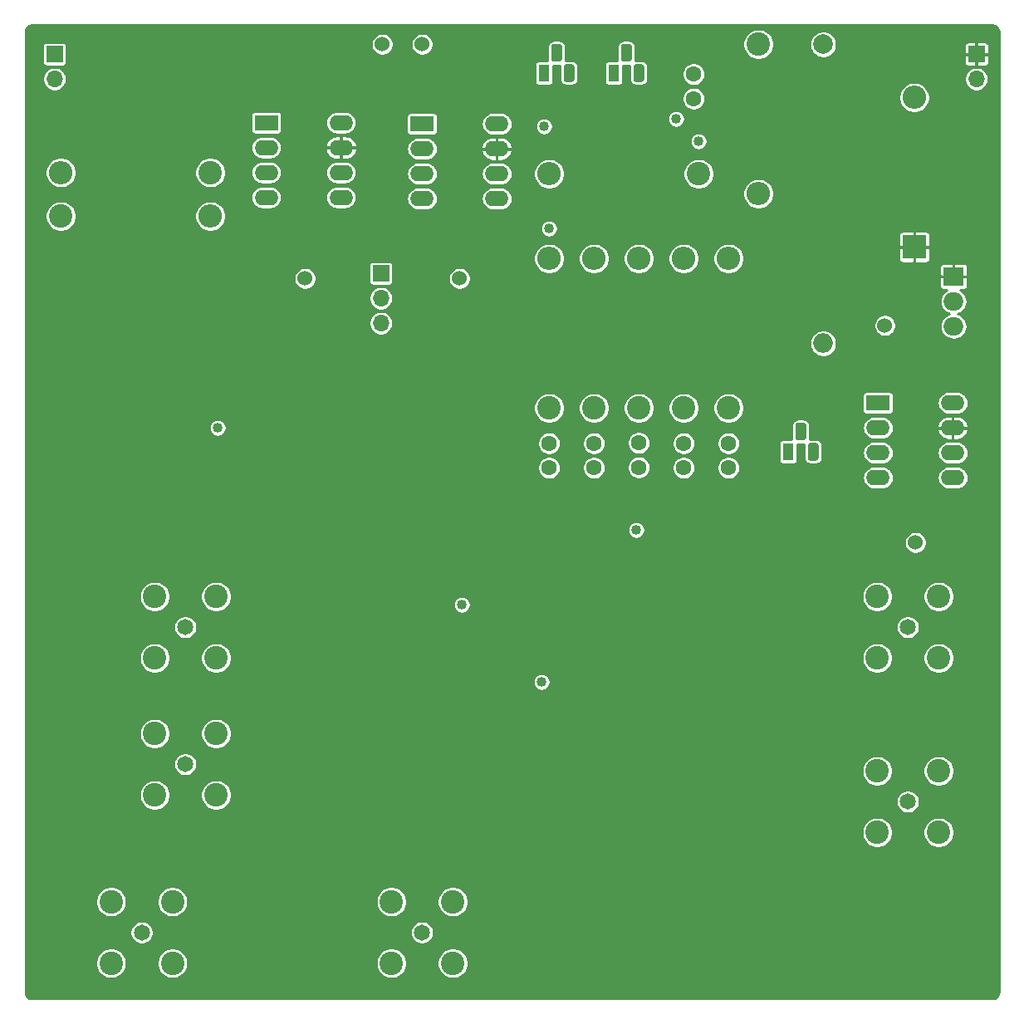
<source format=gbr>
G04 #@! TF.GenerationSoftware,KiCad,Pcbnew,(5.1.5)-3*
G04 #@! TF.CreationDate,2021-07-01T17:41:48-04:00*
G04 #@! TF.ProjectId,AM Mixer and LO Test Board,414d204d-6978-4657-9220-616e64204c4f,rev?*
G04 #@! TF.SameCoordinates,Original*
G04 #@! TF.FileFunction,Copper,L2,Inr*
G04 #@! TF.FilePolarity,Positive*
%FSLAX46Y46*%
G04 Gerber Fmt 4.6, Leading zero omitted, Abs format (unit mm)*
G04 Created by KiCad (PCBNEW (5.1.5)-3) date 2021-07-01 17:41:48*
%MOMM*%
%LPD*%
G04 APERTURE LIST*
%ADD10C,2.400000*%
%ADD11C,1.650000*%
%ADD12O,2.000000X1.905000*%
%ADD13R,2.000000X1.905000*%
%ADD14O,2.400000X2.400000*%
%ADD15R,2.400000X2.400000*%
%ADD16O,1.700000X1.700000*%
%ADD17R,1.700000X1.700000*%
%ADD18O,2.400000X1.600000*%
%ADD19R,2.400000X1.600000*%
%ADD20R,1.100000X1.800000*%
%ADD21C,0.100000*%
%ADD22O,2.000000X2.000000*%
%ADD23C,2.000000*%
%ADD24C,1.600000*%
%ADD25C,1.524000*%
%ADD26C,1.016000*%
%ADD27C,0.250000*%
G04 APERTURE END LIST*
D10*
X99105000Y-146005000D03*
X105365000Y-146005000D03*
X105365000Y-139745000D03*
X99105000Y-139745000D03*
D11*
X102235000Y-142875000D03*
D10*
X127680000Y-146005000D03*
X133940000Y-146005000D03*
X133940000Y-139745000D03*
X127680000Y-139745000D03*
D11*
X130810000Y-142875000D03*
D12*
X185000000Y-81080000D03*
X185000000Y-78540000D03*
D13*
X185000000Y-76000000D03*
D14*
X181000000Y-57760000D03*
D15*
X181000000Y-73000000D03*
D16*
X126619000Y-80772000D03*
X126619000Y-78232000D03*
D17*
X126619000Y-75692000D03*
D16*
X93345000Y-55880000D03*
D17*
X93345000Y-53340000D03*
D16*
X187325000Y-55880000D03*
D17*
X187325000Y-53340000D03*
D18*
X122555000Y-60325000D03*
X114935000Y-67945000D03*
X122555000Y-62865000D03*
X114935000Y-65405000D03*
X122555000Y-65405000D03*
X114935000Y-62865000D03*
X122555000Y-67945000D03*
D19*
X114935000Y-60325000D03*
D18*
X138430000Y-60452000D03*
X130810000Y-68072000D03*
X138430000Y-62992000D03*
X130810000Y-65532000D03*
X138430000Y-65532000D03*
X130810000Y-62992000D03*
X138430000Y-68072000D03*
D19*
X130810000Y-60452000D03*
D18*
X184912000Y-88900000D03*
X177292000Y-96520000D03*
X184912000Y-91440000D03*
X177292000Y-93980000D03*
X184912000Y-93980000D03*
X177292000Y-91440000D03*
X184912000Y-96520000D03*
D19*
X177292000Y-88900000D03*
D14*
X93980000Y-65405000D03*
D10*
X109220000Y-65405000D03*
D14*
X109220000Y-69850000D03*
D10*
X93980000Y-69850000D03*
D14*
X143764000Y-65532000D03*
D10*
X159004000Y-65532000D03*
D14*
X165100000Y-67564000D03*
D10*
X165100000Y-52324000D03*
D14*
X162052000Y-74168000D03*
D10*
X162052000Y-89408000D03*
D14*
X143764000Y-74168000D03*
D10*
X143764000Y-89408000D03*
D14*
X157480000Y-74168000D03*
D10*
X157480000Y-89408000D03*
D14*
X148336000Y-74168000D03*
D10*
X148336000Y-89408000D03*
D14*
X152908000Y-74168000D03*
D10*
X152908000Y-89408000D03*
D20*
X150368000Y-55264000D03*
G04 #@! TA.AperFunction,ViaPad*
D21*
G36*
X153209955Y-54365324D02*
G01*
X153236650Y-54369284D01*
X153262828Y-54375841D01*
X153288238Y-54384933D01*
X153312634Y-54396472D01*
X153335782Y-54410346D01*
X153357458Y-54426422D01*
X153377454Y-54444546D01*
X153395578Y-54464542D01*
X153411654Y-54486218D01*
X153425528Y-54509366D01*
X153437067Y-54533762D01*
X153446159Y-54559172D01*
X153452716Y-54585350D01*
X153456676Y-54612045D01*
X153458000Y-54639000D01*
X153458000Y-55889000D01*
X153456676Y-55915955D01*
X153452716Y-55942650D01*
X153446159Y-55968828D01*
X153437067Y-55994238D01*
X153425528Y-56018634D01*
X153411654Y-56041782D01*
X153395578Y-56063458D01*
X153377454Y-56083454D01*
X153357458Y-56101578D01*
X153335782Y-56117654D01*
X153312634Y-56131528D01*
X153288238Y-56143067D01*
X153262828Y-56152159D01*
X153236650Y-56158716D01*
X153209955Y-56162676D01*
X153183000Y-56164000D01*
X152633000Y-56164000D01*
X152606045Y-56162676D01*
X152579350Y-56158716D01*
X152553172Y-56152159D01*
X152527762Y-56143067D01*
X152503366Y-56131528D01*
X152480218Y-56117654D01*
X152458542Y-56101578D01*
X152438546Y-56083454D01*
X152420422Y-56063458D01*
X152404346Y-56041782D01*
X152390472Y-56018634D01*
X152378933Y-55994238D01*
X152369841Y-55968828D01*
X152363284Y-55942650D01*
X152359324Y-55915955D01*
X152358000Y-55889000D01*
X152358000Y-54639000D01*
X152359324Y-54612045D01*
X152363284Y-54585350D01*
X152369841Y-54559172D01*
X152378933Y-54533762D01*
X152390472Y-54509366D01*
X152404346Y-54486218D01*
X152420422Y-54464542D01*
X152438546Y-54444546D01*
X152458542Y-54426422D01*
X152480218Y-54410346D01*
X152503366Y-54396472D01*
X152527762Y-54384933D01*
X152553172Y-54375841D01*
X152579350Y-54369284D01*
X152606045Y-54365324D01*
X152633000Y-54364000D01*
X153183000Y-54364000D01*
X153209955Y-54365324D01*
G37*
G04 #@! TD.AperFunction*
G04 #@! TA.AperFunction,ViaPad*
G36*
X151939955Y-52295324D02*
G01*
X151966650Y-52299284D01*
X151992828Y-52305841D01*
X152018238Y-52314933D01*
X152042634Y-52326472D01*
X152065782Y-52340346D01*
X152087458Y-52356422D01*
X152107454Y-52374546D01*
X152125578Y-52394542D01*
X152141654Y-52416218D01*
X152155528Y-52439366D01*
X152167067Y-52463762D01*
X152176159Y-52489172D01*
X152182716Y-52515350D01*
X152186676Y-52542045D01*
X152188000Y-52569000D01*
X152188000Y-53819000D01*
X152186676Y-53845955D01*
X152182716Y-53872650D01*
X152176159Y-53898828D01*
X152167067Y-53924238D01*
X152155528Y-53948634D01*
X152141654Y-53971782D01*
X152125578Y-53993458D01*
X152107454Y-54013454D01*
X152087458Y-54031578D01*
X152065782Y-54047654D01*
X152042634Y-54061528D01*
X152018238Y-54073067D01*
X151992828Y-54082159D01*
X151966650Y-54088716D01*
X151939955Y-54092676D01*
X151913000Y-54094000D01*
X151363000Y-54094000D01*
X151336045Y-54092676D01*
X151309350Y-54088716D01*
X151283172Y-54082159D01*
X151257762Y-54073067D01*
X151233366Y-54061528D01*
X151210218Y-54047654D01*
X151188542Y-54031578D01*
X151168546Y-54013454D01*
X151150422Y-53993458D01*
X151134346Y-53971782D01*
X151120472Y-53948634D01*
X151108933Y-53924238D01*
X151099841Y-53898828D01*
X151093284Y-53872650D01*
X151089324Y-53845955D01*
X151088000Y-53819000D01*
X151088000Y-52569000D01*
X151089324Y-52542045D01*
X151093284Y-52515350D01*
X151099841Y-52489172D01*
X151108933Y-52463762D01*
X151120472Y-52439366D01*
X151134346Y-52416218D01*
X151150422Y-52394542D01*
X151168546Y-52374546D01*
X151188542Y-52356422D01*
X151210218Y-52340346D01*
X151233366Y-52326472D01*
X151257762Y-52314933D01*
X151283172Y-52305841D01*
X151309350Y-52299284D01*
X151336045Y-52295324D01*
X151363000Y-52294000D01*
X151913000Y-52294000D01*
X151939955Y-52295324D01*
G37*
G04 #@! TD.AperFunction*
D20*
X143256000Y-55264000D03*
G04 #@! TA.AperFunction,ViaPad*
D21*
G36*
X146097955Y-54365324D02*
G01*
X146124650Y-54369284D01*
X146150828Y-54375841D01*
X146176238Y-54384933D01*
X146200634Y-54396472D01*
X146223782Y-54410346D01*
X146245458Y-54426422D01*
X146265454Y-54444546D01*
X146283578Y-54464542D01*
X146299654Y-54486218D01*
X146313528Y-54509366D01*
X146325067Y-54533762D01*
X146334159Y-54559172D01*
X146340716Y-54585350D01*
X146344676Y-54612045D01*
X146346000Y-54639000D01*
X146346000Y-55889000D01*
X146344676Y-55915955D01*
X146340716Y-55942650D01*
X146334159Y-55968828D01*
X146325067Y-55994238D01*
X146313528Y-56018634D01*
X146299654Y-56041782D01*
X146283578Y-56063458D01*
X146265454Y-56083454D01*
X146245458Y-56101578D01*
X146223782Y-56117654D01*
X146200634Y-56131528D01*
X146176238Y-56143067D01*
X146150828Y-56152159D01*
X146124650Y-56158716D01*
X146097955Y-56162676D01*
X146071000Y-56164000D01*
X145521000Y-56164000D01*
X145494045Y-56162676D01*
X145467350Y-56158716D01*
X145441172Y-56152159D01*
X145415762Y-56143067D01*
X145391366Y-56131528D01*
X145368218Y-56117654D01*
X145346542Y-56101578D01*
X145326546Y-56083454D01*
X145308422Y-56063458D01*
X145292346Y-56041782D01*
X145278472Y-56018634D01*
X145266933Y-55994238D01*
X145257841Y-55968828D01*
X145251284Y-55942650D01*
X145247324Y-55915955D01*
X145246000Y-55889000D01*
X145246000Y-54639000D01*
X145247324Y-54612045D01*
X145251284Y-54585350D01*
X145257841Y-54559172D01*
X145266933Y-54533762D01*
X145278472Y-54509366D01*
X145292346Y-54486218D01*
X145308422Y-54464542D01*
X145326546Y-54444546D01*
X145346542Y-54426422D01*
X145368218Y-54410346D01*
X145391366Y-54396472D01*
X145415762Y-54384933D01*
X145441172Y-54375841D01*
X145467350Y-54369284D01*
X145494045Y-54365324D01*
X145521000Y-54364000D01*
X146071000Y-54364000D01*
X146097955Y-54365324D01*
G37*
G04 #@! TD.AperFunction*
G04 #@! TA.AperFunction,ViaPad*
G36*
X144827955Y-52295324D02*
G01*
X144854650Y-52299284D01*
X144880828Y-52305841D01*
X144906238Y-52314933D01*
X144930634Y-52326472D01*
X144953782Y-52340346D01*
X144975458Y-52356422D01*
X144995454Y-52374546D01*
X145013578Y-52394542D01*
X145029654Y-52416218D01*
X145043528Y-52439366D01*
X145055067Y-52463762D01*
X145064159Y-52489172D01*
X145070716Y-52515350D01*
X145074676Y-52542045D01*
X145076000Y-52569000D01*
X145076000Y-53819000D01*
X145074676Y-53845955D01*
X145070716Y-53872650D01*
X145064159Y-53898828D01*
X145055067Y-53924238D01*
X145043528Y-53948634D01*
X145029654Y-53971782D01*
X145013578Y-53993458D01*
X144995454Y-54013454D01*
X144975458Y-54031578D01*
X144953782Y-54047654D01*
X144930634Y-54061528D01*
X144906238Y-54073067D01*
X144880828Y-54082159D01*
X144854650Y-54088716D01*
X144827955Y-54092676D01*
X144801000Y-54094000D01*
X144251000Y-54094000D01*
X144224045Y-54092676D01*
X144197350Y-54088716D01*
X144171172Y-54082159D01*
X144145762Y-54073067D01*
X144121366Y-54061528D01*
X144098218Y-54047654D01*
X144076542Y-54031578D01*
X144056546Y-54013454D01*
X144038422Y-53993458D01*
X144022346Y-53971782D01*
X144008472Y-53948634D01*
X143996933Y-53924238D01*
X143987841Y-53898828D01*
X143981284Y-53872650D01*
X143977324Y-53845955D01*
X143976000Y-53819000D01*
X143976000Y-52569000D01*
X143977324Y-52542045D01*
X143981284Y-52515350D01*
X143987841Y-52489172D01*
X143996933Y-52463762D01*
X144008472Y-52439366D01*
X144022346Y-52416218D01*
X144038422Y-52394542D01*
X144056546Y-52374546D01*
X144076542Y-52356422D01*
X144098218Y-52340346D01*
X144121366Y-52326472D01*
X144145762Y-52314933D01*
X144171172Y-52305841D01*
X144197350Y-52299284D01*
X144224045Y-52295324D01*
X144251000Y-52294000D01*
X144801000Y-52294000D01*
X144827955Y-52295324D01*
G37*
G04 #@! TD.AperFunction*
D20*
X168148000Y-93872000D03*
G04 #@! TA.AperFunction,ViaPad*
D21*
G36*
X170989955Y-92973324D02*
G01*
X171016650Y-92977284D01*
X171042828Y-92983841D01*
X171068238Y-92992933D01*
X171092634Y-93004472D01*
X171115782Y-93018346D01*
X171137458Y-93034422D01*
X171157454Y-93052546D01*
X171175578Y-93072542D01*
X171191654Y-93094218D01*
X171205528Y-93117366D01*
X171217067Y-93141762D01*
X171226159Y-93167172D01*
X171232716Y-93193350D01*
X171236676Y-93220045D01*
X171238000Y-93247000D01*
X171238000Y-94497000D01*
X171236676Y-94523955D01*
X171232716Y-94550650D01*
X171226159Y-94576828D01*
X171217067Y-94602238D01*
X171205528Y-94626634D01*
X171191654Y-94649782D01*
X171175578Y-94671458D01*
X171157454Y-94691454D01*
X171137458Y-94709578D01*
X171115782Y-94725654D01*
X171092634Y-94739528D01*
X171068238Y-94751067D01*
X171042828Y-94760159D01*
X171016650Y-94766716D01*
X170989955Y-94770676D01*
X170963000Y-94772000D01*
X170413000Y-94772000D01*
X170386045Y-94770676D01*
X170359350Y-94766716D01*
X170333172Y-94760159D01*
X170307762Y-94751067D01*
X170283366Y-94739528D01*
X170260218Y-94725654D01*
X170238542Y-94709578D01*
X170218546Y-94691454D01*
X170200422Y-94671458D01*
X170184346Y-94649782D01*
X170170472Y-94626634D01*
X170158933Y-94602238D01*
X170149841Y-94576828D01*
X170143284Y-94550650D01*
X170139324Y-94523955D01*
X170138000Y-94497000D01*
X170138000Y-93247000D01*
X170139324Y-93220045D01*
X170143284Y-93193350D01*
X170149841Y-93167172D01*
X170158933Y-93141762D01*
X170170472Y-93117366D01*
X170184346Y-93094218D01*
X170200422Y-93072542D01*
X170218546Y-93052546D01*
X170238542Y-93034422D01*
X170260218Y-93018346D01*
X170283366Y-93004472D01*
X170307762Y-92992933D01*
X170333172Y-92983841D01*
X170359350Y-92977284D01*
X170386045Y-92973324D01*
X170413000Y-92972000D01*
X170963000Y-92972000D01*
X170989955Y-92973324D01*
G37*
G04 #@! TD.AperFunction*
G04 #@! TA.AperFunction,ViaPad*
G36*
X169719955Y-90903324D02*
G01*
X169746650Y-90907284D01*
X169772828Y-90913841D01*
X169798238Y-90922933D01*
X169822634Y-90934472D01*
X169845782Y-90948346D01*
X169867458Y-90964422D01*
X169887454Y-90982546D01*
X169905578Y-91002542D01*
X169921654Y-91024218D01*
X169935528Y-91047366D01*
X169947067Y-91071762D01*
X169956159Y-91097172D01*
X169962716Y-91123350D01*
X169966676Y-91150045D01*
X169968000Y-91177000D01*
X169968000Y-92427000D01*
X169966676Y-92453955D01*
X169962716Y-92480650D01*
X169956159Y-92506828D01*
X169947067Y-92532238D01*
X169935528Y-92556634D01*
X169921654Y-92579782D01*
X169905578Y-92601458D01*
X169887454Y-92621454D01*
X169867458Y-92639578D01*
X169845782Y-92655654D01*
X169822634Y-92669528D01*
X169798238Y-92681067D01*
X169772828Y-92690159D01*
X169746650Y-92696716D01*
X169719955Y-92700676D01*
X169693000Y-92702000D01*
X169143000Y-92702000D01*
X169116045Y-92700676D01*
X169089350Y-92696716D01*
X169063172Y-92690159D01*
X169037762Y-92681067D01*
X169013366Y-92669528D01*
X168990218Y-92655654D01*
X168968542Y-92639578D01*
X168948546Y-92621454D01*
X168930422Y-92601458D01*
X168914346Y-92579782D01*
X168900472Y-92556634D01*
X168888933Y-92532238D01*
X168879841Y-92506828D01*
X168873284Y-92480650D01*
X168869324Y-92453955D01*
X168868000Y-92427000D01*
X168868000Y-91177000D01*
X168869324Y-91150045D01*
X168873284Y-91123350D01*
X168879841Y-91097172D01*
X168888933Y-91071762D01*
X168900472Y-91047366D01*
X168914346Y-91024218D01*
X168930422Y-91002542D01*
X168948546Y-90982546D01*
X168968542Y-90964422D01*
X168990218Y-90948346D01*
X169013366Y-90934472D01*
X169037762Y-90922933D01*
X169063172Y-90913841D01*
X169089350Y-90907284D01*
X169116045Y-90903324D01*
X169143000Y-90902000D01*
X169693000Y-90902000D01*
X169719955Y-90903324D01*
G37*
G04 #@! TD.AperFunction*
D22*
X171704000Y-82804000D03*
D23*
X171704000Y-52324000D03*
D10*
X177210000Y-114890000D03*
X183470000Y-114890000D03*
X183470000Y-108630000D03*
X177210000Y-108630000D03*
D11*
X180340000Y-111760000D03*
D10*
X177210000Y-132670000D03*
X183470000Y-132670000D03*
X183470000Y-126410000D03*
X177210000Y-126410000D03*
D11*
X180340000Y-129540000D03*
D10*
X103550000Y-128860000D03*
X109810000Y-128860000D03*
X109810000Y-122600000D03*
X103550000Y-122600000D03*
D11*
X106680000Y-125730000D03*
D10*
X109810000Y-114890000D03*
X109810000Y-108630000D03*
X103550000Y-108630000D03*
X103550000Y-114890000D03*
D11*
X106680000Y-111760000D03*
D24*
X162052000Y-93004000D03*
X162052000Y-95504000D03*
X158496000Y-57872000D03*
X158496000Y-55372000D03*
X143764000Y-93004000D03*
X143764000Y-95504000D03*
X157480000Y-93004000D03*
X157480000Y-95504000D03*
X148336000Y-93004000D03*
X148336000Y-95504000D03*
X152908000Y-92964000D03*
X152908000Y-95464000D03*
D25*
X134620000Y-76200000D03*
X118872000Y-76200000D03*
X181102000Y-103124000D03*
X126746000Y-52324000D03*
D26*
X152146000Y-58928000D03*
X143764000Y-71120000D03*
X143256000Y-60706000D03*
X143002000Y-117348000D03*
X134874000Y-109474000D03*
D25*
X130810000Y-52324000D03*
D26*
X109982000Y-91440000D03*
X152654000Y-101854000D03*
D25*
X178000000Y-81000000D03*
D26*
X159004000Y-62230000D03*
X156718000Y-59944000D03*
D27*
G36*
X189116167Y-50413309D02*
G01*
X189227913Y-50447047D01*
X189330971Y-50501843D01*
X189421430Y-50575620D01*
X189495832Y-50665556D01*
X189551350Y-50768236D01*
X189585865Y-50879735D01*
X189600000Y-51014214D01*
X189600001Y-148980426D01*
X189586691Y-149116167D01*
X189552953Y-149227912D01*
X189498156Y-149330972D01*
X189424380Y-149421430D01*
X189334444Y-149495832D01*
X189231764Y-149551350D01*
X189120265Y-149585865D01*
X188985785Y-149600000D01*
X91019564Y-149600000D01*
X90883833Y-149586691D01*
X90772088Y-149552953D01*
X90669028Y-149498156D01*
X90578570Y-149424380D01*
X90504168Y-149334444D01*
X90448650Y-149231764D01*
X90414135Y-149120265D01*
X90400000Y-148985785D01*
X90400000Y-145849482D01*
X97526000Y-145849482D01*
X97526000Y-146160518D01*
X97586680Y-146465577D01*
X97705708Y-146752937D01*
X97878511Y-147011554D01*
X98098446Y-147231489D01*
X98357063Y-147404292D01*
X98644423Y-147523320D01*
X98949482Y-147584000D01*
X99260518Y-147584000D01*
X99565577Y-147523320D01*
X99852937Y-147404292D01*
X100111554Y-147231489D01*
X100331489Y-147011554D01*
X100504292Y-146752937D01*
X100623320Y-146465577D01*
X100684000Y-146160518D01*
X100684000Y-145849482D01*
X103786000Y-145849482D01*
X103786000Y-146160518D01*
X103846680Y-146465577D01*
X103965708Y-146752937D01*
X104138511Y-147011554D01*
X104358446Y-147231489D01*
X104617063Y-147404292D01*
X104904423Y-147523320D01*
X105209482Y-147584000D01*
X105520518Y-147584000D01*
X105825577Y-147523320D01*
X106112937Y-147404292D01*
X106371554Y-147231489D01*
X106591489Y-147011554D01*
X106764292Y-146752937D01*
X106883320Y-146465577D01*
X106944000Y-146160518D01*
X106944000Y-145849482D01*
X126101000Y-145849482D01*
X126101000Y-146160518D01*
X126161680Y-146465577D01*
X126280708Y-146752937D01*
X126453511Y-147011554D01*
X126673446Y-147231489D01*
X126932063Y-147404292D01*
X127219423Y-147523320D01*
X127524482Y-147584000D01*
X127835518Y-147584000D01*
X128140577Y-147523320D01*
X128427937Y-147404292D01*
X128686554Y-147231489D01*
X128906489Y-147011554D01*
X129079292Y-146752937D01*
X129198320Y-146465577D01*
X129259000Y-146160518D01*
X129259000Y-145849482D01*
X132361000Y-145849482D01*
X132361000Y-146160518D01*
X132421680Y-146465577D01*
X132540708Y-146752937D01*
X132713511Y-147011554D01*
X132933446Y-147231489D01*
X133192063Y-147404292D01*
X133479423Y-147523320D01*
X133784482Y-147584000D01*
X134095518Y-147584000D01*
X134400577Y-147523320D01*
X134687937Y-147404292D01*
X134946554Y-147231489D01*
X135166489Y-147011554D01*
X135339292Y-146752937D01*
X135458320Y-146465577D01*
X135519000Y-146160518D01*
X135519000Y-145849482D01*
X135458320Y-145544423D01*
X135339292Y-145257063D01*
X135166489Y-144998446D01*
X134946554Y-144778511D01*
X134687937Y-144605708D01*
X134400577Y-144486680D01*
X134095518Y-144426000D01*
X133784482Y-144426000D01*
X133479423Y-144486680D01*
X133192063Y-144605708D01*
X132933446Y-144778511D01*
X132713511Y-144998446D01*
X132540708Y-145257063D01*
X132421680Y-145544423D01*
X132361000Y-145849482D01*
X129259000Y-145849482D01*
X129198320Y-145544423D01*
X129079292Y-145257063D01*
X128906489Y-144998446D01*
X128686554Y-144778511D01*
X128427937Y-144605708D01*
X128140577Y-144486680D01*
X127835518Y-144426000D01*
X127524482Y-144426000D01*
X127219423Y-144486680D01*
X126932063Y-144605708D01*
X126673446Y-144778511D01*
X126453511Y-144998446D01*
X126280708Y-145257063D01*
X126161680Y-145544423D01*
X126101000Y-145849482D01*
X106944000Y-145849482D01*
X106883320Y-145544423D01*
X106764292Y-145257063D01*
X106591489Y-144998446D01*
X106371554Y-144778511D01*
X106112937Y-144605708D01*
X105825577Y-144486680D01*
X105520518Y-144426000D01*
X105209482Y-144426000D01*
X104904423Y-144486680D01*
X104617063Y-144605708D01*
X104358446Y-144778511D01*
X104138511Y-144998446D01*
X103965708Y-145257063D01*
X103846680Y-145544423D01*
X103786000Y-145849482D01*
X100684000Y-145849482D01*
X100623320Y-145544423D01*
X100504292Y-145257063D01*
X100331489Y-144998446D01*
X100111554Y-144778511D01*
X99852937Y-144605708D01*
X99565577Y-144486680D01*
X99260518Y-144426000D01*
X98949482Y-144426000D01*
X98644423Y-144486680D01*
X98357063Y-144605708D01*
X98098446Y-144778511D01*
X97878511Y-144998446D01*
X97705708Y-145257063D01*
X97586680Y-145544423D01*
X97526000Y-145849482D01*
X90400000Y-145849482D01*
X90400000Y-142756416D01*
X101031000Y-142756416D01*
X101031000Y-142993584D01*
X101077269Y-143226194D01*
X101168029Y-143445308D01*
X101299792Y-143642505D01*
X101467495Y-143810208D01*
X101664692Y-143941971D01*
X101883806Y-144032731D01*
X102116416Y-144079000D01*
X102353584Y-144079000D01*
X102586194Y-144032731D01*
X102805308Y-143941971D01*
X103002505Y-143810208D01*
X103170208Y-143642505D01*
X103301971Y-143445308D01*
X103392731Y-143226194D01*
X103439000Y-142993584D01*
X103439000Y-142756416D01*
X129606000Y-142756416D01*
X129606000Y-142993584D01*
X129652269Y-143226194D01*
X129743029Y-143445308D01*
X129874792Y-143642505D01*
X130042495Y-143810208D01*
X130239692Y-143941971D01*
X130458806Y-144032731D01*
X130691416Y-144079000D01*
X130928584Y-144079000D01*
X131161194Y-144032731D01*
X131380308Y-143941971D01*
X131577505Y-143810208D01*
X131745208Y-143642505D01*
X131876971Y-143445308D01*
X131967731Y-143226194D01*
X132014000Y-142993584D01*
X132014000Y-142756416D01*
X131967731Y-142523806D01*
X131876971Y-142304692D01*
X131745208Y-142107495D01*
X131577505Y-141939792D01*
X131380308Y-141808029D01*
X131161194Y-141717269D01*
X130928584Y-141671000D01*
X130691416Y-141671000D01*
X130458806Y-141717269D01*
X130239692Y-141808029D01*
X130042495Y-141939792D01*
X129874792Y-142107495D01*
X129743029Y-142304692D01*
X129652269Y-142523806D01*
X129606000Y-142756416D01*
X103439000Y-142756416D01*
X103392731Y-142523806D01*
X103301971Y-142304692D01*
X103170208Y-142107495D01*
X103002505Y-141939792D01*
X102805308Y-141808029D01*
X102586194Y-141717269D01*
X102353584Y-141671000D01*
X102116416Y-141671000D01*
X101883806Y-141717269D01*
X101664692Y-141808029D01*
X101467495Y-141939792D01*
X101299792Y-142107495D01*
X101168029Y-142304692D01*
X101077269Y-142523806D01*
X101031000Y-142756416D01*
X90400000Y-142756416D01*
X90400000Y-139589482D01*
X97526000Y-139589482D01*
X97526000Y-139900518D01*
X97586680Y-140205577D01*
X97705708Y-140492937D01*
X97878511Y-140751554D01*
X98098446Y-140971489D01*
X98357063Y-141144292D01*
X98644423Y-141263320D01*
X98949482Y-141324000D01*
X99260518Y-141324000D01*
X99565577Y-141263320D01*
X99852937Y-141144292D01*
X100111554Y-140971489D01*
X100331489Y-140751554D01*
X100504292Y-140492937D01*
X100623320Y-140205577D01*
X100684000Y-139900518D01*
X100684000Y-139589482D01*
X103786000Y-139589482D01*
X103786000Y-139900518D01*
X103846680Y-140205577D01*
X103965708Y-140492937D01*
X104138511Y-140751554D01*
X104358446Y-140971489D01*
X104617063Y-141144292D01*
X104904423Y-141263320D01*
X105209482Y-141324000D01*
X105520518Y-141324000D01*
X105825577Y-141263320D01*
X106112937Y-141144292D01*
X106371554Y-140971489D01*
X106591489Y-140751554D01*
X106764292Y-140492937D01*
X106883320Y-140205577D01*
X106944000Y-139900518D01*
X106944000Y-139589482D01*
X126101000Y-139589482D01*
X126101000Y-139900518D01*
X126161680Y-140205577D01*
X126280708Y-140492937D01*
X126453511Y-140751554D01*
X126673446Y-140971489D01*
X126932063Y-141144292D01*
X127219423Y-141263320D01*
X127524482Y-141324000D01*
X127835518Y-141324000D01*
X128140577Y-141263320D01*
X128427937Y-141144292D01*
X128686554Y-140971489D01*
X128906489Y-140751554D01*
X129079292Y-140492937D01*
X129198320Y-140205577D01*
X129259000Y-139900518D01*
X129259000Y-139589482D01*
X132361000Y-139589482D01*
X132361000Y-139900518D01*
X132421680Y-140205577D01*
X132540708Y-140492937D01*
X132713511Y-140751554D01*
X132933446Y-140971489D01*
X133192063Y-141144292D01*
X133479423Y-141263320D01*
X133784482Y-141324000D01*
X134095518Y-141324000D01*
X134400577Y-141263320D01*
X134687937Y-141144292D01*
X134946554Y-140971489D01*
X135166489Y-140751554D01*
X135339292Y-140492937D01*
X135458320Y-140205577D01*
X135519000Y-139900518D01*
X135519000Y-139589482D01*
X135458320Y-139284423D01*
X135339292Y-138997063D01*
X135166489Y-138738446D01*
X134946554Y-138518511D01*
X134687937Y-138345708D01*
X134400577Y-138226680D01*
X134095518Y-138166000D01*
X133784482Y-138166000D01*
X133479423Y-138226680D01*
X133192063Y-138345708D01*
X132933446Y-138518511D01*
X132713511Y-138738446D01*
X132540708Y-138997063D01*
X132421680Y-139284423D01*
X132361000Y-139589482D01*
X129259000Y-139589482D01*
X129198320Y-139284423D01*
X129079292Y-138997063D01*
X128906489Y-138738446D01*
X128686554Y-138518511D01*
X128427937Y-138345708D01*
X128140577Y-138226680D01*
X127835518Y-138166000D01*
X127524482Y-138166000D01*
X127219423Y-138226680D01*
X126932063Y-138345708D01*
X126673446Y-138518511D01*
X126453511Y-138738446D01*
X126280708Y-138997063D01*
X126161680Y-139284423D01*
X126101000Y-139589482D01*
X106944000Y-139589482D01*
X106883320Y-139284423D01*
X106764292Y-138997063D01*
X106591489Y-138738446D01*
X106371554Y-138518511D01*
X106112937Y-138345708D01*
X105825577Y-138226680D01*
X105520518Y-138166000D01*
X105209482Y-138166000D01*
X104904423Y-138226680D01*
X104617063Y-138345708D01*
X104358446Y-138518511D01*
X104138511Y-138738446D01*
X103965708Y-138997063D01*
X103846680Y-139284423D01*
X103786000Y-139589482D01*
X100684000Y-139589482D01*
X100623320Y-139284423D01*
X100504292Y-138997063D01*
X100331489Y-138738446D01*
X100111554Y-138518511D01*
X99852937Y-138345708D01*
X99565577Y-138226680D01*
X99260518Y-138166000D01*
X98949482Y-138166000D01*
X98644423Y-138226680D01*
X98357063Y-138345708D01*
X98098446Y-138518511D01*
X97878511Y-138738446D01*
X97705708Y-138997063D01*
X97586680Y-139284423D01*
X97526000Y-139589482D01*
X90400000Y-139589482D01*
X90400000Y-132514482D01*
X175631000Y-132514482D01*
X175631000Y-132825518D01*
X175691680Y-133130577D01*
X175810708Y-133417937D01*
X175983511Y-133676554D01*
X176203446Y-133896489D01*
X176462063Y-134069292D01*
X176749423Y-134188320D01*
X177054482Y-134249000D01*
X177365518Y-134249000D01*
X177670577Y-134188320D01*
X177957937Y-134069292D01*
X178216554Y-133896489D01*
X178436489Y-133676554D01*
X178609292Y-133417937D01*
X178728320Y-133130577D01*
X178789000Y-132825518D01*
X178789000Y-132514482D01*
X181891000Y-132514482D01*
X181891000Y-132825518D01*
X181951680Y-133130577D01*
X182070708Y-133417937D01*
X182243511Y-133676554D01*
X182463446Y-133896489D01*
X182722063Y-134069292D01*
X183009423Y-134188320D01*
X183314482Y-134249000D01*
X183625518Y-134249000D01*
X183930577Y-134188320D01*
X184217937Y-134069292D01*
X184476554Y-133896489D01*
X184696489Y-133676554D01*
X184869292Y-133417937D01*
X184988320Y-133130577D01*
X185049000Y-132825518D01*
X185049000Y-132514482D01*
X184988320Y-132209423D01*
X184869292Y-131922063D01*
X184696489Y-131663446D01*
X184476554Y-131443511D01*
X184217937Y-131270708D01*
X183930577Y-131151680D01*
X183625518Y-131091000D01*
X183314482Y-131091000D01*
X183009423Y-131151680D01*
X182722063Y-131270708D01*
X182463446Y-131443511D01*
X182243511Y-131663446D01*
X182070708Y-131922063D01*
X181951680Y-132209423D01*
X181891000Y-132514482D01*
X178789000Y-132514482D01*
X178728320Y-132209423D01*
X178609292Y-131922063D01*
X178436489Y-131663446D01*
X178216554Y-131443511D01*
X177957937Y-131270708D01*
X177670577Y-131151680D01*
X177365518Y-131091000D01*
X177054482Y-131091000D01*
X176749423Y-131151680D01*
X176462063Y-131270708D01*
X176203446Y-131443511D01*
X175983511Y-131663446D01*
X175810708Y-131922063D01*
X175691680Y-132209423D01*
X175631000Y-132514482D01*
X90400000Y-132514482D01*
X90400000Y-128704482D01*
X101971000Y-128704482D01*
X101971000Y-129015518D01*
X102031680Y-129320577D01*
X102150708Y-129607937D01*
X102323511Y-129866554D01*
X102543446Y-130086489D01*
X102802063Y-130259292D01*
X103089423Y-130378320D01*
X103394482Y-130439000D01*
X103705518Y-130439000D01*
X104010577Y-130378320D01*
X104297937Y-130259292D01*
X104556554Y-130086489D01*
X104776489Y-129866554D01*
X104949292Y-129607937D01*
X105068320Y-129320577D01*
X105129000Y-129015518D01*
X105129000Y-128704482D01*
X108231000Y-128704482D01*
X108231000Y-129015518D01*
X108291680Y-129320577D01*
X108410708Y-129607937D01*
X108583511Y-129866554D01*
X108803446Y-130086489D01*
X109062063Y-130259292D01*
X109349423Y-130378320D01*
X109654482Y-130439000D01*
X109965518Y-130439000D01*
X110270577Y-130378320D01*
X110557937Y-130259292D01*
X110816554Y-130086489D01*
X111036489Y-129866554D01*
X111209292Y-129607937D01*
X111286551Y-129421416D01*
X179136000Y-129421416D01*
X179136000Y-129658584D01*
X179182269Y-129891194D01*
X179273029Y-130110308D01*
X179404792Y-130307505D01*
X179572495Y-130475208D01*
X179769692Y-130606971D01*
X179988806Y-130697731D01*
X180221416Y-130744000D01*
X180458584Y-130744000D01*
X180691194Y-130697731D01*
X180910308Y-130606971D01*
X181107505Y-130475208D01*
X181275208Y-130307505D01*
X181406971Y-130110308D01*
X181497731Y-129891194D01*
X181544000Y-129658584D01*
X181544000Y-129421416D01*
X181497731Y-129188806D01*
X181406971Y-128969692D01*
X181275208Y-128772495D01*
X181107505Y-128604792D01*
X180910308Y-128473029D01*
X180691194Y-128382269D01*
X180458584Y-128336000D01*
X180221416Y-128336000D01*
X179988806Y-128382269D01*
X179769692Y-128473029D01*
X179572495Y-128604792D01*
X179404792Y-128772495D01*
X179273029Y-128969692D01*
X179182269Y-129188806D01*
X179136000Y-129421416D01*
X111286551Y-129421416D01*
X111328320Y-129320577D01*
X111389000Y-129015518D01*
X111389000Y-128704482D01*
X111328320Y-128399423D01*
X111209292Y-128112063D01*
X111036489Y-127853446D01*
X110816554Y-127633511D01*
X110557937Y-127460708D01*
X110270577Y-127341680D01*
X109965518Y-127281000D01*
X109654482Y-127281000D01*
X109349423Y-127341680D01*
X109062063Y-127460708D01*
X108803446Y-127633511D01*
X108583511Y-127853446D01*
X108410708Y-128112063D01*
X108291680Y-128399423D01*
X108231000Y-128704482D01*
X105129000Y-128704482D01*
X105068320Y-128399423D01*
X104949292Y-128112063D01*
X104776489Y-127853446D01*
X104556554Y-127633511D01*
X104297937Y-127460708D01*
X104010577Y-127341680D01*
X103705518Y-127281000D01*
X103394482Y-127281000D01*
X103089423Y-127341680D01*
X102802063Y-127460708D01*
X102543446Y-127633511D01*
X102323511Y-127853446D01*
X102150708Y-128112063D01*
X102031680Y-128399423D01*
X101971000Y-128704482D01*
X90400000Y-128704482D01*
X90400000Y-125611416D01*
X105476000Y-125611416D01*
X105476000Y-125848584D01*
X105522269Y-126081194D01*
X105613029Y-126300308D01*
X105744792Y-126497505D01*
X105912495Y-126665208D01*
X106109692Y-126796971D01*
X106328806Y-126887731D01*
X106561416Y-126934000D01*
X106798584Y-126934000D01*
X107031194Y-126887731D01*
X107250308Y-126796971D01*
X107447505Y-126665208D01*
X107615208Y-126497505D01*
X107746971Y-126300308D01*
X107765952Y-126254482D01*
X175631000Y-126254482D01*
X175631000Y-126565518D01*
X175691680Y-126870577D01*
X175810708Y-127157937D01*
X175983511Y-127416554D01*
X176203446Y-127636489D01*
X176462063Y-127809292D01*
X176749423Y-127928320D01*
X177054482Y-127989000D01*
X177365518Y-127989000D01*
X177670577Y-127928320D01*
X177957937Y-127809292D01*
X178216554Y-127636489D01*
X178436489Y-127416554D01*
X178609292Y-127157937D01*
X178728320Y-126870577D01*
X178789000Y-126565518D01*
X178789000Y-126254482D01*
X181891000Y-126254482D01*
X181891000Y-126565518D01*
X181951680Y-126870577D01*
X182070708Y-127157937D01*
X182243511Y-127416554D01*
X182463446Y-127636489D01*
X182722063Y-127809292D01*
X183009423Y-127928320D01*
X183314482Y-127989000D01*
X183625518Y-127989000D01*
X183930577Y-127928320D01*
X184217937Y-127809292D01*
X184476554Y-127636489D01*
X184696489Y-127416554D01*
X184869292Y-127157937D01*
X184988320Y-126870577D01*
X185049000Y-126565518D01*
X185049000Y-126254482D01*
X184988320Y-125949423D01*
X184869292Y-125662063D01*
X184696489Y-125403446D01*
X184476554Y-125183511D01*
X184217937Y-125010708D01*
X183930577Y-124891680D01*
X183625518Y-124831000D01*
X183314482Y-124831000D01*
X183009423Y-124891680D01*
X182722063Y-125010708D01*
X182463446Y-125183511D01*
X182243511Y-125403446D01*
X182070708Y-125662063D01*
X181951680Y-125949423D01*
X181891000Y-126254482D01*
X178789000Y-126254482D01*
X178728320Y-125949423D01*
X178609292Y-125662063D01*
X178436489Y-125403446D01*
X178216554Y-125183511D01*
X177957937Y-125010708D01*
X177670577Y-124891680D01*
X177365518Y-124831000D01*
X177054482Y-124831000D01*
X176749423Y-124891680D01*
X176462063Y-125010708D01*
X176203446Y-125183511D01*
X175983511Y-125403446D01*
X175810708Y-125662063D01*
X175691680Y-125949423D01*
X175631000Y-126254482D01*
X107765952Y-126254482D01*
X107837731Y-126081194D01*
X107884000Y-125848584D01*
X107884000Y-125611416D01*
X107837731Y-125378806D01*
X107746971Y-125159692D01*
X107615208Y-124962495D01*
X107447505Y-124794792D01*
X107250308Y-124663029D01*
X107031194Y-124572269D01*
X106798584Y-124526000D01*
X106561416Y-124526000D01*
X106328806Y-124572269D01*
X106109692Y-124663029D01*
X105912495Y-124794792D01*
X105744792Y-124962495D01*
X105613029Y-125159692D01*
X105522269Y-125378806D01*
X105476000Y-125611416D01*
X90400000Y-125611416D01*
X90400000Y-122444482D01*
X101971000Y-122444482D01*
X101971000Y-122755518D01*
X102031680Y-123060577D01*
X102150708Y-123347937D01*
X102323511Y-123606554D01*
X102543446Y-123826489D01*
X102802063Y-123999292D01*
X103089423Y-124118320D01*
X103394482Y-124179000D01*
X103705518Y-124179000D01*
X104010577Y-124118320D01*
X104297937Y-123999292D01*
X104556554Y-123826489D01*
X104776489Y-123606554D01*
X104949292Y-123347937D01*
X105068320Y-123060577D01*
X105129000Y-122755518D01*
X105129000Y-122444482D01*
X108231000Y-122444482D01*
X108231000Y-122755518D01*
X108291680Y-123060577D01*
X108410708Y-123347937D01*
X108583511Y-123606554D01*
X108803446Y-123826489D01*
X109062063Y-123999292D01*
X109349423Y-124118320D01*
X109654482Y-124179000D01*
X109965518Y-124179000D01*
X110270577Y-124118320D01*
X110557937Y-123999292D01*
X110816554Y-123826489D01*
X111036489Y-123606554D01*
X111209292Y-123347937D01*
X111328320Y-123060577D01*
X111389000Y-122755518D01*
X111389000Y-122444482D01*
X111328320Y-122139423D01*
X111209292Y-121852063D01*
X111036489Y-121593446D01*
X110816554Y-121373511D01*
X110557937Y-121200708D01*
X110270577Y-121081680D01*
X109965518Y-121021000D01*
X109654482Y-121021000D01*
X109349423Y-121081680D01*
X109062063Y-121200708D01*
X108803446Y-121373511D01*
X108583511Y-121593446D01*
X108410708Y-121852063D01*
X108291680Y-122139423D01*
X108231000Y-122444482D01*
X105129000Y-122444482D01*
X105068320Y-122139423D01*
X104949292Y-121852063D01*
X104776489Y-121593446D01*
X104556554Y-121373511D01*
X104297937Y-121200708D01*
X104010577Y-121081680D01*
X103705518Y-121021000D01*
X103394482Y-121021000D01*
X103089423Y-121081680D01*
X102802063Y-121200708D01*
X102543446Y-121373511D01*
X102323511Y-121593446D01*
X102150708Y-121852063D01*
X102031680Y-122139423D01*
X101971000Y-122444482D01*
X90400000Y-122444482D01*
X90400000Y-117260638D01*
X142115000Y-117260638D01*
X142115000Y-117435362D01*
X142149087Y-117606728D01*
X142215951Y-117768152D01*
X142313022Y-117913430D01*
X142436570Y-118036978D01*
X142581848Y-118134049D01*
X142743272Y-118200913D01*
X142914638Y-118235000D01*
X143089362Y-118235000D01*
X143260728Y-118200913D01*
X143422152Y-118134049D01*
X143567430Y-118036978D01*
X143690978Y-117913430D01*
X143788049Y-117768152D01*
X143854913Y-117606728D01*
X143889000Y-117435362D01*
X143889000Y-117260638D01*
X143854913Y-117089272D01*
X143788049Y-116927848D01*
X143690978Y-116782570D01*
X143567430Y-116659022D01*
X143422152Y-116561951D01*
X143260728Y-116495087D01*
X143089362Y-116461000D01*
X142914638Y-116461000D01*
X142743272Y-116495087D01*
X142581848Y-116561951D01*
X142436570Y-116659022D01*
X142313022Y-116782570D01*
X142215951Y-116927848D01*
X142149087Y-117089272D01*
X142115000Y-117260638D01*
X90400000Y-117260638D01*
X90400000Y-114734482D01*
X101971000Y-114734482D01*
X101971000Y-115045518D01*
X102031680Y-115350577D01*
X102150708Y-115637937D01*
X102323511Y-115896554D01*
X102543446Y-116116489D01*
X102802063Y-116289292D01*
X103089423Y-116408320D01*
X103394482Y-116469000D01*
X103705518Y-116469000D01*
X104010577Y-116408320D01*
X104297937Y-116289292D01*
X104556554Y-116116489D01*
X104776489Y-115896554D01*
X104949292Y-115637937D01*
X105068320Y-115350577D01*
X105129000Y-115045518D01*
X105129000Y-114734482D01*
X108231000Y-114734482D01*
X108231000Y-115045518D01*
X108291680Y-115350577D01*
X108410708Y-115637937D01*
X108583511Y-115896554D01*
X108803446Y-116116489D01*
X109062063Y-116289292D01*
X109349423Y-116408320D01*
X109654482Y-116469000D01*
X109965518Y-116469000D01*
X110270577Y-116408320D01*
X110557937Y-116289292D01*
X110816554Y-116116489D01*
X111036489Y-115896554D01*
X111209292Y-115637937D01*
X111328320Y-115350577D01*
X111389000Y-115045518D01*
X111389000Y-114734482D01*
X175631000Y-114734482D01*
X175631000Y-115045518D01*
X175691680Y-115350577D01*
X175810708Y-115637937D01*
X175983511Y-115896554D01*
X176203446Y-116116489D01*
X176462063Y-116289292D01*
X176749423Y-116408320D01*
X177054482Y-116469000D01*
X177365518Y-116469000D01*
X177670577Y-116408320D01*
X177957937Y-116289292D01*
X178216554Y-116116489D01*
X178436489Y-115896554D01*
X178609292Y-115637937D01*
X178728320Y-115350577D01*
X178789000Y-115045518D01*
X178789000Y-114734482D01*
X181891000Y-114734482D01*
X181891000Y-115045518D01*
X181951680Y-115350577D01*
X182070708Y-115637937D01*
X182243511Y-115896554D01*
X182463446Y-116116489D01*
X182722063Y-116289292D01*
X183009423Y-116408320D01*
X183314482Y-116469000D01*
X183625518Y-116469000D01*
X183930577Y-116408320D01*
X184217937Y-116289292D01*
X184476554Y-116116489D01*
X184696489Y-115896554D01*
X184869292Y-115637937D01*
X184988320Y-115350577D01*
X185049000Y-115045518D01*
X185049000Y-114734482D01*
X184988320Y-114429423D01*
X184869292Y-114142063D01*
X184696489Y-113883446D01*
X184476554Y-113663511D01*
X184217937Y-113490708D01*
X183930577Y-113371680D01*
X183625518Y-113311000D01*
X183314482Y-113311000D01*
X183009423Y-113371680D01*
X182722063Y-113490708D01*
X182463446Y-113663511D01*
X182243511Y-113883446D01*
X182070708Y-114142063D01*
X181951680Y-114429423D01*
X181891000Y-114734482D01*
X178789000Y-114734482D01*
X178728320Y-114429423D01*
X178609292Y-114142063D01*
X178436489Y-113883446D01*
X178216554Y-113663511D01*
X177957937Y-113490708D01*
X177670577Y-113371680D01*
X177365518Y-113311000D01*
X177054482Y-113311000D01*
X176749423Y-113371680D01*
X176462063Y-113490708D01*
X176203446Y-113663511D01*
X175983511Y-113883446D01*
X175810708Y-114142063D01*
X175691680Y-114429423D01*
X175631000Y-114734482D01*
X111389000Y-114734482D01*
X111328320Y-114429423D01*
X111209292Y-114142063D01*
X111036489Y-113883446D01*
X110816554Y-113663511D01*
X110557937Y-113490708D01*
X110270577Y-113371680D01*
X109965518Y-113311000D01*
X109654482Y-113311000D01*
X109349423Y-113371680D01*
X109062063Y-113490708D01*
X108803446Y-113663511D01*
X108583511Y-113883446D01*
X108410708Y-114142063D01*
X108291680Y-114429423D01*
X108231000Y-114734482D01*
X105129000Y-114734482D01*
X105068320Y-114429423D01*
X104949292Y-114142063D01*
X104776489Y-113883446D01*
X104556554Y-113663511D01*
X104297937Y-113490708D01*
X104010577Y-113371680D01*
X103705518Y-113311000D01*
X103394482Y-113311000D01*
X103089423Y-113371680D01*
X102802063Y-113490708D01*
X102543446Y-113663511D01*
X102323511Y-113883446D01*
X102150708Y-114142063D01*
X102031680Y-114429423D01*
X101971000Y-114734482D01*
X90400000Y-114734482D01*
X90400000Y-111641416D01*
X105476000Y-111641416D01*
X105476000Y-111878584D01*
X105522269Y-112111194D01*
X105613029Y-112330308D01*
X105744792Y-112527505D01*
X105912495Y-112695208D01*
X106109692Y-112826971D01*
X106328806Y-112917731D01*
X106561416Y-112964000D01*
X106798584Y-112964000D01*
X107031194Y-112917731D01*
X107250308Y-112826971D01*
X107447505Y-112695208D01*
X107615208Y-112527505D01*
X107746971Y-112330308D01*
X107837731Y-112111194D01*
X107884000Y-111878584D01*
X107884000Y-111641416D01*
X179136000Y-111641416D01*
X179136000Y-111878584D01*
X179182269Y-112111194D01*
X179273029Y-112330308D01*
X179404792Y-112527505D01*
X179572495Y-112695208D01*
X179769692Y-112826971D01*
X179988806Y-112917731D01*
X180221416Y-112964000D01*
X180458584Y-112964000D01*
X180691194Y-112917731D01*
X180910308Y-112826971D01*
X181107505Y-112695208D01*
X181275208Y-112527505D01*
X181406971Y-112330308D01*
X181497731Y-112111194D01*
X181544000Y-111878584D01*
X181544000Y-111641416D01*
X181497731Y-111408806D01*
X181406971Y-111189692D01*
X181275208Y-110992495D01*
X181107505Y-110824792D01*
X180910308Y-110693029D01*
X180691194Y-110602269D01*
X180458584Y-110556000D01*
X180221416Y-110556000D01*
X179988806Y-110602269D01*
X179769692Y-110693029D01*
X179572495Y-110824792D01*
X179404792Y-110992495D01*
X179273029Y-111189692D01*
X179182269Y-111408806D01*
X179136000Y-111641416D01*
X107884000Y-111641416D01*
X107837731Y-111408806D01*
X107746971Y-111189692D01*
X107615208Y-110992495D01*
X107447505Y-110824792D01*
X107250308Y-110693029D01*
X107031194Y-110602269D01*
X106798584Y-110556000D01*
X106561416Y-110556000D01*
X106328806Y-110602269D01*
X106109692Y-110693029D01*
X105912495Y-110824792D01*
X105744792Y-110992495D01*
X105613029Y-111189692D01*
X105522269Y-111408806D01*
X105476000Y-111641416D01*
X90400000Y-111641416D01*
X90400000Y-108474482D01*
X101971000Y-108474482D01*
X101971000Y-108785518D01*
X102031680Y-109090577D01*
X102150708Y-109377937D01*
X102323511Y-109636554D01*
X102543446Y-109856489D01*
X102802063Y-110029292D01*
X103089423Y-110148320D01*
X103394482Y-110209000D01*
X103705518Y-110209000D01*
X104010577Y-110148320D01*
X104297937Y-110029292D01*
X104556554Y-109856489D01*
X104776489Y-109636554D01*
X104949292Y-109377937D01*
X105068320Y-109090577D01*
X105129000Y-108785518D01*
X105129000Y-108474482D01*
X108231000Y-108474482D01*
X108231000Y-108785518D01*
X108291680Y-109090577D01*
X108410708Y-109377937D01*
X108583511Y-109636554D01*
X108803446Y-109856489D01*
X109062063Y-110029292D01*
X109349423Y-110148320D01*
X109654482Y-110209000D01*
X109965518Y-110209000D01*
X110270577Y-110148320D01*
X110557937Y-110029292D01*
X110816554Y-109856489D01*
X111036489Y-109636554D01*
X111203478Y-109386638D01*
X133987000Y-109386638D01*
X133987000Y-109561362D01*
X134021087Y-109732728D01*
X134087951Y-109894152D01*
X134185022Y-110039430D01*
X134308570Y-110162978D01*
X134453848Y-110260049D01*
X134615272Y-110326913D01*
X134786638Y-110361000D01*
X134961362Y-110361000D01*
X135132728Y-110326913D01*
X135294152Y-110260049D01*
X135439430Y-110162978D01*
X135562978Y-110039430D01*
X135660049Y-109894152D01*
X135726913Y-109732728D01*
X135761000Y-109561362D01*
X135761000Y-109386638D01*
X135726913Y-109215272D01*
X135660049Y-109053848D01*
X135562978Y-108908570D01*
X135439430Y-108785022D01*
X135294152Y-108687951D01*
X135132728Y-108621087D01*
X134961362Y-108587000D01*
X134786638Y-108587000D01*
X134615272Y-108621087D01*
X134453848Y-108687951D01*
X134308570Y-108785022D01*
X134185022Y-108908570D01*
X134087951Y-109053848D01*
X134021087Y-109215272D01*
X133987000Y-109386638D01*
X111203478Y-109386638D01*
X111209292Y-109377937D01*
X111328320Y-109090577D01*
X111389000Y-108785518D01*
X111389000Y-108474482D01*
X175631000Y-108474482D01*
X175631000Y-108785518D01*
X175691680Y-109090577D01*
X175810708Y-109377937D01*
X175983511Y-109636554D01*
X176203446Y-109856489D01*
X176462063Y-110029292D01*
X176749423Y-110148320D01*
X177054482Y-110209000D01*
X177365518Y-110209000D01*
X177670577Y-110148320D01*
X177957937Y-110029292D01*
X178216554Y-109856489D01*
X178436489Y-109636554D01*
X178609292Y-109377937D01*
X178728320Y-109090577D01*
X178789000Y-108785518D01*
X178789000Y-108474482D01*
X181891000Y-108474482D01*
X181891000Y-108785518D01*
X181951680Y-109090577D01*
X182070708Y-109377937D01*
X182243511Y-109636554D01*
X182463446Y-109856489D01*
X182722063Y-110029292D01*
X183009423Y-110148320D01*
X183314482Y-110209000D01*
X183625518Y-110209000D01*
X183930577Y-110148320D01*
X184217937Y-110029292D01*
X184476554Y-109856489D01*
X184696489Y-109636554D01*
X184869292Y-109377937D01*
X184988320Y-109090577D01*
X185049000Y-108785518D01*
X185049000Y-108474482D01*
X184988320Y-108169423D01*
X184869292Y-107882063D01*
X184696489Y-107623446D01*
X184476554Y-107403511D01*
X184217937Y-107230708D01*
X183930577Y-107111680D01*
X183625518Y-107051000D01*
X183314482Y-107051000D01*
X183009423Y-107111680D01*
X182722063Y-107230708D01*
X182463446Y-107403511D01*
X182243511Y-107623446D01*
X182070708Y-107882063D01*
X181951680Y-108169423D01*
X181891000Y-108474482D01*
X178789000Y-108474482D01*
X178728320Y-108169423D01*
X178609292Y-107882063D01*
X178436489Y-107623446D01*
X178216554Y-107403511D01*
X177957937Y-107230708D01*
X177670577Y-107111680D01*
X177365518Y-107051000D01*
X177054482Y-107051000D01*
X176749423Y-107111680D01*
X176462063Y-107230708D01*
X176203446Y-107403511D01*
X175983511Y-107623446D01*
X175810708Y-107882063D01*
X175691680Y-108169423D01*
X175631000Y-108474482D01*
X111389000Y-108474482D01*
X111328320Y-108169423D01*
X111209292Y-107882063D01*
X111036489Y-107623446D01*
X110816554Y-107403511D01*
X110557937Y-107230708D01*
X110270577Y-107111680D01*
X109965518Y-107051000D01*
X109654482Y-107051000D01*
X109349423Y-107111680D01*
X109062063Y-107230708D01*
X108803446Y-107403511D01*
X108583511Y-107623446D01*
X108410708Y-107882063D01*
X108291680Y-108169423D01*
X108231000Y-108474482D01*
X105129000Y-108474482D01*
X105068320Y-108169423D01*
X104949292Y-107882063D01*
X104776489Y-107623446D01*
X104556554Y-107403511D01*
X104297937Y-107230708D01*
X104010577Y-107111680D01*
X103705518Y-107051000D01*
X103394482Y-107051000D01*
X103089423Y-107111680D01*
X102802063Y-107230708D01*
X102543446Y-107403511D01*
X102323511Y-107623446D01*
X102150708Y-107882063D01*
X102031680Y-108169423D01*
X101971000Y-108474482D01*
X90400000Y-108474482D01*
X90400000Y-103011621D01*
X179961000Y-103011621D01*
X179961000Y-103236379D01*
X180004848Y-103456817D01*
X180090859Y-103664466D01*
X180215727Y-103851345D01*
X180374655Y-104010273D01*
X180561534Y-104135141D01*
X180769183Y-104221152D01*
X180989621Y-104265000D01*
X181214379Y-104265000D01*
X181434817Y-104221152D01*
X181642466Y-104135141D01*
X181829345Y-104010273D01*
X181988273Y-103851345D01*
X182113141Y-103664466D01*
X182199152Y-103456817D01*
X182243000Y-103236379D01*
X182243000Y-103011621D01*
X182199152Y-102791183D01*
X182113141Y-102583534D01*
X181988273Y-102396655D01*
X181829345Y-102237727D01*
X181642466Y-102112859D01*
X181434817Y-102026848D01*
X181214379Y-101983000D01*
X180989621Y-101983000D01*
X180769183Y-102026848D01*
X180561534Y-102112859D01*
X180374655Y-102237727D01*
X180215727Y-102396655D01*
X180090859Y-102583534D01*
X180004848Y-102791183D01*
X179961000Y-103011621D01*
X90400000Y-103011621D01*
X90400000Y-101766638D01*
X151767000Y-101766638D01*
X151767000Y-101941362D01*
X151801087Y-102112728D01*
X151867951Y-102274152D01*
X151965022Y-102419430D01*
X152088570Y-102542978D01*
X152233848Y-102640049D01*
X152395272Y-102706913D01*
X152566638Y-102741000D01*
X152741362Y-102741000D01*
X152912728Y-102706913D01*
X153074152Y-102640049D01*
X153219430Y-102542978D01*
X153342978Y-102419430D01*
X153440049Y-102274152D01*
X153506913Y-102112728D01*
X153541000Y-101941362D01*
X153541000Y-101766638D01*
X153506913Y-101595272D01*
X153440049Y-101433848D01*
X153342978Y-101288570D01*
X153219430Y-101165022D01*
X153074152Y-101067951D01*
X152912728Y-101001087D01*
X152741362Y-100967000D01*
X152566638Y-100967000D01*
X152395272Y-101001087D01*
X152233848Y-101067951D01*
X152088570Y-101165022D01*
X151965022Y-101288570D01*
X151867951Y-101433848D01*
X151801087Y-101595272D01*
X151767000Y-101766638D01*
X90400000Y-101766638D01*
X90400000Y-95387879D01*
X142585000Y-95387879D01*
X142585000Y-95620121D01*
X142630308Y-95847902D01*
X142719183Y-96062466D01*
X142848211Y-96255569D01*
X143012431Y-96419789D01*
X143205534Y-96548817D01*
X143420098Y-96637692D01*
X143647879Y-96683000D01*
X143880121Y-96683000D01*
X144107902Y-96637692D01*
X144322466Y-96548817D01*
X144515569Y-96419789D01*
X144679789Y-96255569D01*
X144808817Y-96062466D01*
X144897692Y-95847902D01*
X144943000Y-95620121D01*
X144943000Y-95387879D01*
X147157000Y-95387879D01*
X147157000Y-95620121D01*
X147202308Y-95847902D01*
X147291183Y-96062466D01*
X147420211Y-96255569D01*
X147584431Y-96419789D01*
X147777534Y-96548817D01*
X147992098Y-96637692D01*
X148219879Y-96683000D01*
X148452121Y-96683000D01*
X148679902Y-96637692D01*
X148894466Y-96548817D01*
X149087569Y-96419789D01*
X149251789Y-96255569D01*
X149380817Y-96062466D01*
X149469692Y-95847902D01*
X149515000Y-95620121D01*
X149515000Y-95387879D01*
X149507044Y-95347879D01*
X151729000Y-95347879D01*
X151729000Y-95580121D01*
X151774308Y-95807902D01*
X151863183Y-96022466D01*
X151992211Y-96215569D01*
X152156431Y-96379789D01*
X152349534Y-96508817D01*
X152564098Y-96597692D01*
X152791879Y-96643000D01*
X153024121Y-96643000D01*
X153251902Y-96597692D01*
X153466466Y-96508817D01*
X153659569Y-96379789D01*
X153823789Y-96215569D01*
X153952817Y-96022466D01*
X154041692Y-95807902D01*
X154087000Y-95580121D01*
X154087000Y-95387879D01*
X156301000Y-95387879D01*
X156301000Y-95620121D01*
X156346308Y-95847902D01*
X156435183Y-96062466D01*
X156564211Y-96255569D01*
X156728431Y-96419789D01*
X156921534Y-96548817D01*
X157136098Y-96637692D01*
X157363879Y-96683000D01*
X157596121Y-96683000D01*
X157823902Y-96637692D01*
X158038466Y-96548817D01*
X158231569Y-96419789D01*
X158395789Y-96255569D01*
X158524817Y-96062466D01*
X158613692Y-95847902D01*
X158659000Y-95620121D01*
X158659000Y-95387879D01*
X160873000Y-95387879D01*
X160873000Y-95620121D01*
X160918308Y-95847902D01*
X161007183Y-96062466D01*
X161136211Y-96255569D01*
X161300431Y-96419789D01*
X161493534Y-96548817D01*
X161708098Y-96637692D01*
X161935879Y-96683000D01*
X162168121Y-96683000D01*
X162395902Y-96637692D01*
X162610466Y-96548817D01*
X162653593Y-96520000D01*
X175707296Y-96520000D01*
X175730060Y-96751124D01*
X175797476Y-96973367D01*
X175906955Y-97178186D01*
X176054288Y-97357712D01*
X176233814Y-97505045D01*
X176438633Y-97614524D01*
X176660876Y-97681940D01*
X176834087Y-97699000D01*
X177749913Y-97699000D01*
X177923124Y-97681940D01*
X178145367Y-97614524D01*
X178350186Y-97505045D01*
X178529712Y-97357712D01*
X178677045Y-97178186D01*
X178786524Y-96973367D01*
X178853940Y-96751124D01*
X178876704Y-96520000D01*
X183327296Y-96520000D01*
X183350060Y-96751124D01*
X183417476Y-96973367D01*
X183526955Y-97178186D01*
X183674288Y-97357712D01*
X183853814Y-97505045D01*
X184058633Y-97614524D01*
X184280876Y-97681940D01*
X184454087Y-97699000D01*
X185369913Y-97699000D01*
X185543124Y-97681940D01*
X185765367Y-97614524D01*
X185970186Y-97505045D01*
X186149712Y-97357712D01*
X186297045Y-97178186D01*
X186406524Y-96973367D01*
X186473940Y-96751124D01*
X186496704Y-96520000D01*
X186473940Y-96288876D01*
X186406524Y-96066633D01*
X186297045Y-95861814D01*
X186149712Y-95682288D01*
X185970186Y-95534955D01*
X185765367Y-95425476D01*
X185543124Y-95358060D01*
X185369913Y-95341000D01*
X184454087Y-95341000D01*
X184280876Y-95358060D01*
X184058633Y-95425476D01*
X183853814Y-95534955D01*
X183674288Y-95682288D01*
X183526955Y-95861814D01*
X183417476Y-96066633D01*
X183350060Y-96288876D01*
X183327296Y-96520000D01*
X178876704Y-96520000D01*
X178853940Y-96288876D01*
X178786524Y-96066633D01*
X178677045Y-95861814D01*
X178529712Y-95682288D01*
X178350186Y-95534955D01*
X178145367Y-95425476D01*
X177923124Y-95358060D01*
X177749913Y-95341000D01*
X176834087Y-95341000D01*
X176660876Y-95358060D01*
X176438633Y-95425476D01*
X176233814Y-95534955D01*
X176054288Y-95682288D01*
X175906955Y-95861814D01*
X175797476Y-96066633D01*
X175730060Y-96288876D01*
X175707296Y-96520000D01*
X162653593Y-96520000D01*
X162803569Y-96419789D01*
X162967789Y-96255569D01*
X163096817Y-96062466D01*
X163185692Y-95847902D01*
X163231000Y-95620121D01*
X163231000Y-95387879D01*
X163185692Y-95160098D01*
X163096817Y-94945534D01*
X162967789Y-94752431D01*
X162803569Y-94588211D01*
X162610466Y-94459183D01*
X162395902Y-94370308D01*
X162168121Y-94325000D01*
X161935879Y-94325000D01*
X161708098Y-94370308D01*
X161493534Y-94459183D01*
X161300431Y-94588211D01*
X161136211Y-94752431D01*
X161007183Y-94945534D01*
X160918308Y-95160098D01*
X160873000Y-95387879D01*
X158659000Y-95387879D01*
X158613692Y-95160098D01*
X158524817Y-94945534D01*
X158395789Y-94752431D01*
X158231569Y-94588211D01*
X158038466Y-94459183D01*
X157823902Y-94370308D01*
X157596121Y-94325000D01*
X157363879Y-94325000D01*
X157136098Y-94370308D01*
X156921534Y-94459183D01*
X156728431Y-94588211D01*
X156564211Y-94752431D01*
X156435183Y-94945534D01*
X156346308Y-95160098D01*
X156301000Y-95387879D01*
X154087000Y-95387879D01*
X154087000Y-95347879D01*
X154041692Y-95120098D01*
X153952817Y-94905534D01*
X153823789Y-94712431D01*
X153659569Y-94548211D01*
X153466466Y-94419183D01*
X153251902Y-94330308D01*
X153024121Y-94285000D01*
X152791879Y-94285000D01*
X152564098Y-94330308D01*
X152349534Y-94419183D01*
X152156431Y-94548211D01*
X151992211Y-94712431D01*
X151863183Y-94905534D01*
X151774308Y-95120098D01*
X151729000Y-95347879D01*
X149507044Y-95347879D01*
X149469692Y-95160098D01*
X149380817Y-94945534D01*
X149251789Y-94752431D01*
X149087569Y-94588211D01*
X148894466Y-94459183D01*
X148679902Y-94370308D01*
X148452121Y-94325000D01*
X148219879Y-94325000D01*
X147992098Y-94370308D01*
X147777534Y-94459183D01*
X147584431Y-94588211D01*
X147420211Y-94752431D01*
X147291183Y-94945534D01*
X147202308Y-95160098D01*
X147157000Y-95387879D01*
X144943000Y-95387879D01*
X144897692Y-95160098D01*
X144808817Y-94945534D01*
X144679789Y-94752431D01*
X144515569Y-94588211D01*
X144322466Y-94459183D01*
X144107902Y-94370308D01*
X143880121Y-94325000D01*
X143647879Y-94325000D01*
X143420098Y-94370308D01*
X143205534Y-94459183D01*
X143012431Y-94588211D01*
X142848211Y-94752431D01*
X142719183Y-94945534D01*
X142630308Y-95160098D01*
X142585000Y-95387879D01*
X90400000Y-95387879D01*
X90400000Y-92887879D01*
X142585000Y-92887879D01*
X142585000Y-93120121D01*
X142630308Y-93347902D01*
X142719183Y-93562466D01*
X142848211Y-93755569D01*
X143012431Y-93919789D01*
X143205534Y-94048817D01*
X143420098Y-94137692D01*
X143647879Y-94183000D01*
X143880121Y-94183000D01*
X144107902Y-94137692D01*
X144322466Y-94048817D01*
X144515569Y-93919789D01*
X144679789Y-93755569D01*
X144808817Y-93562466D01*
X144897692Y-93347902D01*
X144943000Y-93120121D01*
X144943000Y-92887879D01*
X147157000Y-92887879D01*
X147157000Y-93120121D01*
X147202308Y-93347902D01*
X147291183Y-93562466D01*
X147420211Y-93755569D01*
X147584431Y-93919789D01*
X147777534Y-94048817D01*
X147992098Y-94137692D01*
X148219879Y-94183000D01*
X148452121Y-94183000D01*
X148679902Y-94137692D01*
X148894466Y-94048817D01*
X149087569Y-93919789D01*
X149251789Y-93755569D01*
X149380817Y-93562466D01*
X149469692Y-93347902D01*
X149515000Y-93120121D01*
X149515000Y-92887879D01*
X149507044Y-92847879D01*
X151729000Y-92847879D01*
X151729000Y-93080121D01*
X151774308Y-93307902D01*
X151863183Y-93522466D01*
X151992211Y-93715569D01*
X152156431Y-93879789D01*
X152349534Y-94008817D01*
X152564098Y-94097692D01*
X152791879Y-94143000D01*
X153024121Y-94143000D01*
X153251902Y-94097692D01*
X153466466Y-94008817D01*
X153659569Y-93879789D01*
X153823789Y-93715569D01*
X153952817Y-93522466D01*
X154041692Y-93307902D01*
X154087000Y-93080121D01*
X154087000Y-92887879D01*
X156301000Y-92887879D01*
X156301000Y-93120121D01*
X156346308Y-93347902D01*
X156435183Y-93562466D01*
X156564211Y-93755569D01*
X156728431Y-93919789D01*
X156921534Y-94048817D01*
X157136098Y-94137692D01*
X157363879Y-94183000D01*
X157596121Y-94183000D01*
X157823902Y-94137692D01*
X158038466Y-94048817D01*
X158231569Y-93919789D01*
X158395789Y-93755569D01*
X158524817Y-93562466D01*
X158613692Y-93347902D01*
X158659000Y-93120121D01*
X158659000Y-92887879D01*
X160873000Y-92887879D01*
X160873000Y-93120121D01*
X160918308Y-93347902D01*
X161007183Y-93562466D01*
X161136211Y-93755569D01*
X161300431Y-93919789D01*
X161493534Y-94048817D01*
X161708098Y-94137692D01*
X161935879Y-94183000D01*
X162168121Y-94183000D01*
X162395902Y-94137692D01*
X162610466Y-94048817D01*
X162803569Y-93919789D01*
X162967789Y-93755569D01*
X163096817Y-93562466D01*
X163185692Y-93347902D01*
X163231000Y-93120121D01*
X163231000Y-92972000D01*
X167217167Y-92972000D01*
X167217167Y-94772000D01*
X167224485Y-94846297D01*
X167246156Y-94917738D01*
X167281349Y-94983579D01*
X167328710Y-95041290D01*
X167386421Y-95088651D01*
X167452262Y-95123844D01*
X167523703Y-95145515D01*
X167598000Y-95152833D01*
X168698000Y-95152833D01*
X168772297Y-95145515D01*
X168843738Y-95123844D01*
X168909579Y-95088651D01*
X168967290Y-95041290D01*
X169014651Y-94983579D01*
X169049844Y-94917738D01*
X169071515Y-94846297D01*
X169078833Y-94772000D01*
X169078833Y-93076513D01*
X169143000Y-93082833D01*
X169693000Y-93082833D01*
X169783459Y-93073923D01*
X169769769Y-93119053D01*
X169757167Y-93247000D01*
X169757167Y-94497000D01*
X169769769Y-94624947D01*
X169807089Y-94747976D01*
X169867695Y-94861361D01*
X169949256Y-94960744D01*
X170048639Y-95042305D01*
X170162024Y-95102911D01*
X170285053Y-95140231D01*
X170413000Y-95152833D01*
X170963000Y-95152833D01*
X171090947Y-95140231D01*
X171213976Y-95102911D01*
X171327361Y-95042305D01*
X171426744Y-94960744D01*
X171508305Y-94861361D01*
X171568911Y-94747976D01*
X171606231Y-94624947D01*
X171618833Y-94497000D01*
X171618833Y-93980000D01*
X175707296Y-93980000D01*
X175730060Y-94211124D01*
X175797476Y-94433367D01*
X175906955Y-94638186D01*
X176054288Y-94817712D01*
X176233814Y-94965045D01*
X176438633Y-95074524D01*
X176660876Y-95141940D01*
X176834087Y-95159000D01*
X177749913Y-95159000D01*
X177923124Y-95141940D01*
X178145367Y-95074524D01*
X178350186Y-94965045D01*
X178529712Y-94817712D01*
X178677045Y-94638186D01*
X178786524Y-94433367D01*
X178853940Y-94211124D01*
X178876704Y-93980000D01*
X183327296Y-93980000D01*
X183350060Y-94211124D01*
X183417476Y-94433367D01*
X183526955Y-94638186D01*
X183674288Y-94817712D01*
X183853814Y-94965045D01*
X184058633Y-95074524D01*
X184280876Y-95141940D01*
X184454087Y-95159000D01*
X185369913Y-95159000D01*
X185543124Y-95141940D01*
X185765367Y-95074524D01*
X185970186Y-94965045D01*
X186149712Y-94817712D01*
X186297045Y-94638186D01*
X186406524Y-94433367D01*
X186473940Y-94211124D01*
X186496704Y-93980000D01*
X186473940Y-93748876D01*
X186406524Y-93526633D01*
X186297045Y-93321814D01*
X186149712Y-93142288D01*
X185970186Y-92994955D01*
X185765367Y-92885476D01*
X185543124Y-92818060D01*
X185369913Y-92801000D01*
X184454087Y-92801000D01*
X184280876Y-92818060D01*
X184058633Y-92885476D01*
X183853814Y-92994955D01*
X183674288Y-93142288D01*
X183526955Y-93321814D01*
X183417476Y-93526633D01*
X183350060Y-93748876D01*
X183327296Y-93980000D01*
X178876704Y-93980000D01*
X178853940Y-93748876D01*
X178786524Y-93526633D01*
X178677045Y-93321814D01*
X178529712Y-93142288D01*
X178350186Y-92994955D01*
X178145367Y-92885476D01*
X177923124Y-92818060D01*
X177749913Y-92801000D01*
X176834087Y-92801000D01*
X176660876Y-92818060D01*
X176438633Y-92885476D01*
X176233814Y-92994955D01*
X176054288Y-93142288D01*
X175906955Y-93321814D01*
X175797476Y-93526633D01*
X175730060Y-93748876D01*
X175707296Y-93980000D01*
X171618833Y-93980000D01*
X171618833Y-93247000D01*
X171606231Y-93119053D01*
X171568911Y-92996024D01*
X171508305Y-92882639D01*
X171426744Y-92783256D01*
X171327361Y-92701695D01*
X171213976Y-92641089D01*
X171090947Y-92603769D01*
X170963000Y-92591167D01*
X170413000Y-92591167D01*
X170322541Y-92600077D01*
X170336231Y-92554947D01*
X170348833Y-92427000D01*
X170348833Y-91440000D01*
X175707296Y-91440000D01*
X175730060Y-91671124D01*
X175797476Y-91893367D01*
X175906955Y-92098186D01*
X176054288Y-92277712D01*
X176233814Y-92425045D01*
X176438633Y-92534524D01*
X176660876Y-92601940D01*
X176834087Y-92619000D01*
X177749913Y-92619000D01*
X177923124Y-92601940D01*
X178145367Y-92534524D01*
X178350186Y-92425045D01*
X178529712Y-92277712D01*
X178677045Y-92098186D01*
X178786524Y-91893367D01*
X178853940Y-91671124D01*
X178855401Y-91656285D01*
X183306245Y-91656285D01*
X183370681Y-91885692D01*
X183479561Y-92099788D01*
X183628117Y-92288529D01*
X183810640Y-92444662D01*
X184020116Y-92562186D01*
X184248495Y-92636585D01*
X184487000Y-92665000D01*
X184887000Y-92665000D01*
X184887000Y-91465000D01*
X184937000Y-91465000D01*
X184937000Y-92665000D01*
X185337000Y-92665000D01*
X185575505Y-92636585D01*
X185803884Y-92562186D01*
X186013360Y-92444662D01*
X186195883Y-92288529D01*
X186344439Y-92099788D01*
X186453319Y-91885692D01*
X186517755Y-91656285D01*
X186430471Y-91465000D01*
X184937000Y-91465000D01*
X184887000Y-91465000D01*
X183393529Y-91465000D01*
X183306245Y-91656285D01*
X178855401Y-91656285D01*
X178876704Y-91440000D01*
X178855402Y-91223715D01*
X183306245Y-91223715D01*
X183393529Y-91415000D01*
X184887000Y-91415000D01*
X184887000Y-90215000D01*
X184937000Y-90215000D01*
X184937000Y-91415000D01*
X186430471Y-91415000D01*
X186517755Y-91223715D01*
X186453319Y-90994308D01*
X186344439Y-90780212D01*
X186195883Y-90591471D01*
X186013360Y-90435338D01*
X185803884Y-90317814D01*
X185575505Y-90243415D01*
X185337000Y-90215000D01*
X184937000Y-90215000D01*
X184887000Y-90215000D01*
X184487000Y-90215000D01*
X184248495Y-90243415D01*
X184020116Y-90317814D01*
X183810640Y-90435338D01*
X183628117Y-90591471D01*
X183479561Y-90780212D01*
X183370681Y-90994308D01*
X183306245Y-91223715D01*
X178855402Y-91223715D01*
X178853940Y-91208876D01*
X178786524Y-90986633D01*
X178677045Y-90781814D01*
X178529712Y-90602288D01*
X178350186Y-90454955D01*
X178145367Y-90345476D01*
X177923124Y-90278060D01*
X177749913Y-90261000D01*
X176834087Y-90261000D01*
X176660876Y-90278060D01*
X176438633Y-90345476D01*
X176233814Y-90454955D01*
X176054288Y-90602288D01*
X175906955Y-90781814D01*
X175797476Y-90986633D01*
X175730060Y-91208876D01*
X175707296Y-91440000D01*
X170348833Y-91440000D01*
X170348833Y-91177000D01*
X170336231Y-91049053D01*
X170298911Y-90926024D01*
X170238305Y-90812639D01*
X170156744Y-90713256D01*
X170057361Y-90631695D01*
X169943976Y-90571089D01*
X169820947Y-90533769D01*
X169693000Y-90521167D01*
X169143000Y-90521167D01*
X169015053Y-90533769D01*
X168892024Y-90571089D01*
X168778639Y-90631695D01*
X168679256Y-90713256D01*
X168597695Y-90812639D01*
X168537089Y-90926024D01*
X168499769Y-91049053D01*
X168487167Y-91177000D01*
X168487167Y-92427000D01*
X168499769Y-92554947D01*
X168510756Y-92591167D01*
X167598000Y-92591167D01*
X167523703Y-92598485D01*
X167452262Y-92620156D01*
X167386421Y-92655349D01*
X167328710Y-92702710D01*
X167281349Y-92760421D01*
X167246156Y-92826262D01*
X167224485Y-92897703D01*
X167217167Y-92972000D01*
X163231000Y-92972000D01*
X163231000Y-92887879D01*
X163185692Y-92660098D01*
X163096817Y-92445534D01*
X162967789Y-92252431D01*
X162803569Y-92088211D01*
X162610466Y-91959183D01*
X162395902Y-91870308D01*
X162168121Y-91825000D01*
X161935879Y-91825000D01*
X161708098Y-91870308D01*
X161493534Y-91959183D01*
X161300431Y-92088211D01*
X161136211Y-92252431D01*
X161007183Y-92445534D01*
X160918308Y-92660098D01*
X160873000Y-92887879D01*
X158659000Y-92887879D01*
X158613692Y-92660098D01*
X158524817Y-92445534D01*
X158395789Y-92252431D01*
X158231569Y-92088211D01*
X158038466Y-91959183D01*
X157823902Y-91870308D01*
X157596121Y-91825000D01*
X157363879Y-91825000D01*
X157136098Y-91870308D01*
X156921534Y-91959183D01*
X156728431Y-92088211D01*
X156564211Y-92252431D01*
X156435183Y-92445534D01*
X156346308Y-92660098D01*
X156301000Y-92887879D01*
X154087000Y-92887879D01*
X154087000Y-92847879D01*
X154041692Y-92620098D01*
X153952817Y-92405534D01*
X153823789Y-92212431D01*
X153659569Y-92048211D01*
X153466466Y-91919183D01*
X153251902Y-91830308D01*
X153024121Y-91785000D01*
X152791879Y-91785000D01*
X152564098Y-91830308D01*
X152349534Y-91919183D01*
X152156431Y-92048211D01*
X151992211Y-92212431D01*
X151863183Y-92405534D01*
X151774308Y-92620098D01*
X151729000Y-92847879D01*
X149507044Y-92847879D01*
X149469692Y-92660098D01*
X149380817Y-92445534D01*
X149251789Y-92252431D01*
X149087569Y-92088211D01*
X148894466Y-91959183D01*
X148679902Y-91870308D01*
X148452121Y-91825000D01*
X148219879Y-91825000D01*
X147992098Y-91870308D01*
X147777534Y-91959183D01*
X147584431Y-92088211D01*
X147420211Y-92252431D01*
X147291183Y-92445534D01*
X147202308Y-92660098D01*
X147157000Y-92887879D01*
X144943000Y-92887879D01*
X144897692Y-92660098D01*
X144808817Y-92445534D01*
X144679789Y-92252431D01*
X144515569Y-92088211D01*
X144322466Y-91959183D01*
X144107902Y-91870308D01*
X143880121Y-91825000D01*
X143647879Y-91825000D01*
X143420098Y-91870308D01*
X143205534Y-91959183D01*
X143012431Y-92088211D01*
X142848211Y-92252431D01*
X142719183Y-92445534D01*
X142630308Y-92660098D01*
X142585000Y-92887879D01*
X90400000Y-92887879D01*
X90400000Y-91352638D01*
X109095000Y-91352638D01*
X109095000Y-91527362D01*
X109129087Y-91698728D01*
X109195951Y-91860152D01*
X109293022Y-92005430D01*
X109416570Y-92128978D01*
X109561848Y-92226049D01*
X109723272Y-92292913D01*
X109894638Y-92327000D01*
X110069362Y-92327000D01*
X110240728Y-92292913D01*
X110402152Y-92226049D01*
X110547430Y-92128978D01*
X110670978Y-92005430D01*
X110768049Y-91860152D01*
X110834913Y-91698728D01*
X110869000Y-91527362D01*
X110869000Y-91352638D01*
X110834913Y-91181272D01*
X110768049Y-91019848D01*
X110670978Y-90874570D01*
X110547430Y-90751022D01*
X110402152Y-90653951D01*
X110240728Y-90587087D01*
X110069362Y-90553000D01*
X109894638Y-90553000D01*
X109723272Y-90587087D01*
X109561848Y-90653951D01*
X109416570Y-90751022D01*
X109293022Y-90874570D01*
X109195951Y-91019848D01*
X109129087Y-91181272D01*
X109095000Y-91352638D01*
X90400000Y-91352638D01*
X90400000Y-89252482D01*
X142185000Y-89252482D01*
X142185000Y-89563518D01*
X142245680Y-89868577D01*
X142364708Y-90155937D01*
X142537511Y-90414554D01*
X142757446Y-90634489D01*
X143016063Y-90807292D01*
X143303423Y-90926320D01*
X143608482Y-90987000D01*
X143919518Y-90987000D01*
X144224577Y-90926320D01*
X144511937Y-90807292D01*
X144770554Y-90634489D01*
X144990489Y-90414554D01*
X145163292Y-90155937D01*
X145282320Y-89868577D01*
X145343000Y-89563518D01*
X145343000Y-89252482D01*
X146757000Y-89252482D01*
X146757000Y-89563518D01*
X146817680Y-89868577D01*
X146936708Y-90155937D01*
X147109511Y-90414554D01*
X147329446Y-90634489D01*
X147588063Y-90807292D01*
X147875423Y-90926320D01*
X148180482Y-90987000D01*
X148491518Y-90987000D01*
X148796577Y-90926320D01*
X149083937Y-90807292D01*
X149342554Y-90634489D01*
X149562489Y-90414554D01*
X149735292Y-90155937D01*
X149854320Y-89868577D01*
X149915000Y-89563518D01*
X149915000Y-89252482D01*
X151329000Y-89252482D01*
X151329000Y-89563518D01*
X151389680Y-89868577D01*
X151508708Y-90155937D01*
X151681511Y-90414554D01*
X151901446Y-90634489D01*
X152160063Y-90807292D01*
X152447423Y-90926320D01*
X152752482Y-90987000D01*
X153063518Y-90987000D01*
X153368577Y-90926320D01*
X153655937Y-90807292D01*
X153914554Y-90634489D01*
X154134489Y-90414554D01*
X154307292Y-90155937D01*
X154426320Y-89868577D01*
X154487000Y-89563518D01*
X154487000Y-89252482D01*
X155901000Y-89252482D01*
X155901000Y-89563518D01*
X155961680Y-89868577D01*
X156080708Y-90155937D01*
X156253511Y-90414554D01*
X156473446Y-90634489D01*
X156732063Y-90807292D01*
X157019423Y-90926320D01*
X157324482Y-90987000D01*
X157635518Y-90987000D01*
X157940577Y-90926320D01*
X158227937Y-90807292D01*
X158486554Y-90634489D01*
X158706489Y-90414554D01*
X158879292Y-90155937D01*
X158998320Y-89868577D01*
X159059000Y-89563518D01*
X159059000Y-89252482D01*
X160473000Y-89252482D01*
X160473000Y-89563518D01*
X160533680Y-89868577D01*
X160652708Y-90155937D01*
X160825511Y-90414554D01*
X161045446Y-90634489D01*
X161304063Y-90807292D01*
X161591423Y-90926320D01*
X161896482Y-90987000D01*
X162207518Y-90987000D01*
X162512577Y-90926320D01*
X162799937Y-90807292D01*
X163058554Y-90634489D01*
X163278489Y-90414554D01*
X163451292Y-90155937D01*
X163570320Y-89868577D01*
X163631000Y-89563518D01*
X163631000Y-89252482D01*
X163570320Y-88947423D01*
X163451292Y-88660063D01*
X163278489Y-88401446D01*
X163058554Y-88181511D01*
X162936565Y-88100000D01*
X175711167Y-88100000D01*
X175711167Y-89700000D01*
X175718485Y-89774297D01*
X175740156Y-89845738D01*
X175775349Y-89911579D01*
X175822710Y-89969290D01*
X175880421Y-90016651D01*
X175946262Y-90051844D01*
X176017703Y-90073515D01*
X176092000Y-90080833D01*
X178492000Y-90080833D01*
X178566297Y-90073515D01*
X178637738Y-90051844D01*
X178703579Y-90016651D01*
X178761290Y-89969290D01*
X178808651Y-89911579D01*
X178843844Y-89845738D01*
X178865515Y-89774297D01*
X178872833Y-89700000D01*
X178872833Y-88900000D01*
X183327296Y-88900000D01*
X183350060Y-89131124D01*
X183417476Y-89353367D01*
X183526955Y-89558186D01*
X183674288Y-89737712D01*
X183853814Y-89885045D01*
X184058633Y-89994524D01*
X184280876Y-90061940D01*
X184454087Y-90079000D01*
X185369913Y-90079000D01*
X185543124Y-90061940D01*
X185765367Y-89994524D01*
X185970186Y-89885045D01*
X186149712Y-89737712D01*
X186297045Y-89558186D01*
X186406524Y-89353367D01*
X186473940Y-89131124D01*
X186496704Y-88900000D01*
X186473940Y-88668876D01*
X186406524Y-88446633D01*
X186297045Y-88241814D01*
X186149712Y-88062288D01*
X185970186Y-87914955D01*
X185765367Y-87805476D01*
X185543124Y-87738060D01*
X185369913Y-87721000D01*
X184454087Y-87721000D01*
X184280876Y-87738060D01*
X184058633Y-87805476D01*
X183853814Y-87914955D01*
X183674288Y-88062288D01*
X183526955Y-88241814D01*
X183417476Y-88446633D01*
X183350060Y-88668876D01*
X183327296Y-88900000D01*
X178872833Y-88900000D01*
X178872833Y-88100000D01*
X178865515Y-88025703D01*
X178843844Y-87954262D01*
X178808651Y-87888421D01*
X178761290Y-87830710D01*
X178703579Y-87783349D01*
X178637738Y-87748156D01*
X178566297Y-87726485D01*
X178492000Y-87719167D01*
X176092000Y-87719167D01*
X176017703Y-87726485D01*
X175946262Y-87748156D01*
X175880421Y-87783349D01*
X175822710Y-87830710D01*
X175775349Y-87888421D01*
X175740156Y-87954262D01*
X175718485Y-88025703D01*
X175711167Y-88100000D01*
X162936565Y-88100000D01*
X162799937Y-88008708D01*
X162512577Y-87889680D01*
X162207518Y-87829000D01*
X161896482Y-87829000D01*
X161591423Y-87889680D01*
X161304063Y-88008708D01*
X161045446Y-88181511D01*
X160825511Y-88401446D01*
X160652708Y-88660063D01*
X160533680Y-88947423D01*
X160473000Y-89252482D01*
X159059000Y-89252482D01*
X158998320Y-88947423D01*
X158879292Y-88660063D01*
X158706489Y-88401446D01*
X158486554Y-88181511D01*
X158227937Y-88008708D01*
X157940577Y-87889680D01*
X157635518Y-87829000D01*
X157324482Y-87829000D01*
X157019423Y-87889680D01*
X156732063Y-88008708D01*
X156473446Y-88181511D01*
X156253511Y-88401446D01*
X156080708Y-88660063D01*
X155961680Y-88947423D01*
X155901000Y-89252482D01*
X154487000Y-89252482D01*
X154426320Y-88947423D01*
X154307292Y-88660063D01*
X154134489Y-88401446D01*
X153914554Y-88181511D01*
X153655937Y-88008708D01*
X153368577Y-87889680D01*
X153063518Y-87829000D01*
X152752482Y-87829000D01*
X152447423Y-87889680D01*
X152160063Y-88008708D01*
X151901446Y-88181511D01*
X151681511Y-88401446D01*
X151508708Y-88660063D01*
X151389680Y-88947423D01*
X151329000Y-89252482D01*
X149915000Y-89252482D01*
X149854320Y-88947423D01*
X149735292Y-88660063D01*
X149562489Y-88401446D01*
X149342554Y-88181511D01*
X149083937Y-88008708D01*
X148796577Y-87889680D01*
X148491518Y-87829000D01*
X148180482Y-87829000D01*
X147875423Y-87889680D01*
X147588063Y-88008708D01*
X147329446Y-88181511D01*
X147109511Y-88401446D01*
X146936708Y-88660063D01*
X146817680Y-88947423D01*
X146757000Y-89252482D01*
X145343000Y-89252482D01*
X145282320Y-88947423D01*
X145163292Y-88660063D01*
X144990489Y-88401446D01*
X144770554Y-88181511D01*
X144511937Y-88008708D01*
X144224577Y-87889680D01*
X143919518Y-87829000D01*
X143608482Y-87829000D01*
X143303423Y-87889680D01*
X143016063Y-88008708D01*
X142757446Y-88181511D01*
X142537511Y-88401446D01*
X142364708Y-88660063D01*
X142245680Y-88947423D01*
X142185000Y-89252482D01*
X90400000Y-89252482D01*
X90400000Y-82668180D01*
X170325000Y-82668180D01*
X170325000Y-82939820D01*
X170377995Y-83206239D01*
X170481946Y-83457201D01*
X170632861Y-83683061D01*
X170824939Y-83875139D01*
X171050799Y-84026054D01*
X171301761Y-84130005D01*
X171568180Y-84183000D01*
X171839820Y-84183000D01*
X172106239Y-84130005D01*
X172357201Y-84026054D01*
X172583061Y-83875139D01*
X172775139Y-83683061D01*
X172926054Y-83457201D01*
X173030005Y-83206239D01*
X173083000Y-82939820D01*
X173083000Y-82668180D01*
X173030005Y-82401761D01*
X172926054Y-82150799D01*
X172775139Y-81924939D01*
X172583061Y-81732861D01*
X172357201Y-81581946D01*
X172106239Y-81477995D01*
X171839820Y-81425000D01*
X171568180Y-81425000D01*
X171301761Y-81477995D01*
X171050799Y-81581946D01*
X170824939Y-81732861D01*
X170632861Y-81924939D01*
X170481946Y-82150799D01*
X170377995Y-82401761D01*
X170325000Y-82668180D01*
X90400000Y-82668180D01*
X90400000Y-80650954D01*
X125390000Y-80650954D01*
X125390000Y-80893046D01*
X125437229Y-81130486D01*
X125529874Y-81354150D01*
X125664373Y-81555442D01*
X125835558Y-81726627D01*
X126036850Y-81861126D01*
X126260514Y-81953771D01*
X126497954Y-82001000D01*
X126740046Y-82001000D01*
X126977486Y-81953771D01*
X127201150Y-81861126D01*
X127402442Y-81726627D01*
X127573627Y-81555442D01*
X127708126Y-81354150D01*
X127800771Y-81130486D01*
X127848000Y-80893046D01*
X127848000Y-80887621D01*
X176859000Y-80887621D01*
X176859000Y-81112379D01*
X176902848Y-81332817D01*
X176988859Y-81540466D01*
X177113727Y-81727345D01*
X177272655Y-81886273D01*
X177459534Y-82011141D01*
X177667183Y-82097152D01*
X177887621Y-82141000D01*
X178112379Y-82141000D01*
X178332817Y-82097152D01*
X178540466Y-82011141D01*
X178727345Y-81886273D01*
X178886273Y-81727345D01*
X179011141Y-81540466D01*
X179097152Y-81332817D01*
X179141000Y-81112379D01*
X179141000Y-80887621D01*
X179097152Y-80667183D01*
X179011141Y-80459534D01*
X178886273Y-80272655D01*
X178727345Y-80113727D01*
X178540466Y-79988859D01*
X178332817Y-79902848D01*
X178112379Y-79859000D01*
X177887621Y-79859000D01*
X177667183Y-79902848D01*
X177459534Y-79988859D01*
X177272655Y-80113727D01*
X177113727Y-80272655D01*
X176988859Y-80459534D01*
X176902848Y-80667183D01*
X176859000Y-80887621D01*
X127848000Y-80887621D01*
X127848000Y-80650954D01*
X127800771Y-80413514D01*
X127708126Y-80189850D01*
X127573627Y-79988558D01*
X127402442Y-79817373D01*
X127201150Y-79682874D01*
X126977486Y-79590229D01*
X126740046Y-79543000D01*
X126497954Y-79543000D01*
X126260514Y-79590229D01*
X126036850Y-79682874D01*
X125835558Y-79817373D01*
X125664373Y-79988558D01*
X125529874Y-80189850D01*
X125437229Y-80413514D01*
X125390000Y-80650954D01*
X90400000Y-80650954D01*
X90400000Y-78110954D01*
X125390000Y-78110954D01*
X125390000Y-78353046D01*
X125437229Y-78590486D01*
X125529874Y-78814150D01*
X125664373Y-79015442D01*
X125835558Y-79186627D01*
X126036850Y-79321126D01*
X126260514Y-79413771D01*
X126497954Y-79461000D01*
X126740046Y-79461000D01*
X126977486Y-79413771D01*
X127201150Y-79321126D01*
X127402442Y-79186627D01*
X127573627Y-79015442D01*
X127708126Y-78814150D01*
X127800771Y-78590486D01*
X127848000Y-78353046D01*
X127848000Y-78110954D01*
X127800771Y-77873514D01*
X127708126Y-77649850D01*
X127573627Y-77448558D01*
X127402442Y-77277373D01*
X127201150Y-77142874D01*
X126977486Y-77050229D01*
X126740046Y-77003000D01*
X126497954Y-77003000D01*
X126260514Y-77050229D01*
X126036850Y-77142874D01*
X125835558Y-77277373D01*
X125664373Y-77448558D01*
X125529874Y-77649850D01*
X125437229Y-77873514D01*
X125390000Y-78110954D01*
X90400000Y-78110954D01*
X90400000Y-76087621D01*
X117731000Y-76087621D01*
X117731000Y-76312379D01*
X117774848Y-76532817D01*
X117860859Y-76740466D01*
X117985727Y-76927345D01*
X118144655Y-77086273D01*
X118331534Y-77211141D01*
X118539183Y-77297152D01*
X118759621Y-77341000D01*
X118984379Y-77341000D01*
X119204817Y-77297152D01*
X119412466Y-77211141D01*
X119599345Y-77086273D01*
X119758273Y-76927345D01*
X119883141Y-76740466D01*
X119969152Y-76532817D01*
X120013000Y-76312379D01*
X120013000Y-76087621D01*
X119969152Y-75867183D01*
X119883141Y-75659534D01*
X119758273Y-75472655D01*
X119599345Y-75313727D01*
X119412466Y-75188859D01*
X119204817Y-75102848D01*
X118984379Y-75059000D01*
X118759621Y-75059000D01*
X118539183Y-75102848D01*
X118331534Y-75188859D01*
X118144655Y-75313727D01*
X117985727Y-75472655D01*
X117860859Y-75659534D01*
X117774848Y-75867183D01*
X117731000Y-76087621D01*
X90400000Y-76087621D01*
X90400000Y-74842000D01*
X125388167Y-74842000D01*
X125388167Y-76542000D01*
X125395485Y-76616297D01*
X125417156Y-76687738D01*
X125452349Y-76753579D01*
X125499710Y-76811290D01*
X125557421Y-76858651D01*
X125623262Y-76893844D01*
X125694703Y-76915515D01*
X125769000Y-76922833D01*
X127469000Y-76922833D01*
X127543297Y-76915515D01*
X127614738Y-76893844D01*
X127680579Y-76858651D01*
X127738290Y-76811290D01*
X127785651Y-76753579D01*
X127820844Y-76687738D01*
X127842515Y-76616297D01*
X127849833Y-76542000D01*
X127849833Y-76087621D01*
X133479000Y-76087621D01*
X133479000Y-76312379D01*
X133522848Y-76532817D01*
X133608859Y-76740466D01*
X133733727Y-76927345D01*
X133892655Y-77086273D01*
X134079534Y-77211141D01*
X134287183Y-77297152D01*
X134507621Y-77341000D01*
X134732379Y-77341000D01*
X134952817Y-77297152D01*
X135160466Y-77211141D01*
X135347345Y-77086273D01*
X135481118Y-76952500D01*
X183572944Y-76952500D01*
X183581150Y-77035814D01*
X183605452Y-77115927D01*
X183644916Y-77189760D01*
X183698026Y-77254474D01*
X183762740Y-77307584D01*
X183836573Y-77347048D01*
X183916686Y-77371350D01*
X184000000Y-77379556D01*
X184300284Y-77378845D01*
X184209179Y-77427542D01*
X184006432Y-77593932D01*
X183840042Y-77796679D01*
X183716403Y-78027992D01*
X183640266Y-78278980D01*
X183614558Y-78540000D01*
X183640266Y-78801020D01*
X183716403Y-79052008D01*
X183840042Y-79283321D01*
X184006432Y-79486068D01*
X184209179Y-79652458D01*
X184440492Y-79776097D01*
X184552254Y-79810000D01*
X184440492Y-79843903D01*
X184209179Y-79967542D01*
X184006432Y-80133932D01*
X183840042Y-80336679D01*
X183716403Y-80567992D01*
X183640266Y-80818980D01*
X183614558Y-81080000D01*
X183640266Y-81341020D01*
X183716403Y-81592008D01*
X183840042Y-81823321D01*
X184006432Y-82026068D01*
X184209179Y-82192458D01*
X184440492Y-82316097D01*
X184691480Y-82392234D01*
X184887093Y-82411500D01*
X185112907Y-82411500D01*
X185308520Y-82392234D01*
X185559508Y-82316097D01*
X185790821Y-82192458D01*
X185993568Y-82026068D01*
X186159958Y-81823321D01*
X186283597Y-81592008D01*
X186359734Y-81341020D01*
X186385442Y-81080000D01*
X186359734Y-80818980D01*
X186283597Y-80567992D01*
X186159958Y-80336679D01*
X185993568Y-80133932D01*
X185790821Y-79967542D01*
X185559508Y-79843903D01*
X185447746Y-79810000D01*
X185559508Y-79776097D01*
X185790821Y-79652458D01*
X185993568Y-79486068D01*
X186159958Y-79283321D01*
X186283597Y-79052008D01*
X186359734Y-78801020D01*
X186385442Y-78540000D01*
X186359734Y-78278980D01*
X186283597Y-78027992D01*
X186159958Y-77796679D01*
X185993568Y-77593932D01*
X185790821Y-77427542D01*
X185699716Y-77378845D01*
X186000000Y-77379556D01*
X186083314Y-77371350D01*
X186163427Y-77347048D01*
X186237260Y-77307584D01*
X186301974Y-77254474D01*
X186355084Y-77189760D01*
X186394548Y-77115927D01*
X186418850Y-77035814D01*
X186427056Y-76952500D01*
X186425000Y-76131250D01*
X186318750Y-76025000D01*
X185025000Y-76025000D01*
X185025000Y-76045000D01*
X184975000Y-76045000D01*
X184975000Y-76025000D01*
X183681250Y-76025000D01*
X183575000Y-76131250D01*
X183572944Y-76952500D01*
X135481118Y-76952500D01*
X135506273Y-76927345D01*
X135631141Y-76740466D01*
X135717152Y-76532817D01*
X135761000Y-76312379D01*
X135761000Y-76087621D01*
X135717152Y-75867183D01*
X135631141Y-75659534D01*
X135506273Y-75472655D01*
X135347345Y-75313727D01*
X135160466Y-75188859D01*
X134952817Y-75102848D01*
X134732379Y-75059000D01*
X134507621Y-75059000D01*
X134287183Y-75102848D01*
X134079534Y-75188859D01*
X133892655Y-75313727D01*
X133733727Y-75472655D01*
X133608859Y-75659534D01*
X133522848Y-75867183D01*
X133479000Y-76087621D01*
X127849833Y-76087621D01*
X127849833Y-74842000D01*
X127842515Y-74767703D01*
X127820844Y-74696262D01*
X127785651Y-74630421D01*
X127738290Y-74572710D01*
X127680579Y-74525349D01*
X127614738Y-74490156D01*
X127543297Y-74468485D01*
X127469000Y-74461167D01*
X125769000Y-74461167D01*
X125694703Y-74468485D01*
X125623262Y-74490156D01*
X125557421Y-74525349D01*
X125499710Y-74572710D01*
X125452349Y-74630421D01*
X125417156Y-74696262D01*
X125395485Y-74767703D01*
X125388167Y-74842000D01*
X90400000Y-74842000D01*
X90400000Y-74012482D01*
X142185000Y-74012482D01*
X142185000Y-74323518D01*
X142245680Y-74628577D01*
X142364708Y-74915937D01*
X142537511Y-75174554D01*
X142757446Y-75394489D01*
X143016063Y-75567292D01*
X143303423Y-75686320D01*
X143608482Y-75747000D01*
X143919518Y-75747000D01*
X144224577Y-75686320D01*
X144511937Y-75567292D01*
X144770554Y-75394489D01*
X144990489Y-75174554D01*
X145163292Y-74915937D01*
X145282320Y-74628577D01*
X145343000Y-74323518D01*
X145343000Y-74012482D01*
X146757000Y-74012482D01*
X146757000Y-74323518D01*
X146817680Y-74628577D01*
X146936708Y-74915937D01*
X147109511Y-75174554D01*
X147329446Y-75394489D01*
X147588063Y-75567292D01*
X147875423Y-75686320D01*
X148180482Y-75747000D01*
X148491518Y-75747000D01*
X148796577Y-75686320D01*
X149083937Y-75567292D01*
X149342554Y-75394489D01*
X149562489Y-75174554D01*
X149735292Y-74915937D01*
X149854320Y-74628577D01*
X149915000Y-74323518D01*
X149915000Y-74012482D01*
X151329000Y-74012482D01*
X151329000Y-74323518D01*
X151389680Y-74628577D01*
X151508708Y-74915937D01*
X151681511Y-75174554D01*
X151901446Y-75394489D01*
X152160063Y-75567292D01*
X152447423Y-75686320D01*
X152752482Y-75747000D01*
X153063518Y-75747000D01*
X153368577Y-75686320D01*
X153655937Y-75567292D01*
X153914554Y-75394489D01*
X154134489Y-75174554D01*
X154307292Y-74915937D01*
X154426320Y-74628577D01*
X154487000Y-74323518D01*
X154487000Y-74012482D01*
X155901000Y-74012482D01*
X155901000Y-74323518D01*
X155961680Y-74628577D01*
X156080708Y-74915937D01*
X156253511Y-75174554D01*
X156473446Y-75394489D01*
X156732063Y-75567292D01*
X157019423Y-75686320D01*
X157324482Y-75747000D01*
X157635518Y-75747000D01*
X157940577Y-75686320D01*
X158227937Y-75567292D01*
X158486554Y-75394489D01*
X158706489Y-75174554D01*
X158879292Y-74915937D01*
X158998320Y-74628577D01*
X159059000Y-74323518D01*
X159059000Y-74012482D01*
X160473000Y-74012482D01*
X160473000Y-74323518D01*
X160533680Y-74628577D01*
X160652708Y-74915937D01*
X160825511Y-75174554D01*
X161045446Y-75394489D01*
X161304063Y-75567292D01*
X161591423Y-75686320D01*
X161896482Y-75747000D01*
X162207518Y-75747000D01*
X162512577Y-75686320D01*
X162799937Y-75567292D01*
X163058554Y-75394489D01*
X163278489Y-75174554D01*
X163363384Y-75047500D01*
X183572944Y-75047500D01*
X183575000Y-75868750D01*
X183681250Y-75975000D01*
X184975000Y-75975000D01*
X184975000Y-74728750D01*
X185025000Y-74728750D01*
X185025000Y-75975000D01*
X186318750Y-75975000D01*
X186425000Y-75868750D01*
X186427056Y-75047500D01*
X186418850Y-74964186D01*
X186394548Y-74884073D01*
X186355084Y-74810240D01*
X186301974Y-74745526D01*
X186237260Y-74692416D01*
X186163427Y-74652952D01*
X186083314Y-74628650D01*
X186000000Y-74620444D01*
X185131250Y-74622500D01*
X185025000Y-74728750D01*
X184975000Y-74728750D01*
X184868750Y-74622500D01*
X184000000Y-74620444D01*
X183916686Y-74628650D01*
X183836573Y-74652952D01*
X183762740Y-74692416D01*
X183698026Y-74745526D01*
X183644916Y-74810240D01*
X183605452Y-74884073D01*
X183581150Y-74964186D01*
X183572944Y-75047500D01*
X163363384Y-75047500D01*
X163451292Y-74915937D01*
X163570320Y-74628577D01*
X163631000Y-74323518D01*
X163631000Y-74200000D01*
X179372944Y-74200000D01*
X179381150Y-74283314D01*
X179405452Y-74363427D01*
X179444916Y-74437260D01*
X179498026Y-74501974D01*
X179562740Y-74555084D01*
X179636573Y-74594548D01*
X179716686Y-74618850D01*
X179800000Y-74627056D01*
X180868750Y-74625000D01*
X180975000Y-74518750D01*
X180975000Y-73025000D01*
X181025000Y-73025000D01*
X181025000Y-74518750D01*
X181131250Y-74625000D01*
X182200000Y-74627056D01*
X182283314Y-74618850D01*
X182363427Y-74594548D01*
X182437260Y-74555084D01*
X182501974Y-74501974D01*
X182555084Y-74437260D01*
X182594548Y-74363427D01*
X182618850Y-74283314D01*
X182627056Y-74200000D01*
X182625000Y-73131250D01*
X182518750Y-73025000D01*
X181025000Y-73025000D01*
X180975000Y-73025000D01*
X179481250Y-73025000D01*
X179375000Y-73131250D01*
X179372944Y-74200000D01*
X163631000Y-74200000D01*
X163631000Y-74012482D01*
X163570320Y-73707423D01*
X163451292Y-73420063D01*
X163278489Y-73161446D01*
X163058554Y-72941511D01*
X162799937Y-72768708D01*
X162512577Y-72649680D01*
X162207518Y-72589000D01*
X161896482Y-72589000D01*
X161591423Y-72649680D01*
X161304063Y-72768708D01*
X161045446Y-72941511D01*
X160825511Y-73161446D01*
X160652708Y-73420063D01*
X160533680Y-73707423D01*
X160473000Y-74012482D01*
X159059000Y-74012482D01*
X158998320Y-73707423D01*
X158879292Y-73420063D01*
X158706489Y-73161446D01*
X158486554Y-72941511D01*
X158227937Y-72768708D01*
X157940577Y-72649680D01*
X157635518Y-72589000D01*
X157324482Y-72589000D01*
X157019423Y-72649680D01*
X156732063Y-72768708D01*
X156473446Y-72941511D01*
X156253511Y-73161446D01*
X156080708Y-73420063D01*
X155961680Y-73707423D01*
X155901000Y-74012482D01*
X154487000Y-74012482D01*
X154426320Y-73707423D01*
X154307292Y-73420063D01*
X154134489Y-73161446D01*
X153914554Y-72941511D01*
X153655937Y-72768708D01*
X153368577Y-72649680D01*
X153063518Y-72589000D01*
X152752482Y-72589000D01*
X152447423Y-72649680D01*
X152160063Y-72768708D01*
X151901446Y-72941511D01*
X151681511Y-73161446D01*
X151508708Y-73420063D01*
X151389680Y-73707423D01*
X151329000Y-74012482D01*
X149915000Y-74012482D01*
X149854320Y-73707423D01*
X149735292Y-73420063D01*
X149562489Y-73161446D01*
X149342554Y-72941511D01*
X149083937Y-72768708D01*
X148796577Y-72649680D01*
X148491518Y-72589000D01*
X148180482Y-72589000D01*
X147875423Y-72649680D01*
X147588063Y-72768708D01*
X147329446Y-72941511D01*
X147109511Y-73161446D01*
X146936708Y-73420063D01*
X146817680Y-73707423D01*
X146757000Y-74012482D01*
X145343000Y-74012482D01*
X145282320Y-73707423D01*
X145163292Y-73420063D01*
X144990489Y-73161446D01*
X144770554Y-72941511D01*
X144511937Y-72768708D01*
X144224577Y-72649680D01*
X143919518Y-72589000D01*
X143608482Y-72589000D01*
X143303423Y-72649680D01*
X143016063Y-72768708D01*
X142757446Y-72941511D01*
X142537511Y-73161446D01*
X142364708Y-73420063D01*
X142245680Y-73707423D01*
X142185000Y-74012482D01*
X90400000Y-74012482D01*
X90400000Y-69694482D01*
X92401000Y-69694482D01*
X92401000Y-70005518D01*
X92461680Y-70310577D01*
X92580708Y-70597937D01*
X92753511Y-70856554D01*
X92973446Y-71076489D01*
X93232063Y-71249292D01*
X93519423Y-71368320D01*
X93824482Y-71429000D01*
X94135518Y-71429000D01*
X94440577Y-71368320D01*
X94727937Y-71249292D01*
X94986554Y-71076489D01*
X95206489Y-70856554D01*
X95379292Y-70597937D01*
X95498320Y-70310577D01*
X95559000Y-70005518D01*
X95559000Y-69694482D01*
X107641000Y-69694482D01*
X107641000Y-70005518D01*
X107701680Y-70310577D01*
X107820708Y-70597937D01*
X107993511Y-70856554D01*
X108213446Y-71076489D01*
X108472063Y-71249292D01*
X108759423Y-71368320D01*
X109064482Y-71429000D01*
X109375518Y-71429000D01*
X109680577Y-71368320D01*
X109967937Y-71249292D01*
X110226554Y-71076489D01*
X110270405Y-71032638D01*
X142877000Y-71032638D01*
X142877000Y-71207362D01*
X142911087Y-71378728D01*
X142977951Y-71540152D01*
X143075022Y-71685430D01*
X143198570Y-71808978D01*
X143343848Y-71906049D01*
X143505272Y-71972913D01*
X143676638Y-72007000D01*
X143851362Y-72007000D01*
X144022728Y-71972913D01*
X144184152Y-71906049D01*
X144329430Y-71808978D01*
X144338408Y-71800000D01*
X179372944Y-71800000D01*
X179375000Y-72868750D01*
X179481250Y-72975000D01*
X180975000Y-72975000D01*
X180975000Y-71481250D01*
X181025000Y-71481250D01*
X181025000Y-72975000D01*
X182518750Y-72975000D01*
X182625000Y-72868750D01*
X182627056Y-71800000D01*
X182618850Y-71716686D01*
X182594548Y-71636573D01*
X182555084Y-71562740D01*
X182501974Y-71498026D01*
X182437260Y-71444916D01*
X182363427Y-71405452D01*
X182283314Y-71381150D01*
X182200000Y-71372944D01*
X181131250Y-71375000D01*
X181025000Y-71481250D01*
X180975000Y-71481250D01*
X180868750Y-71375000D01*
X179800000Y-71372944D01*
X179716686Y-71381150D01*
X179636573Y-71405452D01*
X179562740Y-71444916D01*
X179498026Y-71498026D01*
X179444916Y-71562740D01*
X179405452Y-71636573D01*
X179381150Y-71716686D01*
X179372944Y-71800000D01*
X144338408Y-71800000D01*
X144452978Y-71685430D01*
X144550049Y-71540152D01*
X144616913Y-71378728D01*
X144651000Y-71207362D01*
X144651000Y-71032638D01*
X144616913Y-70861272D01*
X144550049Y-70699848D01*
X144452978Y-70554570D01*
X144329430Y-70431022D01*
X144184152Y-70333951D01*
X144022728Y-70267087D01*
X143851362Y-70233000D01*
X143676638Y-70233000D01*
X143505272Y-70267087D01*
X143343848Y-70333951D01*
X143198570Y-70431022D01*
X143075022Y-70554570D01*
X142977951Y-70699848D01*
X142911087Y-70861272D01*
X142877000Y-71032638D01*
X110270405Y-71032638D01*
X110446489Y-70856554D01*
X110619292Y-70597937D01*
X110738320Y-70310577D01*
X110799000Y-70005518D01*
X110799000Y-69694482D01*
X110738320Y-69389423D01*
X110619292Y-69102063D01*
X110446489Y-68843446D01*
X110226554Y-68623511D01*
X109967937Y-68450708D01*
X109680577Y-68331680D01*
X109375518Y-68271000D01*
X109064482Y-68271000D01*
X108759423Y-68331680D01*
X108472063Y-68450708D01*
X108213446Y-68623511D01*
X107993511Y-68843446D01*
X107820708Y-69102063D01*
X107701680Y-69389423D01*
X107641000Y-69694482D01*
X95559000Y-69694482D01*
X95498320Y-69389423D01*
X95379292Y-69102063D01*
X95206489Y-68843446D01*
X94986554Y-68623511D01*
X94727937Y-68450708D01*
X94440577Y-68331680D01*
X94135518Y-68271000D01*
X93824482Y-68271000D01*
X93519423Y-68331680D01*
X93232063Y-68450708D01*
X92973446Y-68623511D01*
X92753511Y-68843446D01*
X92580708Y-69102063D01*
X92461680Y-69389423D01*
X92401000Y-69694482D01*
X90400000Y-69694482D01*
X90400000Y-67945000D01*
X113350296Y-67945000D01*
X113373060Y-68176124D01*
X113440476Y-68398367D01*
X113549955Y-68603186D01*
X113697288Y-68782712D01*
X113876814Y-68930045D01*
X114081633Y-69039524D01*
X114303876Y-69106940D01*
X114477087Y-69124000D01*
X115392913Y-69124000D01*
X115566124Y-69106940D01*
X115788367Y-69039524D01*
X115993186Y-68930045D01*
X116172712Y-68782712D01*
X116320045Y-68603186D01*
X116429524Y-68398367D01*
X116496940Y-68176124D01*
X116519704Y-67945000D01*
X120970296Y-67945000D01*
X120993060Y-68176124D01*
X121060476Y-68398367D01*
X121169955Y-68603186D01*
X121317288Y-68782712D01*
X121496814Y-68930045D01*
X121701633Y-69039524D01*
X121923876Y-69106940D01*
X122097087Y-69124000D01*
X123012913Y-69124000D01*
X123186124Y-69106940D01*
X123408367Y-69039524D01*
X123613186Y-68930045D01*
X123792712Y-68782712D01*
X123940045Y-68603186D01*
X124049524Y-68398367D01*
X124116940Y-68176124D01*
X124127195Y-68072000D01*
X129225296Y-68072000D01*
X129248060Y-68303124D01*
X129315476Y-68525367D01*
X129424955Y-68730186D01*
X129572288Y-68909712D01*
X129751814Y-69057045D01*
X129956633Y-69166524D01*
X130178876Y-69233940D01*
X130352087Y-69251000D01*
X131267913Y-69251000D01*
X131441124Y-69233940D01*
X131663367Y-69166524D01*
X131868186Y-69057045D01*
X132047712Y-68909712D01*
X132195045Y-68730186D01*
X132304524Y-68525367D01*
X132371940Y-68303124D01*
X132394704Y-68072000D01*
X136845296Y-68072000D01*
X136868060Y-68303124D01*
X136935476Y-68525367D01*
X137044955Y-68730186D01*
X137192288Y-68909712D01*
X137371814Y-69057045D01*
X137576633Y-69166524D01*
X137798876Y-69233940D01*
X137972087Y-69251000D01*
X138887913Y-69251000D01*
X139061124Y-69233940D01*
X139283367Y-69166524D01*
X139488186Y-69057045D01*
X139667712Y-68909712D01*
X139815045Y-68730186D01*
X139924524Y-68525367D01*
X139991940Y-68303124D01*
X140014704Y-68072000D01*
X139991940Y-67840876D01*
X139924524Y-67618633D01*
X139815045Y-67413814D01*
X139810670Y-67408482D01*
X163521000Y-67408482D01*
X163521000Y-67719518D01*
X163581680Y-68024577D01*
X163700708Y-68311937D01*
X163873511Y-68570554D01*
X164093446Y-68790489D01*
X164352063Y-68963292D01*
X164639423Y-69082320D01*
X164944482Y-69143000D01*
X165255518Y-69143000D01*
X165560577Y-69082320D01*
X165847937Y-68963292D01*
X166106554Y-68790489D01*
X166326489Y-68570554D01*
X166499292Y-68311937D01*
X166618320Y-68024577D01*
X166679000Y-67719518D01*
X166679000Y-67408482D01*
X166618320Y-67103423D01*
X166499292Y-66816063D01*
X166326489Y-66557446D01*
X166106554Y-66337511D01*
X165847937Y-66164708D01*
X165560577Y-66045680D01*
X165255518Y-65985000D01*
X164944482Y-65985000D01*
X164639423Y-66045680D01*
X164352063Y-66164708D01*
X164093446Y-66337511D01*
X163873511Y-66557446D01*
X163700708Y-66816063D01*
X163581680Y-67103423D01*
X163521000Y-67408482D01*
X139810670Y-67408482D01*
X139667712Y-67234288D01*
X139488186Y-67086955D01*
X139283367Y-66977476D01*
X139061124Y-66910060D01*
X138887913Y-66893000D01*
X137972087Y-66893000D01*
X137798876Y-66910060D01*
X137576633Y-66977476D01*
X137371814Y-67086955D01*
X137192288Y-67234288D01*
X137044955Y-67413814D01*
X136935476Y-67618633D01*
X136868060Y-67840876D01*
X136845296Y-68072000D01*
X132394704Y-68072000D01*
X132371940Y-67840876D01*
X132304524Y-67618633D01*
X132195045Y-67413814D01*
X132047712Y-67234288D01*
X131868186Y-67086955D01*
X131663367Y-66977476D01*
X131441124Y-66910060D01*
X131267913Y-66893000D01*
X130352087Y-66893000D01*
X130178876Y-66910060D01*
X129956633Y-66977476D01*
X129751814Y-67086955D01*
X129572288Y-67234288D01*
X129424955Y-67413814D01*
X129315476Y-67618633D01*
X129248060Y-67840876D01*
X129225296Y-68072000D01*
X124127195Y-68072000D01*
X124139704Y-67945000D01*
X124116940Y-67713876D01*
X124049524Y-67491633D01*
X123940045Y-67286814D01*
X123792712Y-67107288D01*
X123613186Y-66959955D01*
X123408367Y-66850476D01*
X123186124Y-66783060D01*
X123012913Y-66766000D01*
X122097087Y-66766000D01*
X121923876Y-66783060D01*
X121701633Y-66850476D01*
X121496814Y-66959955D01*
X121317288Y-67107288D01*
X121169955Y-67286814D01*
X121060476Y-67491633D01*
X120993060Y-67713876D01*
X120970296Y-67945000D01*
X116519704Y-67945000D01*
X116496940Y-67713876D01*
X116429524Y-67491633D01*
X116320045Y-67286814D01*
X116172712Y-67107288D01*
X115993186Y-66959955D01*
X115788367Y-66850476D01*
X115566124Y-66783060D01*
X115392913Y-66766000D01*
X114477087Y-66766000D01*
X114303876Y-66783060D01*
X114081633Y-66850476D01*
X113876814Y-66959955D01*
X113697288Y-67107288D01*
X113549955Y-67286814D01*
X113440476Y-67491633D01*
X113373060Y-67713876D01*
X113350296Y-67945000D01*
X90400000Y-67945000D01*
X90400000Y-65249482D01*
X92401000Y-65249482D01*
X92401000Y-65560518D01*
X92461680Y-65865577D01*
X92580708Y-66152937D01*
X92753511Y-66411554D01*
X92973446Y-66631489D01*
X93232063Y-66804292D01*
X93519423Y-66923320D01*
X93824482Y-66984000D01*
X94135518Y-66984000D01*
X94440577Y-66923320D01*
X94727937Y-66804292D01*
X94986554Y-66631489D01*
X95206489Y-66411554D01*
X95379292Y-66152937D01*
X95498320Y-65865577D01*
X95559000Y-65560518D01*
X95559000Y-65249482D01*
X107641000Y-65249482D01*
X107641000Y-65560518D01*
X107701680Y-65865577D01*
X107820708Y-66152937D01*
X107993511Y-66411554D01*
X108213446Y-66631489D01*
X108472063Y-66804292D01*
X108759423Y-66923320D01*
X109064482Y-66984000D01*
X109375518Y-66984000D01*
X109680577Y-66923320D01*
X109967937Y-66804292D01*
X110226554Y-66631489D01*
X110446489Y-66411554D01*
X110619292Y-66152937D01*
X110738320Y-65865577D01*
X110799000Y-65560518D01*
X110799000Y-65405000D01*
X113350296Y-65405000D01*
X113373060Y-65636124D01*
X113440476Y-65858367D01*
X113549955Y-66063186D01*
X113697288Y-66242712D01*
X113876814Y-66390045D01*
X114081633Y-66499524D01*
X114303876Y-66566940D01*
X114477087Y-66584000D01*
X115392913Y-66584000D01*
X115566124Y-66566940D01*
X115788367Y-66499524D01*
X115993186Y-66390045D01*
X116172712Y-66242712D01*
X116320045Y-66063186D01*
X116429524Y-65858367D01*
X116496940Y-65636124D01*
X116519704Y-65405000D01*
X120970296Y-65405000D01*
X120993060Y-65636124D01*
X121060476Y-65858367D01*
X121169955Y-66063186D01*
X121317288Y-66242712D01*
X121496814Y-66390045D01*
X121701633Y-66499524D01*
X121923876Y-66566940D01*
X122097087Y-66584000D01*
X123012913Y-66584000D01*
X123186124Y-66566940D01*
X123408367Y-66499524D01*
X123613186Y-66390045D01*
X123792712Y-66242712D01*
X123940045Y-66063186D01*
X124049524Y-65858367D01*
X124116940Y-65636124D01*
X124127195Y-65532000D01*
X129225296Y-65532000D01*
X129248060Y-65763124D01*
X129315476Y-65985367D01*
X129424955Y-66190186D01*
X129572288Y-66369712D01*
X129751814Y-66517045D01*
X129956633Y-66626524D01*
X130178876Y-66693940D01*
X130352087Y-66711000D01*
X131267913Y-66711000D01*
X131441124Y-66693940D01*
X131663367Y-66626524D01*
X131868186Y-66517045D01*
X132047712Y-66369712D01*
X132195045Y-66190186D01*
X132304524Y-65985367D01*
X132371940Y-65763124D01*
X132394704Y-65532000D01*
X136845296Y-65532000D01*
X136868060Y-65763124D01*
X136935476Y-65985367D01*
X137044955Y-66190186D01*
X137192288Y-66369712D01*
X137371814Y-66517045D01*
X137576633Y-66626524D01*
X137798876Y-66693940D01*
X137972087Y-66711000D01*
X138887913Y-66711000D01*
X139061124Y-66693940D01*
X139283367Y-66626524D01*
X139488186Y-66517045D01*
X139667712Y-66369712D01*
X139815045Y-66190186D01*
X139924524Y-65985367D01*
X139991940Y-65763124D01*
X140014704Y-65532000D01*
X139999387Y-65376482D01*
X142185000Y-65376482D01*
X142185000Y-65687518D01*
X142245680Y-65992577D01*
X142364708Y-66279937D01*
X142537511Y-66538554D01*
X142757446Y-66758489D01*
X143016063Y-66931292D01*
X143303423Y-67050320D01*
X143608482Y-67111000D01*
X143919518Y-67111000D01*
X144224577Y-67050320D01*
X144511937Y-66931292D01*
X144770554Y-66758489D01*
X144990489Y-66538554D01*
X145163292Y-66279937D01*
X145282320Y-65992577D01*
X145343000Y-65687518D01*
X145343000Y-65376482D01*
X157425000Y-65376482D01*
X157425000Y-65687518D01*
X157485680Y-65992577D01*
X157604708Y-66279937D01*
X157777511Y-66538554D01*
X157997446Y-66758489D01*
X158256063Y-66931292D01*
X158543423Y-67050320D01*
X158848482Y-67111000D01*
X159159518Y-67111000D01*
X159464577Y-67050320D01*
X159751937Y-66931292D01*
X160010554Y-66758489D01*
X160230489Y-66538554D01*
X160403292Y-66279937D01*
X160522320Y-65992577D01*
X160583000Y-65687518D01*
X160583000Y-65376482D01*
X160522320Y-65071423D01*
X160403292Y-64784063D01*
X160230489Y-64525446D01*
X160010554Y-64305511D01*
X159751937Y-64132708D01*
X159464577Y-64013680D01*
X159159518Y-63953000D01*
X158848482Y-63953000D01*
X158543423Y-64013680D01*
X158256063Y-64132708D01*
X157997446Y-64305511D01*
X157777511Y-64525446D01*
X157604708Y-64784063D01*
X157485680Y-65071423D01*
X157425000Y-65376482D01*
X145343000Y-65376482D01*
X145282320Y-65071423D01*
X145163292Y-64784063D01*
X144990489Y-64525446D01*
X144770554Y-64305511D01*
X144511937Y-64132708D01*
X144224577Y-64013680D01*
X143919518Y-63953000D01*
X143608482Y-63953000D01*
X143303423Y-64013680D01*
X143016063Y-64132708D01*
X142757446Y-64305511D01*
X142537511Y-64525446D01*
X142364708Y-64784063D01*
X142245680Y-65071423D01*
X142185000Y-65376482D01*
X139999387Y-65376482D01*
X139991940Y-65300876D01*
X139924524Y-65078633D01*
X139815045Y-64873814D01*
X139667712Y-64694288D01*
X139488186Y-64546955D01*
X139283367Y-64437476D01*
X139061124Y-64370060D01*
X138887913Y-64353000D01*
X137972087Y-64353000D01*
X137798876Y-64370060D01*
X137576633Y-64437476D01*
X137371814Y-64546955D01*
X137192288Y-64694288D01*
X137044955Y-64873814D01*
X136935476Y-65078633D01*
X136868060Y-65300876D01*
X136845296Y-65532000D01*
X132394704Y-65532000D01*
X132371940Y-65300876D01*
X132304524Y-65078633D01*
X132195045Y-64873814D01*
X132047712Y-64694288D01*
X131868186Y-64546955D01*
X131663367Y-64437476D01*
X131441124Y-64370060D01*
X131267913Y-64353000D01*
X130352087Y-64353000D01*
X130178876Y-64370060D01*
X129956633Y-64437476D01*
X129751814Y-64546955D01*
X129572288Y-64694288D01*
X129424955Y-64873814D01*
X129315476Y-65078633D01*
X129248060Y-65300876D01*
X129225296Y-65532000D01*
X124127195Y-65532000D01*
X124139704Y-65405000D01*
X124116940Y-65173876D01*
X124049524Y-64951633D01*
X123940045Y-64746814D01*
X123792712Y-64567288D01*
X123613186Y-64419955D01*
X123408367Y-64310476D01*
X123186124Y-64243060D01*
X123012913Y-64226000D01*
X122097087Y-64226000D01*
X121923876Y-64243060D01*
X121701633Y-64310476D01*
X121496814Y-64419955D01*
X121317288Y-64567288D01*
X121169955Y-64746814D01*
X121060476Y-64951633D01*
X120993060Y-65173876D01*
X120970296Y-65405000D01*
X116519704Y-65405000D01*
X116496940Y-65173876D01*
X116429524Y-64951633D01*
X116320045Y-64746814D01*
X116172712Y-64567288D01*
X115993186Y-64419955D01*
X115788367Y-64310476D01*
X115566124Y-64243060D01*
X115392913Y-64226000D01*
X114477087Y-64226000D01*
X114303876Y-64243060D01*
X114081633Y-64310476D01*
X113876814Y-64419955D01*
X113697288Y-64567288D01*
X113549955Y-64746814D01*
X113440476Y-64951633D01*
X113373060Y-65173876D01*
X113350296Y-65405000D01*
X110799000Y-65405000D01*
X110799000Y-65249482D01*
X110738320Y-64944423D01*
X110619292Y-64657063D01*
X110446489Y-64398446D01*
X110226554Y-64178511D01*
X109967937Y-64005708D01*
X109680577Y-63886680D01*
X109375518Y-63826000D01*
X109064482Y-63826000D01*
X108759423Y-63886680D01*
X108472063Y-64005708D01*
X108213446Y-64178511D01*
X107993511Y-64398446D01*
X107820708Y-64657063D01*
X107701680Y-64944423D01*
X107641000Y-65249482D01*
X95559000Y-65249482D01*
X95498320Y-64944423D01*
X95379292Y-64657063D01*
X95206489Y-64398446D01*
X94986554Y-64178511D01*
X94727937Y-64005708D01*
X94440577Y-63886680D01*
X94135518Y-63826000D01*
X93824482Y-63826000D01*
X93519423Y-63886680D01*
X93232063Y-64005708D01*
X92973446Y-64178511D01*
X92753511Y-64398446D01*
X92580708Y-64657063D01*
X92461680Y-64944423D01*
X92401000Y-65249482D01*
X90400000Y-65249482D01*
X90400000Y-62865000D01*
X113350296Y-62865000D01*
X113373060Y-63096124D01*
X113440476Y-63318367D01*
X113549955Y-63523186D01*
X113697288Y-63702712D01*
X113876814Y-63850045D01*
X114081633Y-63959524D01*
X114303876Y-64026940D01*
X114477087Y-64044000D01*
X115392913Y-64044000D01*
X115566124Y-64026940D01*
X115788367Y-63959524D01*
X115993186Y-63850045D01*
X116172712Y-63702712D01*
X116320045Y-63523186D01*
X116429524Y-63318367D01*
X116496940Y-63096124D01*
X116498401Y-63081285D01*
X120949245Y-63081285D01*
X121013681Y-63310692D01*
X121122561Y-63524788D01*
X121271117Y-63713529D01*
X121453640Y-63869662D01*
X121663116Y-63987186D01*
X121891495Y-64061585D01*
X122130000Y-64090000D01*
X122530000Y-64090000D01*
X122530000Y-62890000D01*
X122580000Y-62890000D01*
X122580000Y-64090000D01*
X122980000Y-64090000D01*
X123218505Y-64061585D01*
X123446884Y-63987186D01*
X123656360Y-63869662D01*
X123838883Y-63713529D01*
X123987439Y-63524788D01*
X124096319Y-63310692D01*
X124160755Y-63081285D01*
X124120014Y-62992000D01*
X129225296Y-62992000D01*
X129248060Y-63223124D01*
X129315476Y-63445367D01*
X129424955Y-63650186D01*
X129572288Y-63829712D01*
X129751814Y-63977045D01*
X129956633Y-64086524D01*
X130178876Y-64153940D01*
X130352087Y-64171000D01*
X131267913Y-64171000D01*
X131441124Y-64153940D01*
X131663367Y-64086524D01*
X131868186Y-63977045D01*
X132047712Y-63829712D01*
X132195045Y-63650186D01*
X132304524Y-63445367D01*
X132371940Y-63223124D01*
X132373401Y-63208285D01*
X136824245Y-63208285D01*
X136888681Y-63437692D01*
X136997561Y-63651788D01*
X137146117Y-63840529D01*
X137328640Y-63996662D01*
X137538116Y-64114186D01*
X137766495Y-64188585D01*
X138005000Y-64217000D01*
X138405000Y-64217000D01*
X138405000Y-63017000D01*
X138455000Y-63017000D01*
X138455000Y-64217000D01*
X138855000Y-64217000D01*
X139093505Y-64188585D01*
X139321884Y-64114186D01*
X139531360Y-63996662D01*
X139713883Y-63840529D01*
X139862439Y-63651788D01*
X139971319Y-63437692D01*
X140035755Y-63208285D01*
X139948471Y-63017000D01*
X138455000Y-63017000D01*
X138405000Y-63017000D01*
X136911529Y-63017000D01*
X136824245Y-63208285D01*
X132373401Y-63208285D01*
X132394704Y-62992000D01*
X132373402Y-62775715D01*
X136824245Y-62775715D01*
X136911529Y-62967000D01*
X138405000Y-62967000D01*
X138405000Y-61767000D01*
X138455000Y-61767000D01*
X138455000Y-62967000D01*
X139948471Y-62967000D01*
X140035755Y-62775715D01*
X139971319Y-62546308D01*
X139862439Y-62332212D01*
X139713883Y-62143471D01*
X139712910Y-62142638D01*
X158117000Y-62142638D01*
X158117000Y-62317362D01*
X158151087Y-62488728D01*
X158217951Y-62650152D01*
X158315022Y-62795430D01*
X158438570Y-62918978D01*
X158583848Y-63016049D01*
X158745272Y-63082913D01*
X158916638Y-63117000D01*
X159091362Y-63117000D01*
X159262728Y-63082913D01*
X159424152Y-63016049D01*
X159569430Y-62918978D01*
X159692978Y-62795430D01*
X159790049Y-62650152D01*
X159856913Y-62488728D01*
X159891000Y-62317362D01*
X159891000Y-62142638D01*
X159856913Y-61971272D01*
X159790049Y-61809848D01*
X159692978Y-61664570D01*
X159569430Y-61541022D01*
X159424152Y-61443951D01*
X159262728Y-61377087D01*
X159091362Y-61343000D01*
X158916638Y-61343000D01*
X158745272Y-61377087D01*
X158583848Y-61443951D01*
X158438570Y-61541022D01*
X158315022Y-61664570D01*
X158217951Y-61809848D01*
X158151087Y-61971272D01*
X158117000Y-62142638D01*
X139712910Y-62142638D01*
X139531360Y-61987338D01*
X139321884Y-61869814D01*
X139093505Y-61795415D01*
X138855000Y-61767000D01*
X138455000Y-61767000D01*
X138405000Y-61767000D01*
X138005000Y-61767000D01*
X137766495Y-61795415D01*
X137538116Y-61869814D01*
X137328640Y-61987338D01*
X137146117Y-62143471D01*
X136997561Y-62332212D01*
X136888681Y-62546308D01*
X136824245Y-62775715D01*
X132373402Y-62775715D01*
X132371940Y-62760876D01*
X132304524Y-62538633D01*
X132195045Y-62333814D01*
X132047712Y-62154288D01*
X131868186Y-62006955D01*
X131663367Y-61897476D01*
X131441124Y-61830060D01*
X131267913Y-61813000D01*
X130352087Y-61813000D01*
X130178876Y-61830060D01*
X129956633Y-61897476D01*
X129751814Y-62006955D01*
X129572288Y-62154288D01*
X129424955Y-62333814D01*
X129315476Y-62538633D01*
X129248060Y-62760876D01*
X129225296Y-62992000D01*
X124120014Y-62992000D01*
X124073471Y-62890000D01*
X122580000Y-62890000D01*
X122530000Y-62890000D01*
X121036529Y-62890000D01*
X120949245Y-63081285D01*
X116498401Y-63081285D01*
X116519704Y-62865000D01*
X116498402Y-62648715D01*
X120949245Y-62648715D01*
X121036529Y-62840000D01*
X122530000Y-62840000D01*
X122530000Y-61640000D01*
X122580000Y-61640000D01*
X122580000Y-62840000D01*
X124073471Y-62840000D01*
X124160755Y-62648715D01*
X124096319Y-62419308D01*
X123987439Y-62205212D01*
X123838883Y-62016471D01*
X123656360Y-61860338D01*
X123446884Y-61742814D01*
X123218505Y-61668415D01*
X122980000Y-61640000D01*
X122580000Y-61640000D01*
X122530000Y-61640000D01*
X122130000Y-61640000D01*
X121891495Y-61668415D01*
X121663116Y-61742814D01*
X121453640Y-61860338D01*
X121271117Y-62016471D01*
X121122561Y-62205212D01*
X121013681Y-62419308D01*
X120949245Y-62648715D01*
X116498402Y-62648715D01*
X116496940Y-62633876D01*
X116429524Y-62411633D01*
X116320045Y-62206814D01*
X116172712Y-62027288D01*
X115993186Y-61879955D01*
X115788367Y-61770476D01*
X115566124Y-61703060D01*
X115392913Y-61686000D01*
X114477087Y-61686000D01*
X114303876Y-61703060D01*
X114081633Y-61770476D01*
X113876814Y-61879955D01*
X113697288Y-62027288D01*
X113549955Y-62206814D01*
X113440476Y-62411633D01*
X113373060Y-62633876D01*
X113350296Y-62865000D01*
X90400000Y-62865000D01*
X90400000Y-59525000D01*
X113354167Y-59525000D01*
X113354167Y-61125000D01*
X113361485Y-61199297D01*
X113383156Y-61270738D01*
X113418349Y-61336579D01*
X113465710Y-61394290D01*
X113523421Y-61441651D01*
X113589262Y-61476844D01*
X113660703Y-61498515D01*
X113735000Y-61505833D01*
X116135000Y-61505833D01*
X116209297Y-61498515D01*
X116280738Y-61476844D01*
X116346579Y-61441651D01*
X116404290Y-61394290D01*
X116451651Y-61336579D01*
X116486844Y-61270738D01*
X116508515Y-61199297D01*
X116515833Y-61125000D01*
X116515833Y-60325000D01*
X120970296Y-60325000D01*
X120993060Y-60556124D01*
X121060476Y-60778367D01*
X121169955Y-60983186D01*
X121317288Y-61162712D01*
X121496814Y-61310045D01*
X121701633Y-61419524D01*
X121923876Y-61486940D01*
X122097087Y-61504000D01*
X123012913Y-61504000D01*
X123186124Y-61486940D01*
X123408367Y-61419524D01*
X123613186Y-61310045D01*
X123792712Y-61162712D01*
X123940045Y-60983186D01*
X124049524Y-60778367D01*
X124116940Y-60556124D01*
X124139704Y-60325000D01*
X124116940Y-60093876D01*
X124049524Y-59871633D01*
X123940045Y-59666814D01*
X123927888Y-59652000D01*
X129229167Y-59652000D01*
X129229167Y-61252000D01*
X129236485Y-61326297D01*
X129258156Y-61397738D01*
X129293349Y-61463579D01*
X129340710Y-61521290D01*
X129398421Y-61568651D01*
X129464262Y-61603844D01*
X129535703Y-61625515D01*
X129610000Y-61632833D01*
X132010000Y-61632833D01*
X132084297Y-61625515D01*
X132155738Y-61603844D01*
X132221579Y-61568651D01*
X132279290Y-61521290D01*
X132326651Y-61463579D01*
X132361844Y-61397738D01*
X132383515Y-61326297D01*
X132390833Y-61252000D01*
X132390833Y-60452000D01*
X136845296Y-60452000D01*
X136868060Y-60683124D01*
X136935476Y-60905367D01*
X137044955Y-61110186D01*
X137192288Y-61289712D01*
X137371814Y-61437045D01*
X137576633Y-61546524D01*
X137798876Y-61613940D01*
X137972087Y-61631000D01*
X138887913Y-61631000D01*
X139061124Y-61613940D01*
X139283367Y-61546524D01*
X139488186Y-61437045D01*
X139667712Y-61289712D01*
X139815045Y-61110186D01*
X139924524Y-60905367D01*
X139991940Y-60683124D01*
X139998291Y-60618638D01*
X142369000Y-60618638D01*
X142369000Y-60793362D01*
X142403087Y-60964728D01*
X142469951Y-61126152D01*
X142567022Y-61271430D01*
X142690570Y-61394978D01*
X142835848Y-61492049D01*
X142997272Y-61558913D01*
X143168638Y-61593000D01*
X143343362Y-61593000D01*
X143514728Y-61558913D01*
X143676152Y-61492049D01*
X143821430Y-61394978D01*
X143944978Y-61271430D01*
X144042049Y-61126152D01*
X144108913Y-60964728D01*
X144143000Y-60793362D01*
X144143000Y-60618638D01*
X144108913Y-60447272D01*
X144042049Y-60285848D01*
X143944978Y-60140570D01*
X143821430Y-60017022D01*
X143676152Y-59919951D01*
X143523301Y-59856638D01*
X155831000Y-59856638D01*
X155831000Y-60031362D01*
X155865087Y-60202728D01*
X155931951Y-60364152D01*
X156029022Y-60509430D01*
X156152570Y-60632978D01*
X156297848Y-60730049D01*
X156459272Y-60796913D01*
X156630638Y-60831000D01*
X156805362Y-60831000D01*
X156976728Y-60796913D01*
X157138152Y-60730049D01*
X157283430Y-60632978D01*
X157406978Y-60509430D01*
X157504049Y-60364152D01*
X157570913Y-60202728D01*
X157605000Y-60031362D01*
X157605000Y-59856638D01*
X157570913Y-59685272D01*
X157504049Y-59523848D01*
X157406978Y-59378570D01*
X157283430Y-59255022D01*
X157138152Y-59157951D01*
X156976728Y-59091087D01*
X156805362Y-59057000D01*
X156630638Y-59057000D01*
X156459272Y-59091087D01*
X156297848Y-59157951D01*
X156152570Y-59255022D01*
X156029022Y-59378570D01*
X155931951Y-59523848D01*
X155865087Y-59685272D01*
X155831000Y-59856638D01*
X143523301Y-59856638D01*
X143514728Y-59853087D01*
X143343362Y-59819000D01*
X143168638Y-59819000D01*
X142997272Y-59853087D01*
X142835848Y-59919951D01*
X142690570Y-60017022D01*
X142567022Y-60140570D01*
X142469951Y-60285848D01*
X142403087Y-60447272D01*
X142369000Y-60618638D01*
X139998291Y-60618638D01*
X140014704Y-60452000D01*
X139991940Y-60220876D01*
X139924524Y-59998633D01*
X139815045Y-59793814D01*
X139667712Y-59614288D01*
X139488186Y-59466955D01*
X139283367Y-59357476D01*
X139061124Y-59290060D01*
X138887913Y-59273000D01*
X137972087Y-59273000D01*
X137798876Y-59290060D01*
X137576633Y-59357476D01*
X137371814Y-59466955D01*
X137192288Y-59614288D01*
X137044955Y-59793814D01*
X136935476Y-59998633D01*
X136868060Y-60220876D01*
X136845296Y-60452000D01*
X132390833Y-60452000D01*
X132390833Y-59652000D01*
X132383515Y-59577703D01*
X132361844Y-59506262D01*
X132326651Y-59440421D01*
X132279290Y-59382710D01*
X132221579Y-59335349D01*
X132155738Y-59300156D01*
X132084297Y-59278485D01*
X132010000Y-59271167D01*
X129610000Y-59271167D01*
X129535703Y-59278485D01*
X129464262Y-59300156D01*
X129398421Y-59335349D01*
X129340710Y-59382710D01*
X129293349Y-59440421D01*
X129258156Y-59506262D01*
X129236485Y-59577703D01*
X129229167Y-59652000D01*
X123927888Y-59652000D01*
X123792712Y-59487288D01*
X123613186Y-59339955D01*
X123408367Y-59230476D01*
X123186124Y-59163060D01*
X123012913Y-59146000D01*
X122097087Y-59146000D01*
X121923876Y-59163060D01*
X121701633Y-59230476D01*
X121496814Y-59339955D01*
X121317288Y-59487288D01*
X121169955Y-59666814D01*
X121060476Y-59871633D01*
X120993060Y-60093876D01*
X120970296Y-60325000D01*
X116515833Y-60325000D01*
X116515833Y-59525000D01*
X116508515Y-59450703D01*
X116486844Y-59379262D01*
X116451651Y-59313421D01*
X116404290Y-59255710D01*
X116346579Y-59208349D01*
X116280738Y-59173156D01*
X116209297Y-59151485D01*
X116135000Y-59144167D01*
X113735000Y-59144167D01*
X113660703Y-59151485D01*
X113589262Y-59173156D01*
X113523421Y-59208349D01*
X113465710Y-59255710D01*
X113418349Y-59313421D01*
X113383156Y-59379262D01*
X113361485Y-59450703D01*
X113354167Y-59525000D01*
X90400000Y-59525000D01*
X90400000Y-57755879D01*
X157317000Y-57755879D01*
X157317000Y-57988121D01*
X157362308Y-58215902D01*
X157451183Y-58430466D01*
X157580211Y-58623569D01*
X157744431Y-58787789D01*
X157937534Y-58916817D01*
X158152098Y-59005692D01*
X158379879Y-59051000D01*
X158612121Y-59051000D01*
X158839902Y-59005692D01*
X159054466Y-58916817D01*
X159247569Y-58787789D01*
X159411789Y-58623569D01*
X159540817Y-58430466D01*
X159629692Y-58215902D01*
X159675000Y-57988121D01*
X159675000Y-57755879D01*
X159644886Y-57604482D01*
X179421000Y-57604482D01*
X179421000Y-57915518D01*
X179481680Y-58220577D01*
X179600708Y-58507937D01*
X179773511Y-58766554D01*
X179993446Y-58986489D01*
X180252063Y-59159292D01*
X180539423Y-59278320D01*
X180844482Y-59339000D01*
X181155518Y-59339000D01*
X181460577Y-59278320D01*
X181747937Y-59159292D01*
X182006554Y-58986489D01*
X182226489Y-58766554D01*
X182399292Y-58507937D01*
X182518320Y-58220577D01*
X182579000Y-57915518D01*
X182579000Y-57604482D01*
X182518320Y-57299423D01*
X182399292Y-57012063D01*
X182226489Y-56753446D01*
X182006554Y-56533511D01*
X181747937Y-56360708D01*
X181460577Y-56241680D01*
X181155518Y-56181000D01*
X180844482Y-56181000D01*
X180539423Y-56241680D01*
X180252063Y-56360708D01*
X179993446Y-56533511D01*
X179773511Y-56753446D01*
X179600708Y-57012063D01*
X179481680Y-57299423D01*
X179421000Y-57604482D01*
X159644886Y-57604482D01*
X159629692Y-57528098D01*
X159540817Y-57313534D01*
X159411789Y-57120431D01*
X159247569Y-56956211D01*
X159054466Y-56827183D01*
X158839902Y-56738308D01*
X158612121Y-56693000D01*
X158379879Y-56693000D01*
X158152098Y-56738308D01*
X157937534Y-56827183D01*
X157744431Y-56956211D01*
X157580211Y-57120431D01*
X157451183Y-57313534D01*
X157362308Y-57528098D01*
X157317000Y-57755879D01*
X90400000Y-57755879D01*
X90400000Y-55758954D01*
X92116000Y-55758954D01*
X92116000Y-56001046D01*
X92163229Y-56238486D01*
X92255874Y-56462150D01*
X92390373Y-56663442D01*
X92561558Y-56834627D01*
X92762850Y-56969126D01*
X92986514Y-57061771D01*
X93223954Y-57109000D01*
X93466046Y-57109000D01*
X93703486Y-57061771D01*
X93927150Y-56969126D01*
X94128442Y-56834627D01*
X94299627Y-56663442D01*
X94434126Y-56462150D01*
X94526771Y-56238486D01*
X94574000Y-56001046D01*
X94574000Y-55758954D01*
X94526771Y-55521514D01*
X94434126Y-55297850D01*
X94299627Y-55096558D01*
X94128442Y-54925373D01*
X93927150Y-54790874D01*
X93703486Y-54698229D01*
X93466046Y-54651000D01*
X93223954Y-54651000D01*
X92986514Y-54698229D01*
X92762850Y-54790874D01*
X92561558Y-54925373D01*
X92390373Y-55096558D01*
X92255874Y-55297850D01*
X92163229Y-55521514D01*
X92116000Y-55758954D01*
X90400000Y-55758954D01*
X90400000Y-52490000D01*
X92114167Y-52490000D01*
X92114167Y-54190000D01*
X92121485Y-54264297D01*
X92143156Y-54335738D01*
X92178349Y-54401579D01*
X92225710Y-54459290D01*
X92283421Y-54506651D01*
X92349262Y-54541844D01*
X92420703Y-54563515D01*
X92495000Y-54570833D01*
X94195000Y-54570833D01*
X94269297Y-54563515D01*
X94340738Y-54541844D01*
X94406579Y-54506651D01*
X94464290Y-54459290D01*
X94511651Y-54401579D01*
X94531737Y-54364000D01*
X142325167Y-54364000D01*
X142325167Y-56164000D01*
X142332485Y-56238297D01*
X142354156Y-56309738D01*
X142389349Y-56375579D01*
X142436710Y-56433290D01*
X142494421Y-56480651D01*
X142560262Y-56515844D01*
X142631703Y-56537515D01*
X142706000Y-56544833D01*
X143806000Y-56544833D01*
X143880297Y-56537515D01*
X143951738Y-56515844D01*
X144017579Y-56480651D01*
X144075290Y-56433290D01*
X144122651Y-56375579D01*
X144157844Y-56309738D01*
X144179515Y-56238297D01*
X144186833Y-56164000D01*
X144186833Y-54468513D01*
X144251000Y-54474833D01*
X144801000Y-54474833D01*
X144891459Y-54465923D01*
X144877769Y-54511053D01*
X144865167Y-54639000D01*
X144865167Y-55889000D01*
X144877769Y-56016947D01*
X144915089Y-56139976D01*
X144975695Y-56253361D01*
X145057256Y-56352744D01*
X145156639Y-56434305D01*
X145270024Y-56494911D01*
X145393053Y-56532231D01*
X145521000Y-56544833D01*
X146071000Y-56544833D01*
X146198947Y-56532231D01*
X146321976Y-56494911D01*
X146435361Y-56434305D01*
X146534744Y-56352744D01*
X146616305Y-56253361D01*
X146676911Y-56139976D01*
X146714231Y-56016947D01*
X146726833Y-55889000D01*
X146726833Y-54639000D01*
X146714231Y-54511053D01*
X146676911Y-54388024D01*
X146664070Y-54364000D01*
X149437167Y-54364000D01*
X149437167Y-56164000D01*
X149444485Y-56238297D01*
X149466156Y-56309738D01*
X149501349Y-56375579D01*
X149548710Y-56433290D01*
X149606421Y-56480651D01*
X149672262Y-56515844D01*
X149743703Y-56537515D01*
X149818000Y-56544833D01*
X150918000Y-56544833D01*
X150992297Y-56537515D01*
X151063738Y-56515844D01*
X151129579Y-56480651D01*
X151187290Y-56433290D01*
X151234651Y-56375579D01*
X151269844Y-56309738D01*
X151291515Y-56238297D01*
X151298833Y-56164000D01*
X151298833Y-54468513D01*
X151363000Y-54474833D01*
X151913000Y-54474833D01*
X152003459Y-54465923D01*
X151989769Y-54511053D01*
X151977167Y-54639000D01*
X151977167Y-55889000D01*
X151989769Y-56016947D01*
X152027089Y-56139976D01*
X152087695Y-56253361D01*
X152169256Y-56352744D01*
X152268639Y-56434305D01*
X152382024Y-56494911D01*
X152505053Y-56532231D01*
X152633000Y-56544833D01*
X153183000Y-56544833D01*
X153310947Y-56532231D01*
X153433976Y-56494911D01*
X153547361Y-56434305D01*
X153646744Y-56352744D01*
X153728305Y-56253361D01*
X153788911Y-56139976D01*
X153826231Y-56016947D01*
X153838833Y-55889000D01*
X153838833Y-55255879D01*
X157317000Y-55255879D01*
X157317000Y-55488121D01*
X157362308Y-55715902D01*
X157451183Y-55930466D01*
X157580211Y-56123569D01*
X157744431Y-56287789D01*
X157937534Y-56416817D01*
X158152098Y-56505692D01*
X158379879Y-56551000D01*
X158612121Y-56551000D01*
X158839902Y-56505692D01*
X159054466Y-56416817D01*
X159247569Y-56287789D01*
X159411789Y-56123569D01*
X159540817Y-55930466D01*
X159611859Y-55758954D01*
X186096000Y-55758954D01*
X186096000Y-56001046D01*
X186143229Y-56238486D01*
X186235874Y-56462150D01*
X186370373Y-56663442D01*
X186541558Y-56834627D01*
X186742850Y-56969126D01*
X186966514Y-57061771D01*
X187203954Y-57109000D01*
X187446046Y-57109000D01*
X187683486Y-57061771D01*
X187907150Y-56969126D01*
X188108442Y-56834627D01*
X188279627Y-56663442D01*
X188414126Y-56462150D01*
X188506771Y-56238486D01*
X188554000Y-56001046D01*
X188554000Y-55758954D01*
X188506771Y-55521514D01*
X188414126Y-55297850D01*
X188279627Y-55096558D01*
X188108442Y-54925373D01*
X187907150Y-54790874D01*
X187683486Y-54698229D01*
X187446046Y-54651000D01*
X187203954Y-54651000D01*
X186966514Y-54698229D01*
X186742850Y-54790874D01*
X186541558Y-54925373D01*
X186370373Y-55096558D01*
X186235874Y-55297850D01*
X186143229Y-55521514D01*
X186096000Y-55758954D01*
X159611859Y-55758954D01*
X159629692Y-55715902D01*
X159675000Y-55488121D01*
X159675000Y-55255879D01*
X159629692Y-55028098D01*
X159540817Y-54813534D01*
X159411789Y-54620431D01*
X159247569Y-54456211D01*
X159054466Y-54327183D01*
X158839902Y-54238308D01*
X158612121Y-54193000D01*
X158379879Y-54193000D01*
X158152098Y-54238308D01*
X157937534Y-54327183D01*
X157744431Y-54456211D01*
X157580211Y-54620431D01*
X157451183Y-54813534D01*
X157362308Y-55028098D01*
X157317000Y-55255879D01*
X153838833Y-55255879D01*
X153838833Y-54639000D01*
X153826231Y-54511053D01*
X153788911Y-54388024D01*
X153728305Y-54274639D01*
X153658845Y-54190000D01*
X186047944Y-54190000D01*
X186056150Y-54273314D01*
X186080452Y-54353427D01*
X186119916Y-54427260D01*
X186173026Y-54491974D01*
X186237740Y-54545084D01*
X186311573Y-54584548D01*
X186391686Y-54608850D01*
X186475000Y-54617056D01*
X187193750Y-54615000D01*
X187300000Y-54508750D01*
X187300000Y-53365000D01*
X187350000Y-53365000D01*
X187350000Y-54508750D01*
X187456250Y-54615000D01*
X188175000Y-54617056D01*
X188258314Y-54608850D01*
X188338427Y-54584548D01*
X188412260Y-54545084D01*
X188476974Y-54491974D01*
X188530084Y-54427260D01*
X188569548Y-54353427D01*
X188593850Y-54273314D01*
X188602056Y-54190000D01*
X188600000Y-53471250D01*
X188493750Y-53365000D01*
X187350000Y-53365000D01*
X187300000Y-53365000D01*
X186156250Y-53365000D01*
X186050000Y-53471250D01*
X186047944Y-54190000D01*
X153658845Y-54190000D01*
X153646744Y-54175256D01*
X153547361Y-54093695D01*
X153433976Y-54033089D01*
X153310947Y-53995769D01*
X153183000Y-53983167D01*
X152633000Y-53983167D01*
X152542541Y-53992077D01*
X152556231Y-53946947D01*
X152568833Y-53819000D01*
X152568833Y-52569000D01*
X152556231Y-52441053D01*
X152518911Y-52318024D01*
X152458305Y-52204639D01*
X152428632Y-52168482D01*
X163521000Y-52168482D01*
X163521000Y-52479518D01*
X163581680Y-52784577D01*
X163700708Y-53071937D01*
X163873511Y-53330554D01*
X164093446Y-53550489D01*
X164352063Y-53723292D01*
X164639423Y-53842320D01*
X164944482Y-53903000D01*
X165255518Y-53903000D01*
X165560577Y-53842320D01*
X165847937Y-53723292D01*
X166106554Y-53550489D01*
X166326489Y-53330554D01*
X166499292Y-53071937D01*
X166618320Y-52784577D01*
X166679000Y-52479518D01*
X166679000Y-52188180D01*
X170325000Y-52188180D01*
X170325000Y-52459820D01*
X170377995Y-52726239D01*
X170481946Y-52977201D01*
X170632861Y-53203061D01*
X170824939Y-53395139D01*
X171050799Y-53546054D01*
X171301761Y-53650005D01*
X171568180Y-53703000D01*
X171839820Y-53703000D01*
X172106239Y-53650005D01*
X172357201Y-53546054D01*
X172583061Y-53395139D01*
X172775139Y-53203061D01*
X172926054Y-52977201D01*
X173030005Y-52726239D01*
X173076996Y-52490000D01*
X186047944Y-52490000D01*
X186050000Y-53208750D01*
X186156250Y-53315000D01*
X187300000Y-53315000D01*
X187300000Y-52171250D01*
X187350000Y-52171250D01*
X187350000Y-53315000D01*
X188493750Y-53315000D01*
X188600000Y-53208750D01*
X188602056Y-52490000D01*
X188593850Y-52406686D01*
X188569548Y-52326573D01*
X188530084Y-52252740D01*
X188476974Y-52188026D01*
X188412260Y-52134916D01*
X188338427Y-52095452D01*
X188258314Y-52071150D01*
X188175000Y-52062944D01*
X187456250Y-52065000D01*
X187350000Y-52171250D01*
X187300000Y-52171250D01*
X187193750Y-52065000D01*
X186475000Y-52062944D01*
X186391686Y-52071150D01*
X186311573Y-52095452D01*
X186237740Y-52134916D01*
X186173026Y-52188026D01*
X186119916Y-52252740D01*
X186080452Y-52326573D01*
X186056150Y-52406686D01*
X186047944Y-52490000D01*
X173076996Y-52490000D01*
X173083000Y-52459820D01*
X173083000Y-52188180D01*
X173030005Y-51921761D01*
X172926054Y-51670799D01*
X172775139Y-51444939D01*
X172583061Y-51252861D01*
X172357201Y-51101946D01*
X172106239Y-50997995D01*
X171839820Y-50945000D01*
X171568180Y-50945000D01*
X171301761Y-50997995D01*
X171050799Y-51101946D01*
X170824939Y-51252861D01*
X170632861Y-51444939D01*
X170481946Y-51670799D01*
X170377995Y-51921761D01*
X170325000Y-52188180D01*
X166679000Y-52188180D01*
X166679000Y-52168482D01*
X166618320Y-51863423D01*
X166499292Y-51576063D01*
X166326489Y-51317446D01*
X166106554Y-51097511D01*
X165847937Y-50924708D01*
X165560577Y-50805680D01*
X165255518Y-50745000D01*
X164944482Y-50745000D01*
X164639423Y-50805680D01*
X164352063Y-50924708D01*
X164093446Y-51097511D01*
X163873511Y-51317446D01*
X163700708Y-51576063D01*
X163581680Y-51863423D01*
X163521000Y-52168482D01*
X152428632Y-52168482D01*
X152376744Y-52105256D01*
X152277361Y-52023695D01*
X152163976Y-51963089D01*
X152040947Y-51925769D01*
X151913000Y-51913167D01*
X151363000Y-51913167D01*
X151235053Y-51925769D01*
X151112024Y-51963089D01*
X150998639Y-52023695D01*
X150899256Y-52105256D01*
X150817695Y-52204639D01*
X150757089Y-52318024D01*
X150719769Y-52441053D01*
X150707167Y-52569000D01*
X150707167Y-53819000D01*
X150719769Y-53946947D01*
X150730756Y-53983167D01*
X149818000Y-53983167D01*
X149743703Y-53990485D01*
X149672262Y-54012156D01*
X149606421Y-54047349D01*
X149548710Y-54094710D01*
X149501349Y-54152421D01*
X149466156Y-54218262D01*
X149444485Y-54289703D01*
X149437167Y-54364000D01*
X146664070Y-54364000D01*
X146616305Y-54274639D01*
X146534744Y-54175256D01*
X146435361Y-54093695D01*
X146321976Y-54033089D01*
X146198947Y-53995769D01*
X146071000Y-53983167D01*
X145521000Y-53983167D01*
X145430541Y-53992077D01*
X145444231Y-53946947D01*
X145456833Y-53819000D01*
X145456833Y-52569000D01*
X145444231Y-52441053D01*
X145406911Y-52318024D01*
X145346305Y-52204639D01*
X145264744Y-52105256D01*
X145165361Y-52023695D01*
X145051976Y-51963089D01*
X144928947Y-51925769D01*
X144801000Y-51913167D01*
X144251000Y-51913167D01*
X144123053Y-51925769D01*
X144000024Y-51963089D01*
X143886639Y-52023695D01*
X143787256Y-52105256D01*
X143705695Y-52204639D01*
X143645089Y-52318024D01*
X143607769Y-52441053D01*
X143595167Y-52569000D01*
X143595167Y-53819000D01*
X143607769Y-53946947D01*
X143618756Y-53983167D01*
X142706000Y-53983167D01*
X142631703Y-53990485D01*
X142560262Y-54012156D01*
X142494421Y-54047349D01*
X142436710Y-54094710D01*
X142389349Y-54152421D01*
X142354156Y-54218262D01*
X142332485Y-54289703D01*
X142325167Y-54364000D01*
X94531737Y-54364000D01*
X94546844Y-54335738D01*
X94568515Y-54264297D01*
X94575833Y-54190000D01*
X94575833Y-52490000D01*
X94568515Y-52415703D01*
X94546844Y-52344262D01*
X94511651Y-52278421D01*
X94464290Y-52220710D01*
X94453215Y-52211621D01*
X125605000Y-52211621D01*
X125605000Y-52436379D01*
X125648848Y-52656817D01*
X125734859Y-52864466D01*
X125859727Y-53051345D01*
X126018655Y-53210273D01*
X126205534Y-53335141D01*
X126413183Y-53421152D01*
X126633621Y-53465000D01*
X126858379Y-53465000D01*
X127078817Y-53421152D01*
X127286466Y-53335141D01*
X127473345Y-53210273D01*
X127632273Y-53051345D01*
X127757141Y-52864466D01*
X127843152Y-52656817D01*
X127887000Y-52436379D01*
X127887000Y-52211621D01*
X129669000Y-52211621D01*
X129669000Y-52436379D01*
X129712848Y-52656817D01*
X129798859Y-52864466D01*
X129923727Y-53051345D01*
X130082655Y-53210273D01*
X130269534Y-53335141D01*
X130477183Y-53421152D01*
X130697621Y-53465000D01*
X130922379Y-53465000D01*
X131142817Y-53421152D01*
X131350466Y-53335141D01*
X131537345Y-53210273D01*
X131696273Y-53051345D01*
X131821141Y-52864466D01*
X131907152Y-52656817D01*
X131951000Y-52436379D01*
X131951000Y-52211621D01*
X131907152Y-51991183D01*
X131821141Y-51783534D01*
X131696273Y-51596655D01*
X131537345Y-51437727D01*
X131350466Y-51312859D01*
X131142817Y-51226848D01*
X130922379Y-51183000D01*
X130697621Y-51183000D01*
X130477183Y-51226848D01*
X130269534Y-51312859D01*
X130082655Y-51437727D01*
X129923727Y-51596655D01*
X129798859Y-51783534D01*
X129712848Y-51991183D01*
X129669000Y-52211621D01*
X127887000Y-52211621D01*
X127843152Y-51991183D01*
X127757141Y-51783534D01*
X127632273Y-51596655D01*
X127473345Y-51437727D01*
X127286466Y-51312859D01*
X127078817Y-51226848D01*
X126858379Y-51183000D01*
X126633621Y-51183000D01*
X126413183Y-51226848D01*
X126205534Y-51312859D01*
X126018655Y-51437727D01*
X125859727Y-51596655D01*
X125734859Y-51783534D01*
X125648848Y-51991183D01*
X125605000Y-52211621D01*
X94453215Y-52211621D01*
X94406579Y-52173349D01*
X94340738Y-52138156D01*
X94269297Y-52116485D01*
X94195000Y-52109167D01*
X92495000Y-52109167D01*
X92420703Y-52116485D01*
X92349262Y-52138156D01*
X92283421Y-52173349D01*
X92225710Y-52220710D01*
X92178349Y-52278421D01*
X92143156Y-52344262D01*
X92121485Y-52415703D01*
X92114167Y-52490000D01*
X90400000Y-52490000D01*
X90400000Y-51019565D01*
X90413309Y-50883833D01*
X90447047Y-50772087D01*
X90501843Y-50669029D01*
X90575620Y-50578570D01*
X90665556Y-50504168D01*
X90768236Y-50448650D01*
X90879735Y-50414135D01*
X91014214Y-50400000D01*
X188980435Y-50400000D01*
X189116167Y-50413309D01*
G37*
X189116167Y-50413309D02*
X189227913Y-50447047D01*
X189330971Y-50501843D01*
X189421430Y-50575620D01*
X189495832Y-50665556D01*
X189551350Y-50768236D01*
X189585865Y-50879735D01*
X189600000Y-51014214D01*
X189600001Y-148980426D01*
X189586691Y-149116167D01*
X189552953Y-149227912D01*
X189498156Y-149330972D01*
X189424380Y-149421430D01*
X189334444Y-149495832D01*
X189231764Y-149551350D01*
X189120265Y-149585865D01*
X188985785Y-149600000D01*
X91019564Y-149600000D01*
X90883833Y-149586691D01*
X90772088Y-149552953D01*
X90669028Y-149498156D01*
X90578570Y-149424380D01*
X90504168Y-149334444D01*
X90448650Y-149231764D01*
X90414135Y-149120265D01*
X90400000Y-148985785D01*
X90400000Y-145849482D01*
X97526000Y-145849482D01*
X97526000Y-146160518D01*
X97586680Y-146465577D01*
X97705708Y-146752937D01*
X97878511Y-147011554D01*
X98098446Y-147231489D01*
X98357063Y-147404292D01*
X98644423Y-147523320D01*
X98949482Y-147584000D01*
X99260518Y-147584000D01*
X99565577Y-147523320D01*
X99852937Y-147404292D01*
X100111554Y-147231489D01*
X100331489Y-147011554D01*
X100504292Y-146752937D01*
X100623320Y-146465577D01*
X100684000Y-146160518D01*
X100684000Y-145849482D01*
X103786000Y-145849482D01*
X103786000Y-146160518D01*
X103846680Y-146465577D01*
X103965708Y-146752937D01*
X104138511Y-147011554D01*
X104358446Y-147231489D01*
X104617063Y-147404292D01*
X104904423Y-147523320D01*
X105209482Y-147584000D01*
X105520518Y-147584000D01*
X105825577Y-147523320D01*
X106112937Y-147404292D01*
X106371554Y-147231489D01*
X106591489Y-147011554D01*
X106764292Y-146752937D01*
X106883320Y-146465577D01*
X106944000Y-146160518D01*
X106944000Y-145849482D01*
X126101000Y-145849482D01*
X126101000Y-146160518D01*
X126161680Y-146465577D01*
X126280708Y-146752937D01*
X126453511Y-147011554D01*
X126673446Y-147231489D01*
X126932063Y-147404292D01*
X127219423Y-147523320D01*
X127524482Y-147584000D01*
X127835518Y-147584000D01*
X128140577Y-147523320D01*
X128427937Y-147404292D01*
X128686554Y-147231489D01*
X128906489Y-147011554D01*
X129079292Y-146752937D01*
X129198320Y-146465577D01*
X129259000Y-146160518D01*
X129259000Y-145849482D01*
X132361000Y-145849482D01*
X132361000Y-146160518D01*
X132421680Y-146465577D01*
X132540708Y-146752937D01*
X132713511Y-147011554D01*
X132933446Y-147231489D01*
X133192063Y-147404292D01*
X133479423Y-147523320D01*
X133784482Y-147584000D01*
X134095518Y-147584000D01*
X134400577Y-147523320D01*
X134687937Y-147404292D01*
X134946554Y-147231489D01*
X135166489Y-147011554D01*
X135339292Y-146752937D01*
X135458320Y-146465577D01*
X135519000Y-146160518D01*
X135519000Y-145849482D01*
X135458320Y-145544423D01*
X135339292Y-145257063D01*
X135166489Y-144998446D01*
X134946554Y-144778511D01*
X134687937Y-144605708D01*
X134400577Y-144486680D01*
X134095518Y-144426000D01*
X133784482Y-144426000D01*
X133479423Y-144486680D01*
X133192063Y-144605708D01*
X132933446Y-144778511D01*
X132713511Y-144998446D01*
X132540708Y-145257063D01*
X132421680Y-145544423D01*
X132361000Y-145849482D01*
X129259000Y-145849482D01*
X129198320Y-145544423D01*
X129079292Y-145257063D01*
X128906489Y-144998446D01*
X128686554Y-144778511D01*
X128427937Y-144605708D01*
X128140577Y-144486680D01*
X127835518Y-144426000D01*
X127524482Y-144426000D01*
X127219423Y-144486680D01*
X126932063Y-144605708D01*
X126673446Y-144778511D01*
X126453511Y-144998446D01*
X126280708Y-145257063D01*
X126161680Y-145544423D01*
X126101000Y-145849482D01*
X106944000Y-145849482D01*
X106883320Y-145544423D01*
X106764292Y-145257063D01*
X106591489Y-144998446D01*
X106371554Y-144778511D01*
X106112937Y-144605708D01*
X105825577Y-144486680D01*
X105520518Y-144426000D01*
X105209482Y-144426000D01*
X104904423Y-144486680D01*
X104617063Y-144605708D01*
X104358446Y-144778511D01*
X104138511Y-144998446D01*
X103965708Y-145257063D01*
X103846680Y-145544423D01*
X103786000Y-145849482D01*
X100684000Y-145849482D01*
X100623320Y-145544423D01*
X100504292Y-145257063D01*
X100331489Y-144998446D01*
X100111554Y-144778511D01*
X99852937Y-144605708D01*
X99565577Y-144486680D01*
X99260518Y-144426000D01*
X98949482Y-144426000D01*
X98644423Y-144486680D01*
X98357063Y-144605708D01*
X98098446Y-144778511D01*
X97878511Y-144998446D01*
X97705708Y-145257063D01*
X97586680Y-145544423D01*
X97526000Y-145849482D01*
X90400000Y-145849482D01*
X90400000Y-142756416D01*
X101031000Y-142756416D01*
X101031000Y-142993584D01*
X101077269Y-143226194D01*
X101168029Y-143445308D01*
X101299792Y-143642505D01*
X101467495Y-143810208D01*
X101664692Y-143941971D01*
X101883806Y-144032731D01*
X102116416Y-144079000D01*
X102353584Y-144079000D01*
X102586194Y-144032731D01*
X102805308Y-143941971D01*
X103002505Y-143810208D01*
X103170208Y-143642505D01*
X103301971Y-143445308D01*
X103392731Y-143226194D01*
X103439000Y-142993584D01*
X103439000Y-142756416D01*
X129606000Y-142756416D01*
X129606000Y-142993584D01*
X129652269Y-143226194D01*
X129743029Y-143445308D01*
X129874792Y-143642505D01*
X130042495Y-143810208D01*
X130239692Y-143941971D01*
X130458806Y-144032731D01*
X130691416Y-144079000D01*
X130928584Y-144079000D01*
X131161194Y-144032731D01*
X131380308Y-143941971D01*
X131577505Y-143810208D01*
X131745208Y-143642505D01*
X131876971Y-143445308D01*
X131967731Y-143226194D01*
X132014000Y-142993584D01*
X132014000Y-142756416D01*
X131967731Y-142523806D01*
X131876971Y-142304692D01*
X131745208Y-142107495D01*
X131577505Y-141939792D01*
X131380308Y-141808029D01*
X131161194Y-141717269D01*
X130928584Y-141671000D01*
X130691416Y-141671000D01*
X130458806Y-141717269D01*
X130239692Y-141808029D01*
X130042495Y-141939792D01*
X129874792Y-142107495D01*
X129743029Y-142304692D01*
X129652269Y-142523806D01*
X129606000Y-142756416D01*
X103439000Y-142756416D01*
X103392731Y-142523806D01*
X103301971Y-142304692D01*
X103170208Y-142107495D01*
X103002505Y-141939792D01*
X102805308Y-141808029D01*
X102586194Y-141717269D01*
X102353584Y-141671000D01*
X102116416Y-141671000D01*
X101883806Y-141717269D01*
X101664692Y-141808029D01*
X101467495Y-141939792D01*
X101299792Y-142107495D01*
X101168029Y-142304692D01*
X101077269Y-142523806D01*
X101031000Y-142756416D01*
X90400000Y-142756416D01*
X90400000Y-139589482D01*
X97526000Y-139589482D01*
X97526000Y-139900518D01*
X97586680Y-140205577D01*
X97705708Y-140492937D01*
X97878511Y-140751554D01*
X98098446Y-140971489D01*
X98357063Y-141144292D01*
X98644423Y-141263320D01*
X98949482Y-141324000D01*
X99260518Y-141324000D01*
X99565577Y-141263320D01*
X99852937Y-141144292D01*
X100111554Y-140971489D01*
X100331489Y-140751554D01*
X100504292Y-140492937D01*
X100623320Y-140205577D01*
X100684000Y-139900518D01*
X100684000Y-139589482D01*
X103786000Y-139589482D01*
X103786000Y-139900518D01*
X103846680Y-140205577D01*
X103965708Y-140492937D01*
X104138511Y-140751554D01*
X104358446Y-140971489D01*
X104617063Y-141144292D01*
X104904423Y-141263320D01*
X105209482Y-141324000D01*
X105520518Y-141324000D01*
X105825577Y-141263320D01*
X106112937Y-141144292D01*
X106371554Y-140971489D01*
X106591489Y-140751554D01*
X106764292Y-140492937D01*
X106883320Y-140205577D01*
X106944000Y-139900518D01*
X106944000Y-139589482D01*
X126101000Y-139589482D01*
X126101000Y-139900518D01*
X126161680Y-140205577D01*
X126280708Y-140492937D01*
X126453511Y-140751554D01*
X126673446Y-140971489D01*
X126932063Y-141144292D01*
X127219423Y-141263320D01*
X127524482Y-141324000D01*
X127835518Y-141324000D01*
X128140577Y-141263320D01*
X128427937Y-141144292D01*
X128686554Y-140971489D01*
X128906489Y-140751554D01*
X129079292Y-140492937D01*
X129198320Y-140205577D01*
X129259000Y-139900518D01*
X129259000Y-139589482D01*
X132361000Y-139589482D01*
X132361000Y-139900518D01*
X132421680Y-140205577D01*
X132540708Y-140492937D01*
X132713511Y-140751554D01*
X132933446Y-140971489D01*
X133192063Y-141144292D01*
X133479423Y-141263320D01*
X133784482Y-141324000D01*
X134095518Y-141324000D01*
X134400577Y-141263320D01*
X134687937Y-141144292D01*
X134946554Y-140971489D01*
X135166489Y-140751554D01*
X135339292Y-140492937D01*
X135458320Y-140205577D01*
X135519000Y-139900518D01*
X135519000Y-139589482D01*
X135458320Y-139284423D01*
X135339292Y-138997063D01*
X135166489Y-138738446D01*
X134946554Y-138518511D01*
X134687937Y-138345708D01*
X134400577Y-138226680D01*
X134095518Y-138166000D01*
X133784482Y-138166000D01*
X133479423Y-138226680D01*
X133192063Y-138345708D01*
X132933446Y-138518511D01*
X132713511Y-138738446D01*
X132540708Y-138997063D01*
X132421680Y-139284423D01*
X132361000Y-139589482D01*
X129259000Y-139589482D01*
X129198320Y-139284423D01*
X129079292Y-138997063D01*
X128906489Y-138738446D01*
X128686554Y-138518511D01*
X128427937Y-138345708D01*
X128140577Y-138226680D01*
X127835518Y-138166000D01*
X127524482Y-138166000D01*
X127219423Y-138226680D01*
X126932063Y-138345708D01*
X126673446Y-138518511D01*
X126453511Y-138738446D01*
X126280708Y-138997063D01*
X126161680Y-139284423D01*
X126101000Y-139589482D01*
X106944000Y-139589482D01*
X106883320Y-139284423D01*
X106764292Y-138997063D01*
X106591489Y-138738446D01*
X106371554Y-138518511D01*
X106112937Y-138345708D01*
X105825577Y-138226680D01*
X105520518Y-138166000D01*
X105209482Y-138166000D01*
X104904423Y-138226680D01*
X104617063Y-138345708D01*
X104358446Y-138518511D01*
X104138511Y-138738446D01*
X103965708Y-138997063D01*
X103846680Y-139284423D01*
X103786000Y-139589482D01*
X100684000Y-139589482D01*
X100623320Y-139284423D01*
X100504292Y-138997063D01*
X100331489Y-138738446D01*
X100111554Y-138518511D01*
X99852937Y-138345708D01*
X99565577Y-138226680D01*
X99260518Y-138166000D01*
X98949482Y-138166000D01*
X98644423Y-138226680D01*
X98357063Y-138345708D01*
X98098446Y-138518511D01*
X97878511Y-138738446D01*
X97705708Y-138997063D01*
X97586680Y-139284423D01*
X97526000Y-139589482D01*
X90400000Y-139589482D01*
X90400000Y-132514482D01*
X175631000Y-132514482D01*
X175631000Y-132825518D01*
X175691680Y-133130577D01*
X175810708Y-133417937D01*
X175983511Y-133676554D01*
X176203446Y-133896489D01*
X176462063Y-134069292D01*
X176749423Y-134188320D01*
X177054482Y-134249000D01*
X177365518Y-134249000D01*
X177670577Y-134188320D01*
X177957937Y-134069292D01*
X178216554Y-133896489D01*
X178436489Y-133676554D01*
X178609292Y-133417937D01*
X178728320Y-133130577D01*
X178789000Y-132825518D01*
X178789000Y-132514482D01*
X181891000Y-132514482D01*
X181891000Y-132825518D01*
X181951680Y-133130577D01*
X182070708Y-133417937D01*
X182243511Y-133676554D01*
X182463446Y-133896489D01*
X182722063Y-134069292D01*
X183009423Y-134188320D01*
X183314482Y-134249000D01*
X183625518Y-134249000D01*
X183930577Y-134188320D01*
X184217937Y-134069292D01*
X184476554Y-133896489D01*
X184696489Y-133676554D01*
X184869292Y-133417937D01*
X184988320Y-133130577D01*
X185049000Y-132825518D01*
X185049000Y-132514482D01*
X184988320Y-132209423D01*
X184869292Y-131922063D01*
X184696489Y-131663446D01*
X184476554Y-131443511D01*
X184217937Y-131270708D01*
X183930577Y-131151680D01*
X183625518Y-131091000D01*
X183314482Y-131091000D01*
X183009423Y-131151680D01*
X182722063Y-131270708D01*
X182463446Y-131443511D01*
X182243511Y-131663446D01*
X182070708Y-131922063D01*
X181951680Y-132209423D01*
X181891000Y-132514482D01*
X178789000Y-132514482D01*
X178728320Y-132209423D01*
X178609292Y-131922063D01*
X178436489Y-131663446D01*
X178216554Y-131443511D01*
X177957937Y-131270708D01*
X177670577Y-131151680D01*
X177365518Y-131091000D01*
X177054482Y-131091000D01*
X176749423Y-131151680D01*
X176462063Y-131270708D01*
X176203446Y-131443511D01*
X175983511Y-131663446D01*
X175810708Y-131922063D01*
X175691680Y-132209423D01*
X175631000Y-132514482D01*
X90400000Y-132514482D01*
X90400000Y-128704482D01*
X101971000Y-128704482D01*
X101971000Y-129015518D01*
X102031680Y-129320577D01*
X102150708Y-129607937D01*
X102323511Y-129866554D01*
X102543446Y-130086489D01*
X102802063Y-130259292D01*
X103089423Y-130378320D01*
X103394482Y-130439000D01*
X103705518Y-130439000D01*
X104010577Y-130378320D01*
X104297937Y-130259292D01*
X104556554Y-130086489D01*
X104776489Y-129866554D01*
X104949292Y-129607937D01*
X105068320Y-129320577D01*
X105129000Y-129015518D01*
X105129000Y-128704482D01*
X108231000Y-128704482D01*
X108231000Y-129015518D01*
X108291680Y-129320577D01*
X108410708Y-129607937D01*
X108583511Y-129866554D01*
X108803446Y-130086489D01*
X109062063Y-130259292D01*
X109349423Y-130378320D01*
X109654482Y-130439000D01*
X109965518Y-130439000D01*
X110270577Y-130378320D01*
X110557937Y-130259292D01*
X110816554Y-130086489D01*
X111036489Y-129866554D01*
X111209292Y-129607937D01*
X111286551Y-129421416D01*
X179136000Y-129421416D01*
X179136000Y-129658584D01*
X179182269Y-129891194D01*
X179273029Y-130110308D01*
X179404792Y-130307505D01*
X179572495Y-130475208D01*
X179769692Y-130606971D01*
X179988806Y-130697731D01*
X180221416Y-130744000D01*
X180458584Y-130744000D01*
X180691194Y-130697731D01*
X180910308Y-130606971D01*
X181107505Y-130475208D01*
X181275208Y-130307505D01*
X181406971Y-130110308D01*
X181497731Y-129891194D01*
X181544000Y-129658584D01*
X181544000Y-129421416D01*
X181497731Y-129188806D01*
X181406971Y-128969692D01*
X181275208Y-128772495D01*
X181107505Y-128604792D01*
X180910308Y-128473029D01*
X180691194Y-128382269D01*
X180458584Y-128336000D01*
X180221416Y-128336000D01*
X179988806Y-128382269D01*
X179769692Y-128473029D01*
X179572495Y-128604792D01*
X179404792Y-128772495D01*
X179273029Y-128969692D01*
X179182269Y-129188806D01*
X179136000Y-129421416D01*
X111286551Y-129421416D01*
X111328320Y-129320577D01*
X111389000Y-129015518D01*
X111389000Y-128704482D01*
X111328320Y-128399423D01*
X111209292Y-128112063D01*
X111036489Y-127853446D01*
X110816554Y-127633511D01*
X110557937Y-127460708D01*
X110270577Y-127341680D01*
X109965518Y-127281000D01*
X109654482Y-127281000D01*
X109349423Y-127341680D01*
X109062063Y-127460708D01*
X108803446Y-127633511D01*
X108583511Y-127853446D01*
X108410708Y-128112063D01*
X108291680Y-128399423D01*
X108231000Y-128704482D01*
X105129000Y-128704482D01*
X105068320Y-128399423D01*
X104949292Y-128112063D01*
X104776489Y-127853446D01*
X104556554Y-127633511D01*
X104297937Y-127460708D01*
X104010577Y-127341680D01*
X103705518Y-127281000D01*
X103394482Y-127281000D01*
X103089423Y-127341680D01*
X102802063Y-127460708D01*
X102543446Y-127633511D01*
X102323511Y-127853446D01*
X102150708Y-128112063D01*
X102031680Y-128399423D01*
X101971000Y-128704482D01*
X90400000Y-128704482D01*
X90400000Y-125611416D01*
X105476000Y-125611416D01*
X105476000Y-125848584D01*
X105522269Y-126081194D01*
X105613029Y-126300308D01*
X105744792Y-126497505D01*
X105912495Y-126665208D01*
X106109692Y-126796971D01*
X106328806Y-126887731D01*
X106561416Y-126934000D01*
X106798584Y-126934000D01*
X107031194Y-126887731D01*
X107250308Y-126796971D01*
X107447505Y-126665208D01*
X107615208Y-126497505D01*
X107746971Y-126300308D01*
X107765952Y-126254482D01*
X175631000Y-126254482D01*
X175631000Y-126565518D01*
X175691680Y-126870577D01*
X175810708Y-127157937D01*
X175983511Y-127416554D01*
X176203446Y-127636489D01*
X176462063Y-127809292D01*
X176749423Y-127928320D01*
X177054482Y-127989000D01*
X177365518Y-127989000D01*
X177670577Y-127928320D01*
X177957937Y-127809292D01*
X178216554Y-127636489D01*
X178436489Y-127416554D01*
X178609292Y-127157937D01*
X178728320Y-126870577D01*
X178789000Y-126565518D01*
X178789000Y-126254482D01*
X181891000Y-126254482D01*
X181891000Y-126565518D01*
X181951680Y-126870577D01*
X182070708Y-127157937D01*
X182243511Y-127416554D01*
X182463446Y-127636489D01*
X182722063Y-127809292D01*
X183009423Y-127928320D01*
X183314482Y-127989000D01*
X183625518Y-127989000D01*
X183930577Y-127928320D01*
X184217937Y-127809292D01*
X184476554Y-127636489D01*
X184696489Y-127416554D01*
X184869292Y-127157937D01*
X184988320Y-126870577D01*
X185049000Y-126565518D01*
X185049000Y-126254482D01*
X184988320Y-125949423D01*
X184869292Y-125662063D01*
X184696489Y-125403446D01*
X184476554Y-125183511D01*
X184217937Y-125010708D01*
X183930577Y-124891680D01*
X183625518Y-124831000D01*
X183314482Y-124831000D01*
X183009423Y-124891680D01*
X182722063Y-125010708D01*
X182463446Y-125183511D01*
X182243511Y-125403446D01*
X182070708Y-125662063D01*
X181951680Y-125949423D01*
X181891000Y-126254482D01*
X178789000Y-126254482D01*
X178728320Y-125949423D01*
X178609292Y-125662063D01*
X178436489Y-125403446D01*
X178216554Y-125183511D01*
X177957937Y-125010708D01*
X177670577Y-124891680D01*
X177365518Y-124831000D01*
X177054482Y-124831000D01*
X176749423Y-124891680D01*
X176462063Y-125010708D01*
X176203446Y-125183511D01*
X175983511Y-125403446D01*
X175810708Y-125662063D01*
X175691680Y-125949423D01*
X175631000Y-126254482D01*
X107765952Y-126254482D01*
X107837731Y-126081194D01*
X107884000Y-125848584D01*
X107884000Y-125611416D01*
X107837731Y-125378806D01*
X107746971Y-125159692D01*
X107615208Y-124962495D01*
X107447505Y-124794792D01*
X107250308Y-124663029D01*
X107031194Y-124572269D01*
X106798584Y-124526000D01*
X106561416Y-124526000D01*
X106328806Y-124572269D01*
X106109692Y-124663029D01*
X105912495Y-124794792D01*
X105744792Y-124962495D01*
X105613029Y-125159692D01*
X105522269Y-125378806D01*
X105476000Y-125611416D01*
X90400000Y-125611416D01*
X90400000Y-122444482D01*
X101971000Y-122444482D01*
X101971000Y-122755518D01*
X102031680Y-123060577D01*
X102150708Y-123347937D01*
X102323511Y-123606554D01*
X102543446Y-123826489D01*
X102802063Y-123999292D01*
X103089423Y-124118320D01*
X103394482Y-124179000D01*
X103705518Y-124179000D01*
X104010577Y-124118320D01*
X104297937Y-123999292D01*
X104556554Y-123826489D01*
X104776489Y-123606554D01*
X104949292Y-123347937D01*
X105068320Y-123060577D01*
X105129000Y-122755518D01*
X105129000Y-122444482D01*
X108231000Y-122444482D01*
X108231000Y-122755518D01*
X108291680Y-123060577D01*
X108410708Y-123347937D01*
X108583511Y-123606554D01*
X108803446Y-123826489D01*
X109062063Y-123999292D01*
X109349423Y-124118320D01*
X109654482Y-124179000D01*
X109965518Y-124179000D01*
X110270577Y-124118320D01*
X110557937Y-123999292D01*
X110816554Y-123826489D01*
X111036489Y-123606554D01*
X111209292Y-123347937D01*
X111328320Y-123060577D01*
X111389000Y-122755518D01*
X111389000Y-122444482D01*
X111328320Y-122139423D01*
X111209292Y-121852063D01*
X111036489Y-121593446D01*
X110816554Y-121373511D01*
X110557937Y-121200708D01*
X110270577Y-121081680D01*
X109965518Y-121021000D01*
X109654482Y-121021000D01*
X109349423Y-121081680D01*
X109062063Y-121200708D01*
X108803446Y-121373511D01*
X108583511Y-121593446D01*
X108410708Y-121852063D01*
X108291680Y-122139423D01*
X108231000Y-122444482D01*
X105129000Y-122444482D01*
X105068320Y-122139423D01*
X104949292Y-121852063D01*
X104776489Y-121593446D01*
X104556554Y-121373511D01*
X104297937Y-121200708D01*
X104010577Y-121081680D01*
X103705518Y-121021000D01*
X103394482Y-121021000D01*
X103089423Y-121081680D01*
X102802063Y-121200708D01*
X102543446Y-121373511D01*
X102323511Y-121593446D01*
X102150708Y-121852063D01*
X102031680Y-122139423D01*
X101971000Y-122444482D01*
X90400000Y-122444482D01*
X90400000Y-117260638D01*
X142115000Y-117260638D01*
X142115000Y-117435362D01*
X142149087Y-117606728D01*
X142215951Y-117768152D01*
X142313022Y-117913430D01*
X142436570Y-118036978D01*
X142581848Y-118134049D01*
X142743272Y-118200913D01*
X142914638Y-118235000D01*
X143089362Y-118235000D01*
X143260728Y-118200913D01*
X143422152Y-118134049D01*
X143567430Y-118036978D01*
X143690978Y-117913430D01*
X143788049Y-117768152D01*
X143854913Y-117606728D01*
X143889000Y-117435362D01*
X143889000Y-117260638D01*
X143854913Y-117089272D01*
X143788049Y-116927848D01*
X143690978Y-116782570D01*
X143567430Y-116659022D01*
X143422152Y-116561951D01*
X143260728Y-116495087D01*
X143089362Y-116461000D01*
X142914638Y-116461000D01*
X142743272Y-116495087D01*
X142581848Y-116561951D01*
X142436570Y-116659022D01*
X142313022Y-116782570D01*
X142215951Y-116927848D01*
X142149087Y-117089272D01*
X142115000Y-117260638D01*
X90400000Y-117260638D01*
X90400000Y-114734482D01*
X101971000Y-114734482D01*
X101971000Y-115045518D01*
X102031680Y-115350577D01*
X102150708Y-115637937D01*
X102323511Y-115896554D01*
X102543446Y-116116489D01*
X102802063Y-116289292D01*
X103089423Y-116408320D01*
X103394482Y-116469000D01*
X103705518Y-116469000D01*
X104010577Y-116408320D01*
X104297937Y-116289292D01*
X104556554Y-116116489D01*
X104776489Y-115896554D01*
X104949292Y-115637937D01*
X105068320Y-115350577D01*
X105129000Y-115045518D01*
X105129000Y-114734482D01*
X108231000Y-114734482D01*
X108231000Y-115045518D01*
X108291680Y-115350577D01*
X108410708Y-115637937D01*
X108583511Y-115896554D01*
X108803446Y-116116489D01*
X109062063Y-116289292D01*
X109349423Y-116408320D01*
X109654482Y-116469000D01*
X109965518Y-116469000D01*
X110270577Y-116408320D01*
X110557937Y-116289292D01*
X110816554Y-116116489D01*
X111036489Y-115896554D01*
X111209292Y-115637937D01*
X111328320Y-115350577D01*
X111389000Y-115045518D01*
X111389000Y-114734482D01*
X175631000Y-114734482D01*
X175631000Y-115045518D01*
X175691680Y-115350577D01*
X175810708Y-115637937D01*
X175983511Y-115896554D01*
X176203446Y-116116489D01*
X176462063Y-116289292D01*
X176749423Y-116408320D01*
X177054482Y-116469000D01*
X177365518Y-116469000D01*
X177670577Y-116408320D01*
X177957937Y-116289292D01*
X178216554Y-116116489D01*
X178436489Y-115896554D01*
X178609292Y-115637937D01*
X178728320Y-115350577D01*
X178789000Y-115045518D01*
X178789000Y-114734482D01*
X181891000Y-114734482D01*
X181891000Y-115045518D01*
X181951680Y-115350577D01*
X182070708Y-115637937D01*
X182243511Y-115896554D01*
X182463446Y-116116489D01*
X182722063Y-116289292D01*
X183009423Y-116408320D01*
X183314482Y-116469000D01*
X183625518Y-116469000D01*
X183930577Y-116408320D01*
X184217937Y-116289292D01*
X184476554Y-116116489D01*
X184696489Y-115896554D01*
X184869292Y-115637937D01*
X184988320Y-115350577D01*
X185049000Y-115045518D01*
X185049000Y-114734482D01*
X184988320Y-114429423D01*
X184869292Y-114142063D01*
X184696489Y-113883446D01*
X184476554Y-113663511D01*
X184217937Y-113490708D01*
X183930577Y-113371680D01*
X183625518Y-113311000D01*
X183314482Y-113311000D01*
X183009423Y-113371680D01*
X182722063Y-113490708D01*
X182463446Y-113663511D01*
X182243511Y-113883446D01*
X182070708Y-114142063D01*
X181951680Y-114429423D01*
X181891000Y-114734482D01*
X178789000Y-114734482D01*
X178728320Y-114429423D01*
X178609292Y-114142063D01*
X178436489Y-113883446D01*
X178216554Y-113663511D01*
X177957937Y-113490708D01*
X177670577Y-113371680D01*
X177365518Y-113311000D01*
X177054482Y-113311000D01*
X176749423Y-113371680D01*
X176462063Y-113490708D01*
X176203446Y-113663511D01*
X175983511Y-113883446D01*
X175810708Y-114142063D01*
X175691680Y-114429423D01*
X175631000Y-114734482D01*
X111389000Y-114734482D01*
X111328320Y-114429423D01*
X111209292Y-114142063D01*
X111036489Y-113883446D01*
X110816554Y-113663511D01*
X110557937Y-113490708D01*
X110270577Y-113371680D01*
X109965518Y-113311000D01*
X109654482Y-113311000D01*
X109349423Y-113371680D01*
X109062063Y-113490708D01*
X108803446Y-113663511D01*
X108583511Y-113883446D01*
X108410708Y-114142063D01*
X108291680Y-114429423D01*
X108231000Y-114734482D01*
X105129000Y-114734482D01*
X105068320Y-114429423D01*
X104949292Y-114142063D01*
X104776489Y-113883446D01*
X104556554Y-113663511D01*
X104297937Y-113490708D01*
X104010577Y-113371680D01*
X103705518Y-113311000D01*
X103394482Y-113311000D01*
X103089423Y-113371680D01*
X102802063Y-113490708D01*
X102543446Y-113663511D01*
X102323511Y-113883446D01*
X102150708Y-114142063D01*
X102031680Y-114429423D01*
X101971000Y-114734482D01*
X90400000Y-114734482D01*
X90400000Y-111641416D01*
X105476000Y-111641416D01*
X105476000Y-111878584D01*
X105522269Y-112111194D01*
X105613029Y-112330308D01*
X105744792Y-112527505D01*
X105912495Y-112695208D01*
X106109692Y-112826971D01*
X106328806Y-112917731D01*
X106561416Y-112964000D01*
X106798584Y-112964000D01*
X107031194Y-112917731D01*
X107250308Y-112826971D01*
X107447505Y-112695208D01*
X107615208Y-112527505D01*
X107746971Y-112330308D01*
X107837731Y-112111194D01*
X107884000Y-111878584D01*
X107884000Y-111641416D01*
X179136000Y-111641416D01*
X179136000Y-111878584D01*
X179182269Y-112111194D01*
X179273029Y-112330308D01*
X179404792Y-112527505D01*
X179572495Y-112695208D01*
X179769692Y-112826971D01*
X179988806Y-112917731D01*
X180221416Y-112964000D01*
X180458584Y-112964000D01*
X180691194Y-112917731D01*
X180910308Y-112826971D01*
X181107505Y-112695208D01*
X181275208Y-112527505D01*
X181406971Y-112330308D01*
X181497731Y-112111194D01*
X181544000Y-111878584D01*
X181544000Y-111641416D01*
X181497731Y-111408806D01*
X181406971Y-111189692D01*
X181275208Y-110992495D01*
X181107505Y-110824792D01*
X180910308Y-110693029D01*
X180691194Y-110602269D01*
X180458584Y-110556000D01*
X180221416Y-110556000D01*
X179988806Y-110602269D01*
X179769692Y-110693029D01*
X179572495Y-110824792D01*
X179404792Y-110992495D01*
X179273029Y-111189692D01*
X179182269Y-111408806D01*
X179136000Y-111641416D01*
X107884000Y-111641416D01*
X107837731Y-111408806D01*
X107746971Y-111189692D01*
X107615208Y-110992495D01*
X107447505Y-110824792D01*
X107250308Y-110693029D01*
X107031194Y-110602269D01*
X106798584Y-110556000D01*
X106561416Y-110556000D01*
X106328806Y-110602269D01*
X106109692Y-110693029D01*
X105912495Y-110824792D01*
X105744792Y-110992495D01*
X105613029Y-111189692D01*
X105522269Y-111408806D01*
X105476000Y-111641416D01*
X90400000Y-111641416D01*
X90400000Y-108474482D01*
X101971000Y-108474482D01*
X101971000Y-108785518D01*
X102031680Y-109090577D01*
X102150708Y-109377937D01*
X102323511Y-109636554D01*
X102543446Y-109856489D01*
X102802063Y-110029292D01*
X103089423Y-110148320D01*
X103394482Y-110209000D01*
X103705518Y-110209000D01*
X104010577Y-110148320D01*
X104297937Y-110029292D01*
X104556554Y-109856489D01*
X104776489Y-109636554D01*
X104949292Y-109377937D01*
X105068320Y-109090577D01*
X105129000Y-108785518D01*
X105129000Y-108474482D01*
X108231000Y-108474482D01*
X108231000Y-108785518D01*
X108291680Y-109090577D01*
X108410708Y-109377937D01*
X108583511Y-109636554D01*
X108803446Y-109856489D01*
X109062063Y-110029292D01*
X109349423Y-110148320D01*
X109654482Y-110209000D01*
X109965518Y-110209000D01*
X110270577Y-110148320D01*
X110557937Y-110029292D01*
X110816554Y-109856489D01*
X111036489Y-109636554D01*
X111203478Y-109386638D01*
X133987000Y-109386638D01*
X133987000Y-109561362D01*
X134021087Y-109732728D01*
X134087951Y-109894152D01*
X134185022Y-110039430D01*
X134308570Y-110162978D01*
X134453848Y-110260049D01*
X134615272Y-110326913D01*
X134786638Y-110361000D01*
X134961362Y-110361000D01*
X135132728Y-110326913D01*
X135294152Y-110260049D01*
X135439430Y-110162978D01*
X135562978Y-110039430D01*
X135660049Y-109894152D01*
X135726913Y-109732728D01*
X135761000Y-109561362D01*
X135761000Y-109386638D01*
X135726913Y-109215272D01*
X135660049Y-109053848D01*
X135562978Y-108908570D01*
X135439430Y-108785022D01*
X135294152Y-108687951D01*
X135132728Y-108621087D01*
X134961362Y-108587000D01*
X134786638Y-108587000D01*
X134615272Y-108621087D01*
X134453848Y-108687951D01*
X134308570Y-108785022D01*
X134185022Y-108908570D01*
X134087951Y-109053848D01*
X134021087Y-109215272D01*
X133987000Y-109386638D01*
X111203478Y-109386638D01*
X111209292Y-109377937D01*
X111328320Y-109090577D01*
X111389000Y-108785518D01*
X111389000Y-108474482D01*
X175631000Y-108474482D01*
X175631000Y-108785518D01*
X175691680Y-109090577D01*
X175810708Y-109377937D01*
X175983511Y-109636554D01*
X176203446Y-109856489D01*
X176462063Y-110029292D01*
X176749423Y-110148320D01*
X177054482Y-110209000D01*
X177365518Y-110209000D01*
X177670577Y-110148320D01*
X177957937Y-110029292D01*
X178216554Y-109856489D01*
X178436489Y-109636554D01*
X178609292Y-109377937D01*
X178728320Y-109090577D01*
X178789000Y-108785518D01*
X178789000Y-108474482D01*
X181891000Y-108474482D01*
X181891000Y-108785518D01*
X181951680Y-109090577D01*
X182070708Y-109377937D01*
X182243511Y-109636554D01*
X182463446Y-109856489D01*
X182722063Y-110029292D01*
X183009423Y-110148320D01*
X183314482Y-110209000D01*
X183625518Y-110209000D01*
X183930577Y-110148320D01*
X184217937Y-110029292D01*
X184476554Y-109856489D01*
X184696489Y-109636554D01*
X184869292Y-109377937D01*
X184988320Y-109090577D01*
X185049000Y-108785518D01*
X185049000Y-108474482D01*
X184988320Y-108169423D01*
X184869292Y-107882063D01*
X184696489Y-107623446D01*
X184476554Y-107403511D01*
X184217937Y-107230708D01*
X183930577Y-107111680D01*
X183625518Y-107051000D01*
X183314482Y-107051000D01*
X183009423Y-107111680D01*
X182722063Y-107230708D01*
X182463446Y-107403511D01*
X182243511Y-107623446D01*
X182070708Y-107882063D01*
X181951680Y-108169423D01*
X181891000Y-108474482D01*
X178789000Y-108474482D01*
X178728320Y-108169423D01*
X178609292Y-107882063D01*
X178436489Y-107623446D01*
X178216554Y-107403511D01*
X177957937Y-107230708D01*
X177670577Y-107111680D01*
X177365518Y-107051000D01*
X177054482Y-107051000D01*
X176749423Y-107111680D01*
X176462063Y-107230708D01*
X176203446Y-107403511D01*
X175983511Y-107623446D01*
X175810708Y-107882063D01*
X175691680Y-108169423D01*
X175631000Y-108474482D01*
X111389000Y-108474482D01*
X111328320Y-108169423D01*
X111209292Y-107882063D01*
X111036489Y-107623446D01*
X110816554Y-107403511D01*
X110557937Y-107230708D01*
X110270577Y-107111680D01*
X109965518Y-107051000D01*
X109654482Y-107051000D01*
X109349423Y-107111680D01*
X109062063Y-107230708D01*
X108803446Y-107403511D01*
X108583511Y-107623446D01*
X108410708Y-107882063D01*
X108291680Y-108169423D01*
X108231000Y-108474482D01*
X105129000Y-108474482D01*
X105068320Y-108169423D01*
X104949292Y-107882063D01*
X104776489Y-107623446D01*
X104556554Y-107403511D01*
X104297937Y-107230708D01*
X104010577Y-107111680D01*
X103705518Y-107051000D01*
X103394482Y-107051000D01*
X103089423Y-107111680D01*
X102802063Y-107230708D01*
X102543446Y-107403511D01*
X102323511Y-107623446D01*
X102150708Y-107882063D01*
X102031680Y-108169423D01*
X101971000Y-108474482D01*
X90400000Y-108474482D01*
X90400000Y-103011621D01*
X179961000Y-103011621D01*
X179961000Y-103236379D01*
X180004848Y-103456817D01*
X180090859Y-103664466D01*
X180215727Y-103851345D01*
X180374655Y-104010273D01*
X180561534Y-104135141D01*
X180769183Y-104221152D01*
X180989621Y-104265000D01*
X181214379Y-104265000D01*
X181434817Y-104221152D01*
X181642466Y-104135141D01*
X181829345Y-104010273D01*
X181988273Y-103851345D01*
X182113141Y-103664466D01*
X182199152Y-103456817D01*
X182243000Y-103236379D01*
X182243000Y-103011621D01*
X182199152Y-102791183D01*
X182113141Y-102583534D01*
X181988273Y-102396655D01*
X181829345Y-102237727D01*
X181642466Y-102112859D01*
X181434817Y-102026848D01*
X181214379Y-101983000D01*
X180989621Y-101983000D01*
X180769183Y-102026848D01*
X180561534Y-102112859D01*
X180374655Y-102237727D01*
X180215727Y-102396655D01*
X180090859Y-102583534D01*
X180004848Y-102791183D01*
X179961000Y-103011621D01*
X90400000Y-103011621D01*
X90400000Y-101766638D01*
X151767000Y-101766638D01*
X151767000Y-101941362D01*
X151801087Y-102112728D01*
X151867951Y-102274152D01*
X151965022Y-102419430D01*
X152088570Y-102542978D01*
X152233848Y-102640049D01*
X152395272Y-102706913D01*
X152566638Y-102741000D01*
X152741362Y-102741000D01*
X152912728Y-102706913D01*
X153074152Y-102640049D01*
X153219430Y-102542978D01*
X153342978Y-102419430D01*
X153440049Y-102274152D01*
X153506913Y-102112728D01*
X153541000Y-101941362D01*
X153541000Y-101766638D01*
X153506913Y-101595272D01*
X153440049Y-101433848D01*
X153342978Y-101288570D01*
X153219430Y-101165022D01*
X153074152Y-101067951D01*
X152912728Y-101001087D01*
X152741362Y-100967000D01*
X152566638Y-100967000D01*
X152395272Y-101001087D01*
X152233848Y-101067951D01*
X152088570Y-101165022D01*
X151965022Y-101288570D01*
X151867951Y-101433848D01*
X151801087Y-101595272D01*
X151767000Y-101766638D01*
X90400000Y-101766638D01*
X90400000Y-95387879D01*
X142585000Y-95387879D01*
X142585000Y-95620121D01*
X142630308Y-95847902D01*
X142719183Y-96062466D01*
X142848211Y-96255569D01*
X143012431Y-96419789D01*
X143205534Y-96548817D01*
X143420098Y-96637692D01*
X143647879Y-96683000D01*
X143880121Y-96683000D01*
X144107902Y-96637692D01*
X144322466Y-96548817D01*
X144515569Y-96419789D01*
X144679789Y-96255569D01*
X144808817Y-96062466D01*
X144897692Y-95847902D01*
X144943000Y-95620121D01*
X144943000Y-95387879D01*
X147157000Y-95387879D01*
X147157000Y-95620121D01*
X147202308Y-95847902D01*
X147291183Y-96062466D01*
X147420211Y-96255569D01*
X147584431Y-96419789D01*
X147777534Y-96548817D01*
X147992098Y-96637692D01*
X148219879Y-96683000D01*
X148452121Y-96683000D01*
X148679902Y-96637692D01*
X148894466Y-96548817D01*
X149087569Y-96419789D01*
X149251789Y-96255569D01*
X149380817Y-96062466D01*
X149469692Y-95847902D01*
X149515000Y-95620121D01*
X149515000Y-95387879D01*
X149507044Y-95347879D01*
X151729000Y-95347879D01*
X151729000Y-95580121D01*
X151774308Y-95807902D01*
X151863183Y-96022466D01*
X151992211Y-96215569D01*
X152156431Y-96379789D01*
X152349534Y-96508817D01*
X152564098Y-96597692D01*
X152791879Y-96643000D01*
X153024121Y-96643000D01*
X153251902Y-96597692D01*
X153466466Y-96508817D01*
X153659569Y-96379789D01*
X153823789Y-96215569D01*
X153952817Y-96022466D01*
X154041692Y-95807902D01*
X154087000Y-95580121D01*
X154087000Y-95387879D01*
X156301000Y-95387879D01*
X156301000Y-95620121D01*
X156346308Y-95847902D01*
X156435183Y-96062466D01*
X156564211Y-96255569D01*
X156728431Y-96419789D01*
X156921534Y-96548817D01*
X157136098Y-96637692D01*
X157363879Y-96683000D01*
X157596121Y-96683000D01*
X157823902Y-96637692D01*
X158038466Y-96548817D01*
X158231569Y-96419789D01*
X158395789Y-96255569D01*
X158524817Y-96062466D01*
X158613692Y-95847902D01*
X158659000Y-95620121D01*
X158659000Y-95387879D01*
X160873000Y-95387879D01*
X160873000Y-95620121D01*
X160918308Y-95847902D01*
X161007183Y-96062466D01*
X161136211Y-96255569D01*
X161300431Y-96419789D01*
X161493534Y-96548817D01*
X161708098Y-96637692D01*
X161935879Y-96683000D01*
X162168121Y-96683000D01*
X162395902Y-96637692D01*
X162610466Y-96548817D01*
X162653593Y-96520000D01*
X175707296Y-96520000D01*
X175730060Y-96751124D01*
X175797476Y-96973367D01*
X175906955Y-97178186D01*
X176054288Y-97357712D01*
X176233814Y-97505045D01*
X176438633Y-97614524D01*
X176660876Y-97681940D01*
X176834087Y-97699000D01*
X177749913Y-97699000D01*
X177923124Y-97681940D01*
X178145367Y-97614524D01*
X178350186Y-97505045D01*
X178529712Y-97357712D01*
X178677045Y-97178186D01*
X178786524Y-96973367D01*
X178853940Y-96751124D01*
X178876704Y-96520000D01*
X183327296Y-96520000D01*
X183350060Y-96751124D01*
X183417476Y-96973367D01*
X183526955Y-97178186D01*
X183674288Y-97357712D01*
X183853814Y-97505045D01*
X184058633Y-97614524D01*
X184280876Y-97681940D01*
X184454087Y-97699000D01*
X185369913Y-97699000D01*
X185543124Y-97681940D01*
X185765367Y-97614524D01*
X185970186Y-97505045D01*
X186149712Y-97357712D01*
X186297045Y-97178186D01*
X186406524Y-96973367D01*
X186473940Y-96751124D01*
X186496704Y-96520000D01*
X186473940Y-96288876D01*
X186406524Y-96066633D01*
X186297045Y-95861814D01*
X186149712Y-95682288D01*
X185970186Y-95534955D01*
X185765367Y-95425476D01*
X185543124Y-95358060D01*
X185369913Y-95341000D01*
X184454087Y-95341000D01*
X184280876Y-95358060D01*
X184058633Y-95425476D01*
X183853814Y-95534955D01*
X183674288Y-95682288D01*
X183526955Y-95861814D01*
X183417476Y-96066633D01*
X183350060Y-96288876D01*
X183327296Y-96520000D01*
X178876704Y-96520000D01*
X178853940Y-96288876D01*
X178786524Y-96066633D01*
X178677045Y-95861814D01*
X178529712Y-95682288D01*
X178350186Y-95534955D01*
X178145367Y-95425476D01*
X177923124Y-95358060D01*
X177749913Y-95341000D01*
X176834087Y-95341000D01*
X176660876Y-95358060D01*
X176438633Y-95425476D01*
X176233814Y-95534955D01*
X176054288Y-95682288D01*
X175906955Y-95861814D01*
X175797476Y-96066633D01*
X175730060Y-96288876D01*
X175707296Y-96520000D01*
X162653593Y-96520000D01*
X162803569Y-96419789D01*
X162967789Y-96255569D01*
X163096817Y-96062466D01*
X163185692Y-95847902D01*
X163231000Y-95620121D01*
X163231000Y-95387879D01*
X163185692Y-95160098D01*
X163096817Y-94945534D01*
X162967789Y-94752431D01*
X162803569Y-94588211D01*
X162610466Y-94459183D01*
X162395902Y-94370308D01*
X162168121Y-94325000D01*
X161935879Y-94325000D01*
X161708098Y-94370308D01*
X161493534Y-94459183D01*
X161300431Y-94588211D01*
X161136211Y-94752431D01*
X161007183Y-94945534D01*
X160918308Y-95160098D01*
X160873000Y-95387879D01*
X158659000Y-95387879D01*
X158613692Y-95160098D01*
X158524817Y-94945534D01*
X158395789Y-94752431D01*
X158231569Y-94588211D01*
X158038466Y-94459183D01*
X157823902Y-94370308D01*
X157596121Y-94325000D01*
X157363879Y-94325000D01*
X157136098Y-94370308D01*
X156921534Y-94459183D01*
X156728431Y-94588211D01*
X156564211Y-94752431D01*
X156435183Y-94945534D01*
X156346308Y-95160098D01*
X156301000Y-95387879D01*
X154087000Y-95387879D01*
X154087000Y-95347879D01*
X154041692Y-95120098D01*
X153952817Y-94905534D01*
X153823789Y-94712431D01*
X153659569Y-94548211D01*
X153466466Y-94419183D01*
X153251902Y-94330308D01*
X153024121Y-94285000D01*
X152791879Y-94285000D01*
X152564098Y-94330308D01*
X152349534Y-94419183D01*
X152156431Y-94548211D01*
X151992211Y-94712431D01*
X151863183Y-94905534D01*
X151774308Y-95120098D01*
X151729000Y-95347879D01*
X149507044Y-95347879D01*
X149469692Y-95160098D01*
X149380817Y-94945534D01*
X149251789Y-94752431D01*
X149087569Y-94588211D01*
X148894466Y-94459183D01*
X148679902Y-94370308D01*
X148452121Y-94325000D01*
X148219879Y-94325000D01*
X147992098Y-94370308D01*
X147777534Y-94459183D01*
X147584431Y-94588211D01*
X147420211Y-94752431D01*
X147291183Y-94945534D01*
X147202308Y-95160098D01*
X147157000Y-95387879D01*
X144943000Y-95387879D01*
X144897692Y-95160098D01*
X144808817Y-94945534D01*
X144679789Y-94752431D01*
X144515569Y-94588211D01*
X144322466Y-94459183D01*
X144107902Y-94370308D01*
X143880121Y-94325000D01*
X143647879Y-94325000D01*
X143420098Y-94370308D01*
X143205534Y-94459183D01*
X143012431Y-94588211D01*
X142848211Y-94752431D01*
X142719183Y-94945534D01*
X142630308Y-95160098D01*
X142585000Y-95387879D01*
X90400000Y-95387879D01*
X90400000Y-92887879D01*
X142585000Y-92887879D01*
X142585000Y-93120121D01*
X142630308Y-93347902D01*
X142719183Y-93562466D01*
X142848211Y-93755569D01*
X143012431Y-93919789D01*
X143205534Y-94048817D01*
X143420098Y-94137692D01*
X143647879Y-94183000D01*
X143880121Y-94183000D01*
X144107902Y-94137692D01*
X144322466Y-94048817D01*
X144515569Y-93919789D01*
X144679789Y-93755569D01*
X144808817Y-93562466D01*
X144897692Y-93347902D01*
X144943000Y-93120121D01*
X144943000Y-92887879D01*
X147157000Y-92887879D01*
X147157000Y-93120121D01*
X147202308Y-93347902D01*
X147291183Y-93562466D01*
X147420211Y-93755569D01*
X147584431Y-93919789D01*
X147777534Y-94048817D01*
X147992098Y-94137692D01*
X148219879Y-94183000D01*
X148452121Y-94183000D01*
X148679902Y-94137692D01*
X148894466Y-94048817D01*
X149087569Y-93919789D01*
X149251789Y-93755569D01*
X149380817Y-93562466D01*
X149469692Y-93347902D01*
X149515000Y-93120121D01*
X149515000Y-92887879D01*
X149507044Y-92847879D01*
X151729000Y-92847879D01*
X151729000Y-93080121D01*
X151774308Y-93307902D01*
X151863183Y-93522466D01*
X151992211Y-93715569D01*
X152156431Y-93879789D01*
X152349534Y-94008817D01*
X152564098Y-94097692D01*
X152791879Y-94143000D01*
X153024121Y-94143000D01*
X153251902Y-94097692D01*
X153466466Y-94008817D01*
X153659569Y-93879789D01*
X153823789Y-93715569D01*
X153952817Y-93522466D01*
X154041692Y-93307902D01*
X154087000Y-93080121D01*
X154087000Y-92887879D01*
X156301000Y-92887879D01*
X156301000Y-93120121D01*
X156346308Y-93347902D01*
X156435183Y-93562466D01*
X156564211Y-93755569D01*
X156728431Y-93919789D01*
X156921534Y-94048817D01*
X157136098Y-94137692D01*
X157363879Y-94183000D01*
X157596121Y-94183000D01*
X157823902Y-94137692D01*
X158038466Y-94048817D01*
X158231569Y-93919789D01*
X158395789Y-93755569D01*
X158524817Y-93562466D01*
X158613692Y-93347902D01*
X158659000Y-93120121D01*
X158659000Y-92887879D01*
X160873000Y-92887879D01*
X160873000Y-93120121D01*
X160918308Y-93347902D01*
X161007183Y-93562466D01*
X161136211Y-93755569D01*
X161300431Y-93919789D01*
X161493534Y-94048817D01*
X161708098Y-94137692D01*
X161935879Y-94183000D01*
X162168121Y-94183000D01*
X162395902Y-94137692D01*
X162610466Y-94048817D01*
X162803569Y-93919789D01*
X162967789Y-93755569D01*
X163096817Y-93562466D01*
X163185692Y-93347902D01*
X163231000Y-93120121D01*
X163231000Y-92972000D01*
X167217167Y-92972000D01*
X167217167Y-94772000D01*
X167224485Y-94846297D01*
X167246156Y-94917738D01*
X167281349Y-94983579D01*
X167328710Y-95041290D01*
X167386421Y-95088651D01*
X167452262Y-95123844D01*
X167523703Y-95145515D01*
X167598000Y-95152833D01*
X168698000Y-95152833D01*
X168772297Y-95145515D01*
X168843738Y-95123844D01*
X168909579Y-95088651D01*
X168967290Y-95041290D01*
X169014651Y-94983579D01*
X169049844Y-94917738D01*
X169071515Y-94846297D01*
X169078833Y-94772000D01*
X169078833Y-93076513D01*
X169143000Y-93082833D01*
X169693000Y-93082833D01*
X169783459Y-93073923D01*
X169769769Y-93119053D01*
X169757167Y-93247000D01*
X169757167Y-94497000D01*
X169769769Y-94624947D01*
X169807089Y-94747976D01*
X169867695Y-94861361D01*
X169949256Y-94960744D01*
X170048639Y-95042305D01*
X170162024Y-95102911D01*
X170285053Y-95140231D01*
X170413000Y-95152833D01*
X170963000Y-95152833D01*
X171090947Y-95140231D01*
X171213976Y-95102911D01*
X171327361Y-95042305D01*
X171426744Y-94960744D01*
X171508305Y-94861361D01*
X171568911Y-94747976D01*
X171606231Y-94624947D01*
X171618833Y-94497000D01*
X171618833Y-93980000D01*
X175707296Y-93980000D01*
X175730060Y-94211124D01*
X175797476Y-94433367D01*
X175906955Y-94638186D01*
X176054288Y-94817712D01*
X176233814Y-94965045D01*
X176438633Y-95074524D01*
X176660876Y-95141940D01*
X176834087Y-95159000D01*
X177749913Y-95159000D01*
X177923124Y-95141940D01*
X178145367Y-95074524D01*
X178350186Y-94965045D01*
X178529712Y-94817712D01*
X178677045Y-94638186D01*
X178786524Y-94433367D01*
X178853940Y-94211124D01*
X178876704Y-93980000D01*
X183327296Y-93980000D01*
X183350060Y-94211124D01*
X183417476Y-94433367D01*
X183526955Y-94638186D01*
X183674288Y-94817712D01*
X183853814Y-94965045D01*
X184058633Y-95074524D01*
X184280876Y-95141940D01*
X184454087Y-95159000D01*
X185369913Y-95159000D01*
X185543124Y-95141940D01*
X185765367Y-95074524D01*
X185970186Y-94965045D01*
X186149712Y-94817712D01*
X186297045Y-94638186D01*
X186406524Y-94433367D01*
X186473940Y-94211124D01*
X186496704Y-93980000D01*
X186473940Y-93748876D01*
X186406524Y-93526633D01*
X186297045Y-93321814D01*
X186149712Y-93142288D01*
X185970186Y-92994955D01*
X185765367Y-92885476D01*
X185543124Y-92818060D01*
X185369913Y-92801000D01*
X184454087Y-92801000D01*
X184280876Y-92818060D01*
X184058633Y-92885476D01*
X183853814Y-92994955D01*
X183674288Y-93142288D01*
X183526955Y-93321814D01*
X183417476Y-93526633D01*
X183350060Y-93748876D01*
X183327296Y-93980000D01*
X178876704Y-93980000D01*
X178853940Y-93748876D01*
X178786524Y-93526633D01*
X178677045Y-93321814D01*
X178529712Y-93142288D01*
X178350186Y-92994955D01*
X178145367Y-92885476D01*
X177923124Y-92818060D01*
X177749913Y-92801000D01*
X176834087Y-92801000D01*
X176660876Y-92818060D01*
X176438633Y-92885476D01*
X176233814Y-92994955D01*
X176054288Y-93142288D01*
X175906955Y-93321814D01*
X175797476Y-93526633D01*
X175730060Y-93748876D01*
X175707296Y-93980000D01*
X171618833Y-93980000D01*
X171618833Y-93247000D01*
X171606231Y-93119053D01*
X171568911Y-92996024D01*
X171508305Y-92882639D01*
X171426744Y-92783256D01*
X171327361Y-92701695D01*
X171213976Y-92641089D01*
X171090947Y-92603769D01*
X170963000Y-92591167D01*
X170413000Y-92591167D01*
X170322541Y-92600077D01*
X170336231Y-92554947D01*
X170348833Y-92427000D01*
X170348833Y-91440000D01*
X175707296Y-91440000D01*
X175730060Y-91671124D01*
X175797476Y-91893367D01*
X175906955Y-92098186D01*
X176054288Y-92277712D01*
X176233814Y-92425045D01*
X176438633Y-92534524D01*
X176660876Y-92601940D01*
X176834087Y-92619000D01*
X177749913Y-92619000D01*
X177923124Y-92601940D01*
X178145367Y-92534524D01*
X178350186Y-92425045D01*
X178529712Y-92277712D01*
X178677045Y-92098186D01*
X178786524Y-91893367D01*
X178853940Y-91671124D01*
X178855401Y-91656285D01*
X183306245Y-91656285D01*
X183370681Y-91885692D01*
X183479561Y-92099788D01*
X183628117Y-92288529D01*
X183810640Y-92444662D01*
X184020116Y-92562186D01*
X184248495Y-92636585D01*
X184487000Y-92665000D01*
X184887000Y-92665000D01*
X184887000Y-91465000D01*
X184937000Y-91465000D01*
X184937000Y-92665000D01*
X185337000Y-92665000D01*
X185575505Y-92636585D01*
X185803884Y-92562186D01*
X186013360Y-92444662D01*
X186195883Y-92288529D01*
X186344439Y-92099788D01*
X186453319Y-91885692D01*
X186517755Y-91656285D01*
X186430471Y-91465000D01*
X184937000Y-91465000D01*
X184887000Y-91465000D01*
X183393529Y-91465000D01*
X183306245Y-91656285D01*
X178855401Y-91656285D01*
X178876704Y-91440000D01*
X178855402Y-91223715D01*
X183306245Y-91223715D01*
X183393529Y-91415000D01*
X184887000Y-91415000D01*
X184887000Y-90215000D01*
X184937000Y-90215000D01*
X184937000Y-91415000D01*
X186430471Y-91415000D01*
X186517755Y-91223715D01*
X186453319Y-90994308D01*
X186344439Y-90780212D01*
X186195883Y-90591471D01*
X186013360Y-90435338D01*
X185803884Y-90317814D01*
X185575505Y-90243415D01*
X185337000Y-90215000D01*
X184937000Y-90215000D01*
X184887000Y-90215000D01*
X184487000Y-90215000D01*
X184248495Y-90243415D01*
X184020116Y-90317814D01*
X183810640Y-90435338D01*
X183628117Y-90591471D01*
X183479561Y-90780212D01*
X183370681Y-90994308D01*
X183306245Y-91223715D01*
X178855402Y-91223715D01*
X178853940Y-91208876D01*
X178786524Y-90986633D01*
X178677045Y-90781814D01*
X178529712Y-90602288D01*
X178350186Y-90454955D01*
X178145367Y-90345476D01*
X177923124Y-90278060D01*
X177749913Y-90261000D01*
X176834087Y-90261000D01*
X176660876Y-90278060D01*
X176438633Y-90345476D01*
X176233814Y-90454955D01*
X176054288Y-90602288D01*
X175906955Y-90781814D01*
X175797476Y-90986633D01*
X175730060Y-91208876D01*
X175707296Y-91440000D01*
X170348833Y-91440000D01*
X170348833Y-91177000D01*
X170336231Y-91049053D01*
X170298911Y-90926024D01*
X170238305Y-90812639D01*
X170156744Y-90713256D01*
X170057361Y-90631695D01*
X169943976Y-90571089D01*
X169820947Y-90533769D01*
X169693000Y-90521167D01*
X169143000Y-90521167D01*
X169015053Y-90533769D01*
X168892024Y-90571089D01*
X168778639Y-90631695D01*
X168679256Y-90713256D01*
X168597695Y-90812639D01*
X168537089Y-90926024D01*
X168499769Y-91049053D01*
X168487167Y-91177000D01*
X168487167Y-92427000D01*
X168499769Y-92554947D01*
X168510756Y-92591167D01*
X167598000Y-92591167D01*
X167523703Y-92598485D01*
X167452262Y-92620156D01*
X167386421Y-92655349D01*
X167328710Y-92702710D01*
X167281349Y-92760421D01*
X167246156Y-92826262D01*
X167224485Y-92897703D01*
X167217167Y-92972000D01*
X163231000Y-92972000D01*
X163231000Y-92887879D01*
X163185692Y-92660098D01*
X163096817Y-92445534D01*
X162967789Y-92252431D01*
X162803569Y-92088211D01*
X162610466Y-91959183D01*
X162395902Y-91870308D01*
X162168121Y-91825000D01*
X161935879Y-91825000D01*
X161708098Y-91870308D01*
X161493534Y-91959183D01*
X161300431Y-92088211D01*
X161136211Y-92252431D01*
X161007183Y-92445534D01*
X160918308Y-92660098D01*
X160873000Y-92887879D01*
X158659000Y-92887879D01*
X158613692Y-92660098D01*
X158524817Y-92445534D01*
X158395789Y-92252431D01*
X158231569Y-92088211D01*
X158038466Y-91959183D01*
X157823902Y-91870308D01*
X157596121Y-91825000D01*
X157363879Y-91825000D01*
X157136098Y-91870308D01*
X156921534Y-91959183D01*
X156728431Y-92088211D01*
X156564211Y-92252431D01*
X156435183Y-92445534D01*
X156346308Y-92660098D01*
X156301000Y-92887879D01*
X154087000Y-92887879D01*
X154087000Y-92847879D01*
X154041692Y-92620098D01*
X153952817Y-92405534D01*
X153823789Y-92212431D01*
X153659569Y-92048211D01*
X153466466Y-91919183D01*
X153251902Y-91830308D01*
X153024121Y-91785000D01*
X152791879Y-91785000D01*
X152564098Y-91830308D01*
X152349534Y-91919183D01*
X152156431Y-92048211D01*
X151992211Y-92212431D01*
X151863183Y-92405534D01*
X151774308Y-92620098D01*
X151729000Y-92847879D01*
X149507044Y-92847879D01*
X149469692Y-92660098D01*
X149380817Y-92445534D01*
X149251789Y-92252431D01*
X149087569Y-92088211D01*
X148894466Y-91959183D01*
X148679902Y-91870308D01*
X148452121Y-91825000D01*
X148219879Y-91825000D01*
X147992098Y-91870308D01*
X147777534Y-91959183D01*
X147584431Y-92088211D01*
X147420211Y-92252431D01*
X147291183Y-92445534D01*
X147202308Y-92660098D01*
X147157000Y-92887879D01*
X144943000Y-92887879D01*
X144897692Y-92660098D01*
X144808817Y-92445534D01*
X144679789Y-92252431D01*
X144515569Y-92088211D01*
X144322466Y-91959183D01*
X144107902Y-91870308D01*
X143880121Y-91825000D01*
X143647879Y-91825000D01*
X143420098Y-91870308D01*
X143205534Y-91959183D01*
X143012431Y-92088211D01*
X142848211Y-92252431D01*
X142719183Y-92445534D01*
X142630308Y-92660098D01*
X142585000Y-92887879D01*
X90400000Y-92887879D01*
X90400000Y-91352638D01*
X109095000Y-91352638D01*
X109095000Y-91527362D01*
X109129087Y-91698728D01*
X109195951Y-91860152D01*
X109293022Y-92005430D01*
X109416570Y-92128978D01*
X109561848Y-92226049D01*
X109723272Y-92292913D01*
X109894638Y-92327000D01*
X110069362Y-92327000D01*
X110240728Y-92292913D01*
X110402152Y-92226049D01*
X110547430Y-92128978D01*
X110670978Y-92005430D01*
X110768049Y-91860152D01*
X110834913Y-91698728D01*
X110869000Y-91527362D01*
X110869000Y-91352638D01*
X110834913Y-91181272D01*
X110768049Y-91019848D01*
X110670978Y-90874570D01*
X110547430Y-90751022D01*
X110402152Y-90653951D01*
X110240728Y-90587087D01*
X110069362Y-90553000D01*
X109894638Y-90553000D01*
X109723272Y-90587087D01*
X109561848Y-90653951D01*
X109416570Y-90751022D01*
X109293022Y-90874570D01*
X109195951Y-91019848D01*
X109129087Y-91181272D01*
X109095000Y-91352638D01*
X90400000Y-91352638D01*
X90400000Y-89252482D01*
X142185000Y-89252482D01*
X142185000Y-89563518D01*
X142245680Y-89868577D01*
X142364708Y-90155937D01*
X142537511Y-90414554D01*
X142757446Y-90634489D01*
X143016063Y-90807292D01*
X143303423Y-90926320D01*
X143608482Y-90987000D01*
X143919518Y-90987000D01*
X144224577Y-90926320D01*
X144511937Y-90807292D01*
X144770554Y-90634489D01*
X144990489Y-90414554D01*
X145163292Y-90155937D01*
X145282320Y-89868577D01*
X145343000Y-89563518D01*
X145343000Y-89252482D01*
X146757000Y-89252482D01*
X146757000Y-89563518D01*
X146817680Y-89868577D01*
X146936708Y-90155937D01*
X147109511Y-90414554D01*
X147329446Y-90634489D01*
X147588063Y-90807292D01*
X147875423Y-90926320D01*
X148180482Y-90987000D01*
X148491518Y-90987000D01*
X148796577Y-90926320D01*
X149083937Y-90807292D01*
X149342554Y-90634489D01*
X149562489Y-90414554D01*
X149735292Y-90155937D01*
X149854320Y-89868577D01*
X149915000Y-89563518D01*
X149915000Y-89252482D01*
X151329000Y-89252482D01*
X151329000Y-89563518D01*
X151389680Y-89868577D01*
X151508708Y-90155937D01*
X151681511Y-90414554D01*
X151901446Y-90634489D01*
X152160063Y-90807292D01*
X152447423Y-90926320D01*
X152752482Y-90987000D01*
X153063518Y-90987000D01*
X153368577Y-90926320D01*
X153655937Y-90807292D01*
X153914554Y-90634489D01*
X154134489Y-90414554D01*
X154307292Y-90155937D01*
X154426320Y-89868577D01*
X154487000Y-89563518D01*
X154487000Y-89252482D01*
X155901000Y-89252482D01*
X155901000Y-89563518D01*
X155961680Y-89868577D01*
X156080708Y-90155937D01*
X156253511Y-90414554D01*
X156473446Y-90634489D01*
X156732063Y-90807292D01*
X157019423Y-90926320D01*
X157324482Y-90987000D01*
X157635518Y-90987000D01*
X157940577Y-90926320D01*
X158227937Y-90807292D01*
X158486554Y-90634489D01*
X158706489Y-90414554D01*
X158879292Y-90155937D01*
X158998320Y-89868577D01*
X159059000Y-89563518D01*
X159059000Y-89252482D01*
X160473000Y-89252482D01*
X160473000Y-89563518D01*
X160533680Y-89868577D01*
X160652708Y-90155937D01*
X160825511Y-90414554D01*
X161045446Y-90634489D01*
X161304063Y-90807292D01*
X161591423Y-90926320D01*
X161896482Y-90987000D01*
X162207518Y-90987000D01*
X162512577Y-90926320D01*
X162799937Y-90807292D01*
X163058554Y-90634489D01*
X163278489Y-90414554D01*
X163451292Y-90155937D01*
X163570320Y-89868577D01*
X163631000Y-89563518D01*
X163631000Y-89252482D01*
X163570320Y-88947423D01*
X163451292Y-88660063D01*
X163278489Y-88401446D01*
X163058554Y-88181511D01*
X162936565Y-88100000D01*
X175711167Y-88100000D01*
X175711167Y-89700000D01*
X175718485Y-89774297D01*
X175740156Y-89845738D01*
X175775349Y-89911579D01*
X175822710Y-89969290D01*
X175880421Y-90016651D01*
X175946262Y-90051844D01*
X176017703Y-90073515D01*
X176092000Y-90080833D01*
X178492000Y-90080833D01*
X178566297Y-90073515D01*
X178637738Y-90051844D01*
X178703579Y-90016651D01*
X178761290Y-89969290D01*
X178808651Y-89911579D01*
X178843844Y-89845738D01*
X178865515Y-89774297D01*
X178872833Y-89700000D01*
X178872833Y-88900000D01*
X183327296Y-88900000D01*
X183350060Y-89131124D01*
X183417476Y-89353367D01*
X183526955Y-89558186D01*
X183674288Y-89737712D01*
X183853814Y-89885045D01*
X184058633Y-89994524D01*
X184280876Y-90061940D01*
X184454087Y-90079000D01*
X185369913Y-90079000D01*
X185543124Y-90061940D01*
X185765367Y-89994524D01*
X185970186Y-89885045D01*
X186149712Y-89737712D01*
X186297045Y-89558186D01*
X186406524Y-89353367D01*
X186473940Y-89131124D01*
X186496704Y-88900000D01*
X186473940Y-88668876D01*
X186406524Y-88446633D01*
X186297045Y-88241814D01*
X186149712Y-88062288D01*
X185970186Y-87914955D01*
X185765367Y-87805476D01*
X185543124Y-87738060D01*
X185369913Y-87721000D01*
X184454087Y-87721000D01*
X184280876Y-87738060D01*
X184058633Y-87805476D01*
X183853814Y-87914955D01*
X183674288Y-88062288D01*
X183526955Y-88241814D01*
X183417476Y-88446633D01*
X183350060Y-88668876D01*
X183327296Y-88900000D01*
X178872833Y-88900000D01*
X178872833Y-88100000D01*
X178865515Y-88025703D01*
X178843844Y-87954262D01*
X178808651Y-87888421D01*
X178761290Y-87830710D01*
X178703579Y-87783349D01*
X178637738Y-87748156D01*
X178566297Y-87726485D01*
X178492000Y-87719167D01*
X176092000Y-87719167D01*
X176017703Y-87726485D01*
X175946262Y-87748156D01*
X175880421Y-87783349D01*
X175822710Y-87830710D01*
X175775349Y-87888421D01*
X175740156Y-87954262D01*
X175718485Y-88025703D01*
X175711167Y-88100000D01*
X162936565Y-88100000D01*
X162799937Y-88008708D01*
X162512577Y-87889680D01*
X162207518Y-87829000D01*
X161896482Y-87829000D01*
X161591423Y-87889680D01*
X161304063Y-88008708D01*
X161045446Y-88181511D01*
X160825511Y-88401446D01*
X160652708Y-88660063D01*
X160533680Y-88947423D01*
X160473000Y-89252482D01*
X159059000Y-89252482D01*
X158998320Y-88947423D01*
X158879292Y-88660063D01*
X158706489Y-88401446D01*
X158486554Y-88181511D01*
X158227937Y-88008708D01*
X157940577Y-87889680D01*
X157635518Y-87829000D01*
X157324482Y-87829000D01*
X157019423Y-87889680D01*
X156732063Y-88008708D01*
X156473446Y-88181511D01*
X156253511Y-88401446D01*
X156080708Y-88660063D01*
X155961680Y-88947423D01*
X155901000Y-89252482D01*
X154487000Y-89252482D01*
X154426320Y-88947423D01*
X154307292Y-88660063D01*
X154134489Y-88401446D01*
X153914554Y-88181511D01*
X153655937Y-88008708D01*
X153368577Y-87889680D01*
X153063518Y-87829000D01*
X152752482Y-87829000D01*
X152447423Y-87889680D01*
X152160063Y-88008708D01*
X151901446Y-88181511D01*
X151681511Y-88401446D01*
X151508708Y-88660063D01*
X151389680Y-88947423D01*
X151329000Y-89252482D01*
X149915000Y-89252482D01*
X149854320Y-88947423D01*
X149735292Y-88660063D01*
X149562489Y-88401446D01*
X149342554Y-88181511D01*
X149083937Y-88008708D01*
X148796577Y-87889680D01*
X148491518Y-87829000D01*
X148180482Y-87829000D01*
X147875423Y-87889680D01*
X147588063Y-88008708D01*
X147329446Y-88181511D01*
X147109511Y-88401446D01*
X146936708Y-88660063D01*
X146817680Y-88947423D01*
X146757000Y-89252482D01*
X145343000Y-89252482D01*
X145282320Y-88947423D01*
X145163292Y-88660063D01*
X144990489Y-88401446D01*
X144770554Y-88181511D01*
X144511937Y-88008708D01*
X144224577Y-87889680D01*
X143919518Y-87829000D01*
X143608482Y-87829000D01*
X143303423Y-87889680D01*
X143016063Y-88008708D01*
X142757446Y-88181511D01*
X142537511Y-88401446D01*
X142364708Y-88660063D01*
X142245680Y-88947423D01*
X142185000Y-89252482D01*
X90400000Y-89252482D01*
X90400000Y-82668180D01*
X170325000Y-82668180D01*
X170325000Y-82939820D01*
X170377995Y-83206239D01*
X170481946Y-83457201D01*
X170632861Y-83683061D01*
X170824939Y-83875139D01*
X171050799Y-84026054D01*
X171301761Y-84130005D01*
X171568180Y-84183000D01*
X171839820Y-84183000D01*
X172106239Y-84130005D01*
X172357201Y-84026054D01*
X172583061Y-83875139D01*
X172775139Y-83683061D01*
X172926054Y-83457201D01*
X173030005Y-83206239D01*
X173083000Y-82939820D01*
X173083000Y-82668180D01*
X173030005Y-82401761D01*
X172926054Y-82150799D01*
X172775139Y-81924939D01*
X172583061Y-81732861D01*
X172357201Y-81581946D01*
X172106239Y-81477995D01*
X171839820Y-81425000D01*
X171568180Y-81425000D01*
X171301761Y-81477995D01*
X171050799Y-81581946D01*
X170824939Y-81732861D01*
X170632861Y-81924939D01*
X170481946Y-82150799D01*
X170377995Y-82401761D01*
X170325000Y-82668180D01*
X90400000Y-82668180D01*
X90400000Y-80650954D01*
X125390000Y-80650954D01*
X125390000Y-80893046D01*
X125437229Y-81130486D01*
X125529874Y-81354150D01*
X125664373Y-81555442D01*
X125835558Y-81726627D01*
X126036850Y-81861126D01*
X126260514Y-81953771D01*
X126497954Y-82001000D01*
X126740046Y-82001000D01*
X126977486Y-81953771D01*
X127201150Y-81861126D01*
X127402442Y-81726627D01*
X127573627Y-81555442D01*
X127708126Y-81354150D01*
X127800771Y-81130486D01*
X127848000Y-80893046D01*
X127848000Y-80887621D01*
X176859000Y-80887621D01*
X176859000Y-81112379D01*
X176902848Y-81332817D01*
X176988859Y-81540466D01*
X177113727Y-81727345D01*
X177272655Y-81886273D01*
X177459534Y-82011141D01*
X177667183Y-82097152D01*
X177887621Y-82141000D01*
X178112379Y-82141000D01*
X178332817Y-82097152D01*
X178540466Y-82011141D01*
X178727345Y-81886273D01*
X178886273Y-81727345D01*
X179011141Y-81540466D01*
X179097152Y-81332817D01*
X179141000Y-81112379D01*
X179141000Y-80887621D01*
X179097152Y-80667183D01*
X179011141Y-80459534D01*
X178886273Y-80272655D01*
X178727345Y-80113727D01*
X178540466Y-79988859D01*
X178332817Y-79902848D01*
X178112379Y-79859000D01*
X177887621Y-79859000D01*
X177667183Y-79902848D01*
X177459534Y-79988859D01*
X177272655Y-80113727D01*
X177113727Y-80272655D01*
X176988859Y-80459534D01*
X176902848Y-80667183D01*
X176859000Y-80887621D01*
X127848000Y-80887621D01*
X127848000Y-80650954D01*
X127800771Y-80413514D01*
X127708126Y-80189850D01*
X127573627Y-79988558D01*
X127402442Y-79817373D01*
X127201150Y-79682874D01*
X126977486Y-79590229D01*
X126740046Y-79543000D01*
X126497954Y-79543000D01*
X126260514Y-79590229D01*
X126036850Y-79682874D01*
X125835558Y-79817373D01*
X125664373Y-79988558D01*
X125529874Y-80189850D01*
X125437229Y-80413514D01*
X125390000Y-80650954D01*
X90400000Y-80650954D01*
X90400000Y-78110954D01*
X125390000Y-78110954D01*
X125390000Y-78353046D01*
X125437229Y-78590486D01*
X125529874Y-78814150D01*
X125664373Y-79015442D01*
X125835558Y-79186627D01*
X126036850Y-79321126D01*
X126260514Y-79413771D01*
X126497954Y-79461000D01*
X126740046Y-79461000D01*
X126977486Y-79413771D01*
X127201150Y-79321126D01*
X127402442Y-79186627D01*
X127573627Y-79015442D01*
X127708126Y-78814150D01*
X127800771Y-78590486D01*
X127848000Y-78353046D01*
X127848000Y-78110954D01*
X127800771Y-77873514D01*
X127708126Y-77649850D01*
X127573627Y-77448558D01*
X127402442Y-77277373D01*
X127201150Y-77142874D01*
X126977486Y-77050229D01*
X126740046Y-77003000D01*
X126497954Y-77003000D01*
X126260514Y-77050229D01*
X126036850Y-77142874D01*
X125835558Y-77277373D01*
X125664373Y-77448558D01*
X125529874Y-77649850D01*
X125437229Y-77873514D01*
X125390000Y-78110954D01*
X90400000Y-78110954D01*
X90400000Y-76087621D01*
X117731000Y-76087621D01*
X117731000Y-76312379D01*
X117774848Y-76532817D01*
X117860859Y-76740466D01*
X117985727Y-76927345D01*
X118144655Y-77086273D01*
X118331534Y-77211141D01*
X118539183Y-77297152D01*
X118759621Y-77341000D01*
X118984379Y-77341000D01*
X119204817Y-77297152D01*
X119412466Y-77211141D01*
X119599345Y-77086273D01*
X119758273Y-76927345D01*
X119883141Y-76740466D01*
X119969152Y-76532817D01*
X120013000Y-76312379D01*
X120013000Y-76087621D01*
X119969152Y-75867183D01*
X119883141Y-75659534D01*
X119758273Y-75472655D01*
X119599345Y-75313727D01*
X119412466Y-75188859D01*
X119204817Y-75102848D01*
X118984379Y-75059000D01*
X118759621Y-75059000D01*
X118539183Y-75102848D01*
X118331534Y-75188859D01*
X118144655Y-75313727D01*
X117985727Y-75472655D01*
X117860859Y-75659534D01*
X117774848Y-75867183D01*
X117731000Y-76087621D01*
X90400000Y-76087621D01*
X90400000Y-74842000D01*
X125388167Y-74842000D01*
X125388167Y-76542000D01*
X125395485Y-76616297D01*
X125417156Y-76687738D01*
X125452349Y-76753579D01*
X125499710Y-76811290D01*
X125557421Y-76858651D01*
X125623262Y-76893844D01*
X125694703Y-76915515D01*
X125769000Y-76922833D01*
X127469000Y-76922833D01*
X127543297Y-76915515D01*
X127614738Y-76893844D01*
X127680579Y-76858651D01*
X127738290Y-76811290D01*
X127785651Y-76753579D01*
X127820844Y-76687738D01*
X127842515Y-76616297D01*
X127849833Y-76542000D01*
X127849833Y-76087621D01*
X133479000Y-76087621D01*
X133479000Y-76312379D01*
X133522848Y-76532817D01*
X133608859Y-76740466D01*
X133733727Y-76927345D01*
X133892655Y-77086273D01*
X134079534Y-77211141D01*
X134287183Y-77297152D01*
X134507621Y-77341000D01*
X134732379Y-77341000D01*
X134952817Y-77297152D01*
X135160466Y-77211141D01*
X135347345Y-77086273D01*
X135481118Y-76952500D01*
X183572944Y-76952500D01*
X183581150Y-77035814D01*
X183605452Y-77115927D01*
X183644916Y-77189760D01*
X183698026Y-77254474D01*
X183762740Y-77307584D01*
X183836573Y-77347048D01*
X183916686Y-77371350D01*
X184000000Y-77379556D01*
X184300284Y-77378845D01*
X184209179Y-77427542D01*
X184006432Y-77593932D01*
X183840042Y-77796679D01*
X183716403Y-78027992D01*
X183640266Y-78278980D01*
X183614558Y-78540000D01*
X183640266Y-78801020D01*
X183716403Y-79052008D01*
X183840042Y-79283321D01*
X184006432Y-79486068D01*
X184209179Y-79652458D01*
X184440492Y-79776097D01*
X184552254Y-79810000D01*
X184440492Y-79843903D01*
X184209179Y-79967542D01*
X184006432Y-80133932D01*
X183840042Y-80336679D01*
X183716403Y-80567992D01*
X183640266Y-80818980D01*
X183614558Y-81080000D01*
X183640266Y-81341020D01*
X183716403Y-81592008D01*
X183840042Y-81823321D01*
X184006432Y-82026068D01*
X184209179Y-82192458D01*
X184440492Y-82316097D01*
X184691480Y-82392234D01*
X184887093Y-82411500D01*
X185112907Y-82411500D01*
X185308520Y-82392234D01*
X185559508Y-82316097D01*
X185790821Y-82192458D01*
X185993568Y-82026068D01*
X186159958Y-81823321D01*
X186283597Y-81592008D01*
X186359734Y-81341020D01*
X186385442Y-81080000D01*
X186359734Y-80818980D01*
X186283597Y-80567992D01*
X186159958Y-80336679D01*
X185993568Y-80133932D01*
X185790821Y-79967542D01*
X185559508Y-79843903D01*
X185447746Y-79810000D01*
X185559508Y-79776097D01*
X185790821Y-79652458D01*
X185993568Y-79486068D01*
X186159958Y-79283321D01*
X186283597Y-79052008D01*
X186359734Y-78801020D01*
X186385442Y-78540000D01*
X186359734Y-78278980D01*
X186283597Y-78027992D01*
X186159958Y-77796679D01*
X185993568Y-77593932D01*
X185790821Y-77427542D01*
X185699716Y-77378845D01*
X186000000Y-77379556D01*
X186083314Y-77371350D01*
X186163427Y-77347048D01*
X186237260Y-77307584D01*
X186301974Y-77254474D01*
X186355084Y-77189760D01*
X186394548Y-77115927D01*
X186418850Y-77035814D01*
X186427056Y-76952500D01*
X186425000Y-76131250D01*
X186318750Y-76025000D01*
X185025000Y-76025000D01*
X185025000Y-76045000D01*
X184975000Y-76045000D01*
X184975000Y-76025000D01*
X183681250Y-76025000D01*
X183575000Y-76131250D01*
X183572944Y-76952500D01*
X135481118Y-76952500D01*
X135506273Y-76927345D01*
X135631141Y-76740466D01*
X135717152Y-76532817D01*
X135761000Y-76312379D01*
X135761000Y-76087621D01*
X135717152Y-75867183D01*
X135631141Y-75659534D01*
X135506273Y-75472655D01*
X135347345Y-75313727D01*
X135160466Y-75188859D01*
X134952817Y-75102848D01*
X134732379Y-75059000D01*
X134507621Y-75059000D01*
X134287183Y-75102848D01*
X134079534Y-75188859D01*
X133892655Y-75313727D01*
X133733727Y-75472655D01*
X133608859Y-75659534D01*
X133522848Y-75867183D01*
X133479000Y-76087621D01*
X127849833Y-76087621D01*
X127849833Y-74842000D01*
X127842515Y-74767703D01*
X127820844Y-74696262D01*
X127785651Y-74630421D01*
X127738290Y-74572710D01*
X127680579Y-74525349D01*
X127614738Y-74490156D01*
X127543297Y-74468485D01*
X127469000Y-74461167D01*
X125769000Y-74461167D01*
X125694703Y-74468485D01*
X125623262Y-74490156D01*
X125557421Y-74525349D01*
X125499710Y-74572710D01*
X125452349Y-74630421D01*
X125417156Y-74696262D01*
X125395485Y-74767703D01*
X125388167Y-74842000D01*
X90400000Y-74842000D01*
X90400000Y-74012482D01*
X142185000Y-74012482D01*
X142185000Y-74323518D01*
X142245680Y-74628577D01*
X142364708Y-74915937D01*
X142537511Y-75174554D01*
X142757446Y-75394489D01*
X143016063Y-75567292D01*
X143303423Y-75686320D01*
X143608482Y-75747000D01*
X143919518Y-75747000D01*
X144224577Y-75686320D01*
X144511937Y-75567292D01*
X144770554Y-75394489D01*
X144990489Y-75174554D01*
X145163292Y-74915937D01*
X145282320Y-74628577D01*
X145343000Y-74323518D01*
X145343000Y-74012482D01*
X146757000Y-74012482D01*
X146757000Y-74323518D01*
X146817680Y-74628577D01*
X146936708Y-74915937D01*
X147109511Y-75174554D01*
X147329446Y-75394489D01*
X147588063Y-75567292D01*
X147875423Y-75686320D01*
X148180482Y-75747000D01*
X148491518Y-75747000D01*
X148796577Y-75686320D01*
X149083937Y-75567292D01*
X149342554Y-75394489D01*
X149562489Y-75174554D01*
X149735292Y-74915937D01*
X149854320Y-74628577D01*
X149915000Y-74323518D01*
X149915000Y-74012482D01*
X151329000Y-74012482D01*
X151329000Y-74323518D01*
X151389680Y-74628577D01*
X151508708Y-74915937D01*
X151681511Y-75174554D01*
X151901446Y-75394489D01*
X152160063Y-75567292D01*
X152447423Y-75686320D01*
X152752482Y-75747000D01*
X153063518Y-75747000D01*
X153368577Y-75686320D01*
X153655937Y-75567292D01*
X153914554Y-75394489D01*
X154134489Y-75174554D01*
X154307292Y-74915937D01*
X154426320Y-74628577D01*
X154487000Y-74323518D01*
X154487000Y-74012482D01*
X155901000Y-74012482D01*
X155901000Y-74323518D01*
X155961680Y-74628577D01*
X156080708Y-74915937D01*
X156253511Y-75174554D01*
X156473446Y-75394489D01*
X156732063Y-75567292D01*
X157019423Y-75686320D01*
X157324482Y-75747000D01*
X157635518Y-75747000D01*
X157940577Y-75686320D01*
X158227937Y-75567292D01*
X158486554Y-75394489D01*
X158706489Y-75174554D01*
X158879292Y-74915937D01*
X158998320Y-74628577D01*
X159059000Y-74323518D01*
X159059000Y-74012482D01*
X160473000Y-74012482D01*
X160473000Y-74323518D01*
X160533680Y-74628577D01*
X160652708Y-74915937D01*
X160825511Y-75174554D01*
X161045446Y-75394489D01*
X161304063Y-75567292D01*
X161591423Y-75686320D01*
X161896482Y-75747000D01*
X162207518Y-75747000D01*
X162512577Y-75686320D01*
X162799937Y-75567292D01*
X163058554Y-75394489D01*
X163278489Y-75174554D01*
X163363384Y-75047500D01*
X183572944Y-75047500D01*
X183575000Y-75868750D01*
X183681250Y-75975000D01*
X184975000Y-75975000D01*
X184975000Y-74728750D01*
X185025000Y-74728750D01*
X185025000Y-75975000D01*
X186318750Y-75975000D01*
X186425000Y-75868750D01*
X186427056Y-75047500D01*
X186418850Y-74964186D01*
X186394548Y-74884073D01*
X186355084Y-74810240D01*
X186301974Y-74745526D01*
X186237260Y-74692416D01*
X186163427Y-74652952D01*
X186083314Y-74628650D01*
X186000000Y-74620444D01*
X185131250Y-74622500D01*
X185025000Y-74728750D01*
X184975000Y-74728750D01*
X184868750Y-74622500D01*
X184000000Y-74620444D01*
X183916686Y-74628650D01*
X183836573Y-74652952D01*
X183762740Y-74692416D01*
X183698026Y-74745526D01*
X183644916Y-74810240D01*
X183605452Y-74884073D01*
X183581150Y-74964186D01*
X183572944Y-75047500D01*
X163363384Y-75047500D01*
X163451292Y-74915937D01*
X163570320Y-74628577D01*
X163631000Y-74323518D01*
X163631000Y-74200000D01*
X179372944Y-74200000D01*
X179381150Y-74283314D01*
X179405452Y-74363427D01*
X179444916Y-74437260D01*
X179498026Y-74501974D01*
X179562740Y-74555084D01*
X179636573Y-74594548D01*
X179716686Y-74618850D01*
X179800000Y-74627056D01*
X180868750Y-74625000D01*
X180975000Y-74518750D01*
X180975000Y-73025000D01*
X181025000Y-73025000D01*
X181025000Y-74518750D01*
X181131250Y-74625000D01*
X182200000Y-74627056D01*
X182283314Y-74618850D01*
X182363427Y-74594548D01*
X182437260Y-74555084D01*
X182501974Y-74501974D01*
X182555084Y-74437260D01*
X182594548Y-74363427D01*
X182618850Y-74283314D01*
X182627056Y-74200000D01*
X182625000Y-73131250D01*
X182518750Y-73025000D01*
X181025000Y-73025000D01*
X180975000Y-73025000D01*
X179481250Y-73025000D01*
X179375000Y-73131250D01*
X179372944Y-74200000D01*
X163631000Y-74200000D01*
X163631000Y-74012482D01*
X163570320Y-73707423D01*
X163451292Y-73420063D01*
X163278489Y-73161446D01*
X163058554Y-72941511D01*
X162799937Y-72768708D01*
X162512577Y-72649680D01*
X162207518Y-72589000D01*
X161896482Y-72589000D01*
X161591423Y-72649680D01*
X161304063Y-72768708D01*
X161045446Y-72941511D01*
X160825511Y-73161446D01*
X160652708Y-73420063D01*
X160533680Y-73707423D01*
X160473000Y-74012482D01*
X159059000Y-74012482D01*
X158998320Y-73707423D01*
X158879292Y-73420063D01*
X158706489Y-73161446D01*
X158486554Y-72941511D01*
X158227937Y-72768708D01*
X157940577Y-72649680D01*
X157635518Y-72589000D01*
X157324482Y-72589000D01*
X157019423Y-72649680D01*
X156732063Y-72768708D01*
X156473446Y-72941511D01*
X156253511Y-73161446D01*
X156080708Y-73420063D01*
X155961680Y-73707423D01*
X155901000Y-74012482D01*
X154487000Y-74012482D01*
X154426320Y-73707423D01*
X154307292Y-73420063D01*
X154134489Y-73161446D01*
X153914554Y-72941511D01*
X153655937Y-72768708D01*
X153368577Y-72649680D01*
X153063518Y-72589000D01*
X152752482Y-72589000D01*
X152447423Y-72649680D01*
X152160063Y-72768708D01*
X151901446Y-72941511D01*
X151681511Y-73161446D01*
X151508708Y-73420063D01*
X151389680Y-73707423D01*
X151329000Y-74012482D01*
X149915000Y-74012482D01*
X149854320Y-73707423D01*
X149735292Y-73420063D01*
X149562489Y-73161446D01*
X149342554Y-72941511D01*
X149083937Y-72768708D01*
X148796577Y-72649680D01*
X148491518Y-72589000D01*
X148180482Y-72589000D01*
X147875423Y-72649680D01*
X147588063Y-72768708D01*
X147329446Y-72941511D01*
X147109511Y-73161446D01*
X146936708Y-73420063D01*
X146817680Y-73707423D01*
X146757000Y-74012482D01*
X145343000Y-74012482D01*
X145282320Y-73707423D01*
X145163292Y-73420063D01*
X144990489Y-73161446D01*
X144770554Y-72941511D01*
X144511937Y-72768708D01*
X144224577Y-72649680D01*
X143919518Y-72589000D01*
X143608482Y-72589000D01*
X143303423Y-72649680D01*
X143016063Y-72768708D01*
X142757446Y-72941511D01*
X142537511Y-73161446D01*
X142364708Y-73420063D01*
X142245680Y-73707423D01*
X142185000Y-74012482D01*
X90400000Y-74012482D01*
X90400000Y-69694482D01*
X92401000Y-69694482D01*
X92401000Y-70005518D01*
X92461680Y-70310577D01*
X92580708Y-70597937D01*
X92753511Y-70856554D01*
X92973446Y-71076489D01*
X93232063Y-71249292D01*
X93519423Y-71368320D01*
X93824482Y-71429000D01*
X94135518Y-71429000D01*
X94440577Y-71368320D01*
X94727937Y-71249292D01*
X94986554Y-71076489D01*
X95206489Y-70856554D01*
X95379292Y-70597937D01*
X95498320Y-70310577D01*
X95559000Y-70005518D01*
X95559000Y-69694482D01*
X107641000Y-69694482D01*
X107641000Y-70005518D01*
X107701680Y-70310577D01*
X107820708Y-70597937D01*
X107993511Y-70856554D01*
X108213446Y-71076489D01*
X108472063Y-71249292D01*
X108759423Y-71368320D01*
X109064482Y-71429000D01*
X109375518Y-71429000D01*
X109680577Y-71368320D01*
X109967937Y-71249292D01*
X110226554Y-71076489D01*
X110270405Y-71032638D01*
X142877000Y-71032638D01*
X142877000Y-71207362D01*
X142911087Y-71378728D01*
X142977951Y-71540152D01*
X143075022Y-71685430D01*
X143198570Y-71808978D01*
X143343848Y-71906049D01*
X143505272Y-71972913D01*
X143676638Y-72007000D01*
X143851362Y-72007000D01*
X144022728Y-71972913D01*
X144184152Y-71906049D01*
X144329430Y-71808978D01*
X144338408Y-71800000D01*
X179372944Y-71800000D01*
X179375000Y-72868750D01*
X179481250Y-72975000D01*
X180975000Y-72975000D01*
X180975000Y-71481250D01*
X181025000Y-71481250D01*
X181025000Y-72975000D01*
X182518750Y-72975000D01*
X182625000Y-72868750D01*
X182627056Y-71800000D01*
X182618850Y-71716686D01*
X182594548Y-71636573D01*
X182555084Y-71562740D01*
X182501974Y-71498026D01*
X182437260Y-71444916D01*
X182363427Y-71405452D01*
X182283314Y-71381150D01*
X182200000Y-71372944D01*
X181131250Y-71375000D01*
X181025000Y-71481250D01*
X180975000Y-71481250D01*
X180868750Y-71375000D01*
X179800000Y-71372944D01*
X179716686Y-71381150D01*
X179636573Y-71405452D01*
X179562740Y-71444916D01*
X179498026Y-71498026D01*
X179444916Y-71562740D01*
X179405452Y-71636573D01*
X179381150Y-71716686D01*
X179372944Y-71800000D01*
X144338408Y-71800000D01*
X144452978Y-71685430D01*
X144550049Y-71540152D01*
X144616913Y-71378728D01*
X144651000Y-71207362D01*
X144651000Y-71032638D01*
X144616913Y-70861272D01*
X144550049Y-70699848D01*
X144452978Y-70554570D01*
X144329430Y-70431022D01*
X144184152Y-70333951D01*
X144022728Y-70267087D01*
X143851362Y-70233000D01*
X143676638Y-70233000D01*
X143505272Y-70267087D01*
X143343848Y-70333951D01*
X143198570Y-70431022D01*
X143075022Y-70554570D01*
X142977951Y-70699848D01*
X142911087Y-70861272D01*
X142877000Y-71032638D01*
X110270405Y-71032638D01*
X110446489Y-70856554D01*
X110619292Y-70597937D01*
X110738320Y-70310577D01*
X110799000Y-70005518D01*
X110799000Y-69694482D01*
X110738320Y-69389423D01*
X110619292Y-69102063D01*
X110446489Y-68843446D01*
X110226554Y-68623511D01*
X109967937Y-68450708D01*
X109680577Y-68331680D01*
X109375518Y-68271000D01*
X109064482Y-68271000D01*
X108759423Y-68331680D01*
X108472063Y-68450708D01*
X108213446Y-68623511D01*
X107993511Y-68843446D01*
X107820708Y-69102063D01*
X107701680Y-69389423D01*
X107641000Y-69694482D01*
X95559000Y-69694482D01*
X95498320Y-69389423D01*
X95379292Y-69102063D01*
X95206489Y-68843446D01*
X94986554Y-68623511D01*
X94727937Y-68450708D01*
X94440577Y-68331680D01*
X94135518Y-68271000D01*
X93824482Y-68271000D01*
X93519423Y-68331680D01*
X93232063Y-68450708D01*
X92973446Y-68623511D01*
X92753511Y-68843446D01*
X92580708Y-69102063D01*
X92461680Y-69389423D01*
X92401000Y-69694482D01*
X90400000Y-69694482D01*
X90400000Y-67945000D01*
X113350296Y-67945000D01*
X113373060Y-68176124D01*
X113440476Y-68398367D01*
X113549955Y-68603186D01*
X113697288Y-68782712D01*
X113876814Y-68930045D01*
X114081633Y-69039524D01*
X114303876Y-69106940D01*
X114477087Y-69124000D01*
X115392913Y-69124000D01*
X115566124Y-69106940D01*
X115788367Y-69039524D01*
X115993186Y-68930045D01*
X116172712Y-68782712D01*
X116320045Y-68603186D01*
X116429524Y-68398367D01*
X116496940Y-68176124D01*
X116519704Y-67945000D01*
X120970296Y-67945000D01*
X120993060Y-68176124D01*
X121060476Y-68398367D01*
X121169955Y-68603186D01*
X121317288Y-68782712D01*
X121496814Y-68930045D01*
X121701633Y-69039524D01*
X121923876Y-69106940D01*
X122097087Y-69124000D01*
X123012913Y-69124000D01*
X123186124Y-69106940D01*
X123408367Y-69039524D01*
X123613186Y-68930045D01*
X123792712Y-68782712D01*
X123940045Y-68603186D01*
X124049524Y-68398367D01*
X124116940Y-68176124D01*
X124127195Y-68072000D01*
X129225296Y-68072000D01*
X129248060Y-68303124D01*
X129315476Y-68525367D01*
X129424955Y-68730186D01*
X129572288Y-68909712D01*
X129751814Y-69057045D01*
X129956633Y-69166524D01*
X130178876Y-69233940D01*
X130352087Y-69251000D01*
X131267913Y-69251000D01*
X131441124Y-69233940D01*
X131663367Y-69166524D01*
X131868186Y-69057045D01*
X132047712Y-68909712D01*
X132195045Y-68730186D01*
X132304524Y-68525367D01*
X132371940Y-68303124D01*
X132394704Y-68072000D01*
X136845296Y-68072000D01*
X136868060Y-68303124D01*
X136935476Y-68525367D01*
X137044955Y-68730186D01*
X137192288Y-68909712D01*
X137371814Y-69057045D01*
X137576633Y-69166524D01*
X137798876Y-69233940D01*
X137972087Y-69251000D01*
X138887913Y-69251000D01*
X139061124Y-69233940D01*
X139283367Y-69166524D01*
X139488186Y-69057045D01*
X139667712Y-68909712D01*
X139815045Y-68730186D01*
X139924524Y-68525367D01*
X139991940Y-68303124D01*
X140014704Y-68072000D01*
X139991940Y-67840876D01*
X139924524Y-67618633D01*
X139815045Y-67413814D01*
X139810670Y-67408482D01*
X163521000Y-67408482D01*
X163521000Y-67719518D01*
X163581680Y-68024577D01*
X163700708Y-68311937D01*
X163873511Y-68570554D01*
X164093446Y-68790489D01*
X164352063Y-68963292D01*
X164639423Y-69082320D01*
X164944482Y-69143000D01*
X165255518Y-69143000D01*
X165560577Y-69082320D01*
X165847937Y-68963292D01*
X166106554Y-68790489D01*
X1
... [35373 chars truncated]
</source>
